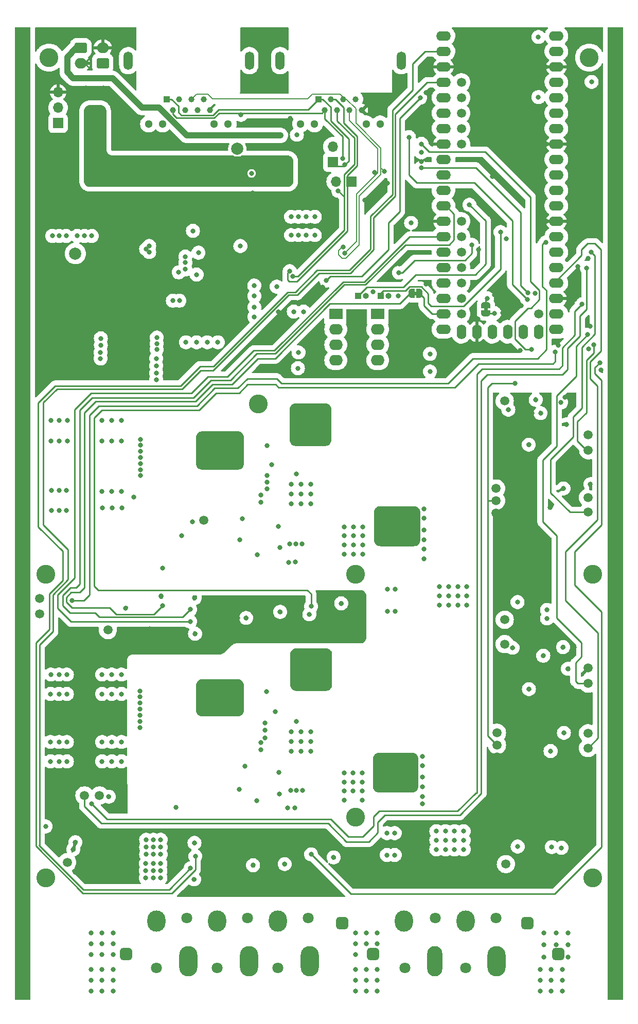
<source format=gbl>
G04 #@! TF.GenerationSoftware,KiCad,Pcbnew,7.0.2-6a45011f42~172~ubuntu20.04.1*
G04 #@! TF.CreationDate,2023-06-13T08:46:41+02:00*
G04 #@! TF.ProjectId,Power,506f7765-722e-46b6-9963-61645f706362,rev?*
G04 #@! TF.SameCoordinates,Original*
G04 #@! TF.FileFunction,Copper,L6,Bot*
G04 #@! TF.FilePolarity,Positive*
%FSLAX46Y46*%
G04 Gerber Fmt 4.6, Leading zero omitted, Abs format (unit mm)*
G04 Created by KiCad (PCBNEW 7.0.2-6a45011f42~172~ubuntu20.04.1) date 2023-06-13 08:46:41*
%MOMM*%
%LPD*%
G01*
G04 APERTURE LIST*
G04 Aperture macros list*
%AMRoundRect*
0 Rectangle with rounded corners*
0 $1 Rounding radius*
0 $2 $3 $4 $5 $6 $7 $8 $9 X,Y pos of 4 corners*
0 Add a 4 corners polygon primitive as box body*
4,1,4,$2,$3,$4,$5,$6,$7,$8,$9,$2,$3,0*
0 Add four circle primitives for the rounded corners*
1,1,$1+$1,$2,$3*
1,1,$1+$1,$4,$5*
1,1,$1+$1,$6,$7*
1,1,$1+$1,$8,$9*
0 Add four rect primitives between the rounded corners*
20,1,$1+$1,$2,$3,$4,$5,0*
20,1,$1+$1,$4,$5,$6,$7,0*
20,1,$1+$1,$6,$7,$8,$9,0*
20,1,$1+$1,$8,$9,$2,$3,0*%
%AMFreePoly0*
4,1,19,0.500000,-0.750000,0.000000,-0.750000,0.000000,-0.744911,-0.071157,-0.744911,-0.207708,-0.704816,-0.327430,-0.627875,-0.420627,-0.520320,-0.479746,-0.390866,-0.500000,-0.250000,-0.500000,0.250000,-0.479746,0.390866,-0.420627,0.520320,-0.327430,0.627875,-0.207708,0.704816,-0.071157,0.744911,0.000000,0.744911,0.000000,0.750000,0.500000,0.750000,0.500000,-0.750000,0.500000,-0.750000,
$1*%
%AMFreePoly1*
4,1,19,0.000000,0.744911,0.071157,0.744911,0.207708,0.704816,0.327430,0.627875,0.420627,0.520320,0.479746,0.390866,0.500000,0.250000,0.500000,-0.250000,0.479746,-0.390866,0.420627,-0.520320,0.327430,-0.627875,0.207708,-0.704816,0.071157,-0.744911,0.000000,-0.744911,0.000000,-0.750000,-0.500000,-0.750000,-0.500000,0.750000,0.000000,0.750000,0.000000,0.744911,0.000000,0.744911,
$1*%
G04 Aperture macros list end*
G04 #@! TA.AperFunction,ComponentPad*
%ADD10C,1.500000*%
G04 #@! TD*
G04 #@! TA.AperFunction,ComponentPad*
%ADD11C,2.000000*%
G04 #@! TD*
G04 #@! TA.AperFunction,ComponentPad*
%ADD12C,3.100000*%
G04 #@! TD*
G04 #@! TA.AperFunction,ComponentPad*
%ADD13R,2.250000X1.750000*%
G04 #@! TD*
G04 #@! TA.AperFunction,ComponentPad*
%ADD14O,2.250000X1.750000*%
G04 #@! TD*
G04 #@! TA.AperFunction,ComponentPad*
%ADD15R,1.000000X1.000000*%
G04 #@! TD*
G04 #@! TA.AperFunction,ComponentPad*
%ADD16C,1.000000*%
G04 #@! TD*
G04 #@! TA.AperFunction,ComponentPad*
%ADD17C,1.300000*%
G04 #@! TD*
G04 #@! TA.AperFunction,ComponentPad*
%ADD18O,1.500000X3.000000*%
G04 #@! TD*
G04 #@! TA.AperFunction,ComponentPad*
%ADD19O,2.400000X1.600000*%
G04 #@! TD*
G04 #@! TA.AperFunction,CastellatedPad*
%ADD20C,1.500000*%
G04 #@! TD*
G04 #@! TA.AperFunction,ComponentPad*
%ADD21O,1.600000X2.400000*%
G04 #@! TD*
G04 #@! TA.AperFunction,ComponentPad*
%ADD22R,1.700000X1.700000*%
G04 #@! TD*
G04 #@! TA.AperFunction,ComponentPad*
%ADD23O,1.700000X1.700000*%
G04 #@! TD*
G04 #@! TA.AperFunction,ComponentPad*
%ADD24RoundRect,0.250000X-0.750000X0.600000X-0.750000X-0.600000X0.750000X-0.600000X0.750000X0.600000X0*%
G04 #@! TD*
G04 #@! TA.AperFunction,ComponentPad*
%ADD25O,2.000000X1.700000*%
G04 #@! TD*
G04 #@! TA.AperFunction,ComponentPad*
%ADD26RoundRect,0.250000X0.750000X-0.600000X0.750000X0.600000X-0.750000X0.600000X-0.750000X-0.600000X0*%
G04 #@! TD*
G04 #@! TA.AperFunction,ComponentPad*
%ADD27C,0.800000*%
G04 #@! TD*
G04 #@! TA.AperFunction,ComponentPad*
%ADD28R,2.500000X160.000000*%
G04 #@! TD*
G04 #@! TA.AperFunction,ComponentPad*
%ADD29RoundRect,0.500000X0.500000X0.500000X-0.500000X0.500000X-0.500000X-0.500000X0.500000X-0.500000X0*%
G04 #@! TD*
G04 #@! TA.AperFunction,ComponentPad*
%ADD30C,1.803400*%
G04 #@! TD*
G04 #@! TA.AperFunction,ComponentPad*
%ADD31O,3.000000X3.500000*%
G04 #@! TD*
G04 #@! TA.AperFunction,ComponentPad*
%ADD32O,3.000000X5.000000*%
G04 #@! TD*
G04 #@! TA.AperFunction,ComponentPad*
%ADD33O,2.500000X5.000000*%
G04 #@! TD*
G04 #@! TA.AperFunction,ComponentPad*
%ADD34O,1.000000X1.000000*%
G04 #@! TD*
G04 #@! TA.AperFunction,SMDPad,CuDef*
%ADD35FreePoly0,0.000000*%
G04 #@! TD*
G04 #@! TA.AperFunction,SMDPad,CuDef*
%ADD36FreePoly1,0.000000*%
G04 #@! TD*
G04 #@! TA.AperFunction,SMDPad,CuDef*
%ADD37FreePoly0,90.000000*%
G04 #@! TD*
G04 #@! TA.AperFunction,SMDPad,CuDef*
%ADD38FreePoly1,90.000000*%
G04 #@! TD*
G04 #@! TA.AperFunction,ViaPad*
%ADD39C,0.800000*%
G04 #@! TD*
G04 #@! TA.AperFunction,Conductor*
%ADD40C,0.200000*%
G04 #@! TD*
G04 #@! TA.AperFunction,Conductor*
%ADD41C,0.250000*%
G04 #@! TD*
G04 #@! TA.AperFunction,Conductor*
%ADD42C,1.000000*%
G04 #@! TD*
G04 APERTURE END LIST*
G04 #@! TA.AperFunction,EtchedComponent*
G04 #@! TO.C,JP413*
G36*
X108100000Y-66100000D02*
G01*
X107600000Y-66100000D01*
X107600000Y-65500000D01*
X108100000Y-65500000D01*
X108100000Y-66100000D01*
G37*
G04 #@! TD.AperFunction*
G04 #@! TA.AperFunction,EtchedComponent*
G04 #@! TO.C,JP415*
G36*
X119750000Y-68650000D02*
G01*
X119150000Y-68650000D01*
X119150000Y-68150000D01*
X119750000Y-68150000D01*
X119750000Y-68650000D01*
G37*
G04 #@! TD.AperFunction*
G04 #@! TD*
D10*
G04 #@! TO.P,TP104,1,1*
G04 #@! TO.N,DGND*
X55880000Y-148400000D03*
G04 #@! TD*
D11*
G04 #@! TO.P,VOUT_GND501,1,1*
G04 #@! TO.N,DGND*
X78550000Y-42000000D03*
G04 #@! TD*
D12*
G04 #@! TO.P,H101,1,1*
G04 #@! TO.N,Earth_Protective*
X137000000Y-162000000D03*
G04 #@! TD*
D10*
G04 #@! TO.P,TP307,1,1*
G04 #@! TO.N,+5VD*
X121250000Y-142100000D03*
G04 #@! TD*
G04 #@! TO.P,TP304,1,1*
G04 #@! TO.N,DGND*
X136250000Y-127460000D03*
G04 #@! TD*
D12*
G04 #@! TO.P,H107,1,1*
G04 #@! TO.N,Earth_Protective*
X47550000Y-27000000D03*
G04 #@! TD*
D10*
G04 #@! TO.P,TP305,1,1*
G04 #@! TO.N,DGND*
X121280000Y-138100000D03*
G04 #@! TD*
D12*
G04 #@! TO.P,H104,1,1*
G04 #@! TO.N,Earth_Protective*
X47000000Y-112000000D03*
G04 #@! TD*
D10*
G04 #@! TO.P,TP202,1,1*
G04 #@! TO.N,DGND*
X136250000Y-99400000D03*
G04 #@! TD*
D13*
G04 #@! TO.P,PS502,1,-Vin*
G04 #@! TO.N,DGND*
X101657500Y-69180000D03*
D14*
G04 #@! TO.P,PS502,2,+Vin*
G04 #@! TO.N,Net-(PS501-+Vin)*
X101657500Y-71720000D03*
G04 #@! TO.P,PS502,3,-Vout*
G04 #@! TO.N,NGND*
X101657500Y-74260000D03*
G04 #@! TO.P,PS502,4,+Vout*
G04 #@! TO.N,+5VN*
X101657500Y-76800000D03*
G04 #@! TD*
D10*
G04 #@! TO.P,TP103,1,1*
G04 #@! TO.N,/I_{IHighop}*
X53390000Y-148400000D03*
G04 #@! TD*
D15*
G04 #@! TO.P,J404,1*
G04 #@! TO.N,/Digital/CAN_H*
X91950000Y-33850000D03*
D16*
G04 #@! TO.P,J404,2*
G04 #@! TO.N,/Digital/CAN_L*
X92966000Y-35630000D03*
G04 #@! TO.P,J404,3*
G04 #@! TO.N,/Digital/A*
X93982000Y-33850000D03*
G04 #@! TO.P,J404,4*
G04 #@! TO.N,/Digital/B*
X94998000Y-35630000D03*
G04 #@! TO.P,J404,5*
G04 #@! TO.N,/Digital/SHARE+*
X96014000Y-33850000D03*
G04 #@! TO.P,J404,6*
G04 #@! TO.N,/Digital/SHARE-*
X97030000Y-35630000D03*
G04 #@! TO.P,J404,7*
G04 #@! TO.N,/Digital/HRTIM1_SCIN*
X98046000Y-33850000D03*
G04 #@! TO.P,J404,8*
G04 #@! TO.N,DGND*
X99062000Y-35630000D03*
D17*
G04 #@! TO.P,J404,9*
G04 #@! TO.N,Net-(J404-Pad9)*
X88965500Y-37914000D03*
G04 #@! TO.P,J404,10*
G04 #@! TO.N,+6V*
X91251500Y-37914000D03*
G04 #@! TO.P,J404,11*
G04 #@! TO.N,Net-(J404-Pad11)*
X99760500Y-37914000D03*
G04 #@! TO.P,J404,12*
G04 #@! TO.N,+3V3*
X102046500Y-37914000D03*
D18*
G04 #@! TO.P,J404,SH*
G04 #@! TO.N,Earth_Protective*
X85600000Y-27500000D03*
X105539000Y-27500000D03*
G04 #@! TD*
D10*
G04 #@! TO.P,TP309,1,1*
G04 #@! TO.N,NGND*
X122750000Y-159700000D03*
G04 #@! TD*
D19*
G04 #@! TO.P,U401,1,PB11*
G04 #@! TO.N,unconnected-(U401A-PB11-Pad1)*
X112470000Y-23440000D03*
G04 #@! TO.P,U401,2,PB12*
G04 #@! TO.N,/HRTIM_CHC1*
X112470000Y-25980000D03*
G04 #@! TO.P,U401,3,GND*
G04 #@! TO.N,DGND*
X112470000Y-28520000D03*
G04 #@! TO.P,U401,4,PB13*
G04 #@! TO.N,/HRTIM_CHC2*
X112470000Y-31060000D03*
G04 #@! TO.P,U401,5,PB14*
G04 #@! TO.N,/Digital/USART3_DE*
X112470000Y-33600000D03*
G04 #@! TO.P,U401,6,PB15*
G04 #@! TO.N,/Digital/ADC4_IN5*
X112470000Y-36140000D03*
G04 #@! TO.P,U401,7,PC6*
G04 #@! TO.N,/Digital/PC6*
X112470000Y-38680000D03*
G04 #@! TO.P,U401,8,GND*
G04 #@! TO.N,DGND*
X112470000Y-41220000D03*
G04 #@! TO.P,U401,9,PC7*
G04 #@! TO.N,unconnected-(U401A-PC7-Pad9)*
X112470000Y-43760000D03*
G04 #@! TO.P,U401,10,PC8*
G04 #@! TO.N,unconnected-(U401A-PC8-Pad10)*
X112470000Y-46300000D03*
G04 #@! TO.P,U401,11,PC9*
G04 #@! TO.N,unconnected-(U401A-PC9-Pad11)*
X112470000Y-48840000D03*
G04 #@! TO.P,U401,12,PA8*
G04 #@! TO.N,/HRTIM_CHA1*
X112470000Y-51380000D03*
G04 #@! TO.P,U401,13,GND*
G04 #@! TO.N,DGND*
X112470000Y-53920000D03*
G04 #@! TO.P,U401,14,PA9*
G04 #@! TO.N,/HRTIM_CHA2*
X112470000Y-56460000D03*
G04 #@! TO.P,U401,15,PA10*
G04 #@! TO.N,unconnected-(U401A-PA10-Pad15)*
X112470000Y-59000000D03*
G04 #@! TO.P,U401,16,PC10*
G04 #@! TO.N,/Digital/USART3_TX*
X112470000Y-61540000D03*
G04 #@! TO.P,U401,17,PC11*
G04 #@! TO.N,/Digital/USART3_RX*
X112470000Y-64080000D03*
G04 #@! TO.P,U401,18,GND*
G04 #@! TO.N,DGND*
X112470000Y-66620000D03*
G04 #@! TO.P,U401,19,PC12*
G04 #@! TO.N,/Digital/PC12*
X112470000Y-69160000D03*
G04 #@! TO.P,U401,20,PB4*
G04 #@! TO.N,unconnected-(U401A-PB4-Pad20)*
X112470000Y-71700000D03*
G04 #@! TO.P,U401,21,PB9*
G04 #@! TO.N,/Digital/FDCAN1_{TX}*
X131050000Y-71700000D03*
G04 #@! TO.P,U401,22,PC13*
G04 #@! TO.N,/Digital/PC13*
X131050000Y-69160000D03*
G04 #@! TO.P,U401,23,GND*
G04 #@! TO.N,DGND*
X131050000Y-66620000D03*
G04 #@! TO.P,U401,24,PC0*
G04 #@! TO.N,/V_{I2Low}*
X131050000Y-64080000D03*
G04 #@! TO.P,U401,25,PC1*
G04 #@! TO.N,/I_{I2Low}*
X131050000Y-61540000D03*
G04 #@! TO.P,U401,26,PC2*
G04 #@! TO.N,/I_{IHighop}*
X131050000Y-59000000D03*
G04 #@! TO.P,U401,27,PC3*
G04 #@! TO.N,/V_{IHighop}*
X131050000Y-56460000D03*
G04 #@! TO.P,U401,28,GND*
G04 #@! TO.N,DGND*
X131050000Y-53920000D03*
G04 #@! TO.P,U401,29,PA0*
G04 #@! TO.N,/V_{I1Low}*
X131050000Y-51380000D03*
G04 #@! TO.P,U401,30,PA1*
G04 #@! TO.N,/I_{I1Low}*
X131050000Y-48840000D03*
G04 #@! TO.P,U401,31,PB0*
G04 #@! TO.N,/Digital/ADC3_IN12*
X131050000Y-46300000D03*
G04 #@! TO.P,U401,32,PA5*
G04 #@! TO.N,unconnected-(U401A-PA5-Pad32)*
X131050000Y-43760000D03*
G04 #@! TO.P,U401,33,GND*
G04 #@! TO.N,DGND*
X131050000Y-41220000D03*
G04 #@! TO.P,U401,34,PA6*
G04 #@! TO.N,/Digital/DAC2*
X131050000Y-38680000D03*
G04 #@! TO.P,U401,35,PC4*
G04 #@! TO.N,/Digital/ADC2_IN5*
X131050000Y-36140000D03*
G04 #@! TO.P,U401,36,+3.3V*
G04 #@! TO.N,+3V3*
X131050000Y-33600000D03*
G04 #@! TO.P,U401,37,PB1*
G04 #@! TO.N,/Digital/PB1*
X131050000Y-31060000D03*
G04 #@! TO.P,U401,38,GND*
G04 #@! TO.N,DGND*
X131050000Y-28520000D03*
G04 #@! TO.P,U401,39,+VBAT*
G04 #@! TO.N,+BATT*
X131050000Y-25980000D03*
G04 #@! TO.P,U401,40,+VIN*
G04 #@! TO.N,+5VD*
X131050000Y-23440000D03*
D20*
G04 #@! TO.P,U401,41,PB10*
G04 #@! TO.N,unconnected-(U401B-PB10-Pad41)*
X115410000Y-31060000D03*
G04 #@! TO.P,U401,42,PB2*
G04 #@! TO.N,unconnected-(U401B-PB2-Pad42)*
X115410000Y-33600000D03*
G04 #@! TO.P,U401,43,PC5*
G04 #@! TO.N,unconnected-(U401B-PC5-Pad43)*
X115410000Y-36140000D03*
G04 #@! TO.P,U401,44,PA7*
G04 #@! TO.N,unconnected-(U401B-PA7-Pad44)*
X115410000Y-38680000D03*
G04 #@! TO.P,U401,45,PA4*
G04 #@! TO.N,unconnected-(U401B-PA4-Pad45)*
X115410000Y-41220000D03*
G04 #@! TO.P,U401,46,PA13*
G04 #@! TO.N,unconnected-(U401C-PA13-Pad46)*
X115410000Y-53920000D03*
G04 #@! TO.P,U401,47,PA14*
G04 #@! TO.N,unconnected-(U401C-PA14-Pad47)*
X115410000Y-56460000D03*
G04 #@! TO.P,U401,48,PA15*
G04 #@! TO.N,unconnected-(U401C-PA15-Pad48)*
X115410000Y-59000000D03*
G04 #@! TO.P,U401,49,PD2*
G04 #@! TO.N,unconnected-(U401C-PD2-Pad49)*
X115410000Y-61540000D03*
G04 #@! TO.P,U401,50,PB3*
G04 #@! TO.N,unconnected-(U401C-PB3-Pad50)*
X115410000Y-64080000D03*
G04 #@! TO.P,U401,51,PA2*
G04 #@! TO.N,unconnected-(U401C-PA2-Pad51)*
X115410000Y-66620000D03*
G04 #@! TO.P,U401,52,PA3*
G04 #@! TO.N,unconnected-(U401C-PA3-Pad52)*
X115410000Y-69160000D03*
D21*
G04 #@! TO.P,U401,53,PB5*
G04 #@! TO.N,unconnected-(U401A-PB5-Pad53)*
X115410000Y-72100000D03*
G04 #@! TO.P,U401,54,GND*
G04 #@! TO.N,DGND*
X117950000Y-72100000D03*
G04 #@! TO.P,U401,55,PB6*
G04 #@! TO.N,/Digital/PB6*
X120490000Y-72100000D03*
G04 #@! TO.P,U401,56,PB7*
G04 #@! TO.N,unconnected-(U401A-PB7-Pad56)*
X123030000Y-72100000D03*
G04 #@! TO.P,U401,57,GND*
G04 #@! TO.N,DGND*
X125570000Y-72100000D03*
G04 #@! TO.P,U401,58,PB8*
G04 #@! TO.N,/Digital/FDCAN1_{RX}*
X128110000Y-72100000D03*
D20*
G04 #@! TO.P,U401,59,RST*
G04 #@! TO.N,unconnected-(U401D-RST-Pad59)*
X128110000Y-69160000D03*
G04 #@! TD*
D22*
G04 #@! TO.P,JP403,1,A*
G04 #@! TO.N,/Digital/A*
X97350000Y-47400000D03*
D23*
G04 #@! TO.P,JP403,2,B*
G04 #@! TO.N,Net-(JP403-B)*
X94810000Y-47400000D03*
G04 #@! TD*
D10*
G04 #@! TO.P,TP205,1,1*
G04 #@! TO.N,DGND*
X121150000Y-97900000D03*
G04 #@! TD*
D12*
G04 #@! TO.P,H108,1,1*
G04 #@! TO.N,Earth_Protective*
X136450000Y-27000000D03*
G04 #@! TD*
D24*
G04 #@! TO.P,J501,1,Pin_1*
G04 #@! TO.N,/Feeder/PWR_COM1*
X52800000Y-25400000D03*
D25*
G04 #@! TO.P,J501,2,Pin_2*
G04 #@! TO.N,DGND*
X52800000Y-27900000D03*
G04 #@! TD*
D10*
G04 #@! TO.P,TP208,1,1*
G04 #@! TO.N,DGND*
X122550000Y-83500000D03*
G04 #@! TD*
G04 #@! TO.P,TP301,1,1*
G04 #@! TO.N,/V_{I2Low}*
X136250000Y-140600000D03*
G04 #@! TD*
D26*
G04 #@! TO.P,J502,1,Pin_1*
G04 #@! TO.N,/Feeder/PWR_COM2*
X56400000Y-27900000D03*
D25*
G04 #@! TO.P,J502,2,Pin_2*
G04 #@! TO.N,DGND*
X56400000Y-25400000D03*
G04 #@! TD*
D13*
G04 #@! TO.P,PS501,1,-Vin*
G04 #@! TO.N,DGND*
X94750000Y-69180000D03*
D14*
G04 #@! TO.P,PS501,2,+Vin*
G04 #@! TO.N,Net-(PS501-+Vin)*
X94750000Y-71720000D03*
G04 #@! TO.P,PS501,3,-Vout*
G04 #@! TO.N,GND*
X94750000Y-74260000D03*
G04 #@! TO.P,PS501,4,+Vout*
G04 #@! TO.N,+12V*
X94750000Y-76800000D03*
G04 #@! TD*
D10*
G04 #@! TO.P,TP101,1,1*
G04 #@! TO.N,/V_{IHighop}*
X46000000Y-118500000D03*
G04 #@! TD*
G04 #@! TO.P,TP303,1,1*
G04 #@! TO.N,/I_{I2Low}*
X136250000Y-130000000D03*
G04 #@! TD*
G04 #@! TO.P,TP201,1,1*
G04 #@! TO.N,/V_{I1Low}*
X136250000Y-101800000D03*
G04 #@! TD*
G04 #@! TO.P,TP302,1,1*
G04 #@! TO.N,DGND*
X136250000Y-138160000D03*
G04 #@! TD*
G04 #@! TO.P,TP306,1,1*
G04 #@! TO.N,/VRef*
X121280000Y-140100000D03*
G04 #@! TD*
G04 #@! TO.P,TP308,1,1*
G04 #@! TO.N,DGND*
X122550000Y-123500000D03*
G04 #@! TD*
G04 #@! TO.P,TP106,1,1*
G04 #@! TO.N,DGND*
X50550000Y-159400000D03*
G04 #@! TD*
G04 #@! TO.P,TP203,1,1*
G04 #@! TO.N,/I_{I1Low}*
X136300000Y-91600000D03*
G04 #@! TD*
D11*
G04 #@! TO.P,GND501,1,1*
G04 #@! TO.N,GND*
X51900000Y-59240000D03*
G04 #@! TD*
D10*
G04 #@! TO.P,TP105,1,1*
G04 #@! TO.N,DGND*
X57250000Y-121200000D03*
G04 #@! TD*
D27*
G04 #@! TO.P,N101,1,PAD*
G04 #@! TO.N,Earth_Protective*
X43250000Y-24500000D03*
X43250000Y-34500000D03*
X43250000Y-44500000D03*
X43250000Y-54500000D03*
X43250000Y-64500000D03*
X43250000Y-74500000D03*
X43250000Y-84500000D03*
X43250000Y-94500000D03*
D28*
X43250000Y-102000000D03*
D27*
X43250000Y-104500000D03*
X43250000Y-114500000D03*
X43250000Y-124500000D03*
X43250000Y-134500000D03*
X43250000Y-144500000D03*
X43250000Y-154500000D03*
X43250000Y-164500000D03*
X43250000Y-174500000D03*
X140750000Y-24250000D03*
X140750000Y-34250000D03*
X140750000Y-44250000D03*
X140750000Y-54250000D03*
X140750000Y-64250000D03*
X140750000Y-74250000D03*
X140750000Y-84250000D03*
X140750000Y-94250000D03*
D28*
X140750000Y-102000000D03*
D27*
X140750000Y-104250000D03*
X140750000Y-114250000D03*
X140750000Y-124250000D03*
X140750000Y-134250000D03*
X140750000Y-144250000D03*
X140750000Y-154250000D03*
X140750000Y-164250000D03*
X140750000Y-174250000D03*
G04 #@! TD*
D22*
G04 #@! TO.P,JP401,1,A*
G04 #@! TO.N,/Digital/CAN_H*
X94260000Y-44200000D03*
D23*
G04 #@! TO.P,JP401,2,B*
G04 #@! TO.N,Net-(JP401-B)*
X94260000Y-41660000D03*
G04 #@! TD*
D12*
G04 #@! TO.P,H106,1,1*
G04 #@! TO.N,Earth_Protective*
X137000000Y-112000000D03*
G04 #@! TD*
G04 #@! TO.P,H103,1,1*
G04 #@! TO.N,Earth_Protective*
X98000000Y-112000000D03*
G04 #@! TD*
D10*
G04 #@! TO.P,TP102,1,1*
G04 #@! TO.N,DGND*
X46000000Y-115960000D03*
G04 #@! TD*
G04 #@! TO.P,TP209,1,1*
G04 #@! TO.N,NGND*
X122550000Y-119500000D03*
G04 #@! TD*
G04 #@! TO.P,TP206,1,1*
G04 #@! TO.N,/VRef*
X121150000Y-99900000D03*
G04 #@! TD*
D29*
G04 #@! TO.P,J101,1,Pin_1*
G04 #@! TO.N,Net-(J101F-Pin_1)*
X60250000Y-174500000D03*
D30*
G04 #@! TO.P,J101,2,Pin_1*
G04 #@! TO.N,/V_{IHighOut}*
X65250000Y-176786000D03*
D31*
X65250000Y-169039000D03*
D32*
G04 #@! TO.P,J101,3,Pin_2*
X70500000Y-175670001D03*
D30*
X70250000Y-168586001D03*
G04 #@! TO.P,J101,4,Pin_1*
G04 #@! TO.N,GND*
X75250000Y-176786001D03*
D31*
X75250000Y-169039000D03*
D32*
G04 #@! TO.P,J101,5,Pin_2*
X80500000Y-175670001D03*
D30*
X80250000Y-168586001D03*
G04 #@! TO.P,J101,6,Pin_1*
G04 #@! TO.N,NGND*
X85250000Y-176786001D03*
D31*
X85250000Y-169039000D03*
D32*
G04 #@! TO.P,J101,7,Pin_2*
X90500000Y-175670001D03*
D30*
X90250000Y-168586001D03*
D29*
G04 #@! TO.P,J101,8,Pin_3*
X95810000Y-169420000D03*
G04 #@! TO.P,J101,9,Pin_1*
G04 #@! TO.N,/V2_Low*
X100890000Y-174500000D03*
D30*
G04 #@! TO.P,J101,10,Pin_1*
G04 #@! TO.N,Net-(J101D-Pin_1)*
X106130000Y-176786000D03*
D31*
X105970000Y-169039000D03*
D30*
G04 #@! TO.P,J101,11,Pin_2*
X111130000Y-168586001D03*
D33*
X111050000Y-175670001D03*
D30*
G04 #@! TO.P,J101,12,Pin_1*
G04 #@! TO.N,Net-(J101E-Pin_1)*
X116130000Y-176786001D03*
D31*
X116130000Y-169039000D03*
D32*
G04 #@! TO.P,J101,13,Pin_2*
X121210000Y-175670001D03*
D30*
X121130000Y-168586001D03*
D29*
G04 #@! TO.P,J101,14,Pin_4*
G04 #@! TO.N,NGND*
X126290000Y-169420000D03*
G04 #@! TO.P,J101,15,Pin_1*
G04 #@! TO.N,/V1_Low*
X131370000Y-174500000D03*
G04 #@! TD*
D15*
G04 #@! TO.P,J403,1*
G04 #@! TO.N,/Digital/CAN_H*
X66950000Y-33850000D03*
D16*
G04 #@! TO.P,J403,2*
G04 #@! TO.N,/Digital/CAN_L*
X67966000Y-35630000D03*
G04 #@! TO.P,J403,3*
G04 #@! TO.N,/Digital/A*
X68982000Y-33850000D03*
G04 #@! TO.P,J403,4*
G04 #@! TO.N,/Digital/B*
X69998000Y-35630000D03*
G04 #@! TO.P,J403,5*
G04 #@! TO.N,/Digital/SHARE+*
X71014000Y-33850000D03*
G04 #@! TO.P,J403,6*
G04 #@! TO.N,/Digital/SHARE-*
X72030000Y-35630000D03*
G04 #@! TO.P,J403,7*
G04 #@! TO.N,/Digital/HRTIM1_SCIN*
X73046000Y-33850000D03*
G04 #@! TO.P,J403,8*
G04 #@! TO.N,DGND*
X74062000Y-35630000D03*
D17*
G04 #@! TO.P,J403,9*
G04 #@! TO.N,Net-(J403-Pad9)*
X63965500Y-37914000D03*
G04 #@! TO.P,J403,10*
G04 #@! TO.N,+6V*
X66251500Y-37914000D03*
G04 #@! TO.P,J403,11*
G04 #@! TO.N,Net-(J403-Pad11)*
X74760500Y-37914000D03*
G04 #@! TO.P,J403,12*
G04 #@! TO.N,+3V3*
X77046500Y-37914000D03*
D18*
G04 #@! TO.P,J403,SH*
G04 #@! TO.N,Earth_Protective*
X60600000Y-27500000D03*
X80539000Y-27500000D03*
G04 #@! TD*
D12*
G04 #@! TO.P,H105,1,1*
G04 #@! TO.N,Earth_Protective*
X47000000Y-162000000D03*
G04 #@! TD*
D10*
G04 #@! TO.P,TP204,1,1*
G04 #@! TO.N,DGND*
X136300000Y-89060000D03*
G04 #@! TD*
D12*
G04 #@! TO.P,H109,1,1*
G04 #@! TO.N,Earth_Protective*
X82000000Y-84000000D03*
G04 #@! TD*
D10*
G04 #@! TO.P,TP207,1,1*
G04 #@! TO.N,+5VD*
X121150000Y-101900000D03*
G04 #@! TD*
D12*
G04 #@! TO.P,H102,1,1*
G04 #@! TO.N,Earth_Protective*
X98000000Y-152000000D03*
G04 #@! TD*
D22*
G04 #@! TO.P,J505,1,Pin_1*
G04 #@! TO.N,/Feeder/+6VJP*
X49050000Y-37800000D03*
D23*
G04 #@! TO.P,J505,2,Pin_2*
G04 #@! TO.N,+6V*
X49050000Y-35260000D03*
G04 #@! TO.P,J505,3,Pin_3*
G04 #@! TO.N,DGND*
X49050000Y-32720000D03*
G04 #@! TD*
D10*
G04 #@! TO.P,TP107,1,1*
G04 #@! TO.N,GND*
X73050000Y-103100000D03*
G04 #@! TD*
D15*
G04 #@! TO.P,TH402,1*
G04 #@! TO.N,/Digital/Temp2*
X102150000Y-66200000D03*
D34*
G04 #@! TO.P,TH402,2*
G04 #@! TO.N,DGND*
X103420000Y-66200000D03*
G04 #@! TD*
D35*
G04 #@! TO.P,JP413,1,A*
G04 #@! TO.N,/~{STBY1}*
X107200000Y-65800000D03*
D36*
G04 #@! TO.P,JP413,2,B*
G04 #@! TO.N,/Digital/PC12*
X108500000Y-65800000D03*
G04 #@! TD*
D37*
G04 #@! TO.P,JP415,1,A*
G04 #@! TO.N,/Digital/PB6*
X119450000Y-69050000D03*
D38*
G04 #@! TO.P,JP415,2,B*
G04 #@! TO.N,/Digital/HRTIM1_SCIN*
X119450000Y-67750000D03*
G04 #@! TD*
D15*
G04 #@! TO.P,TH401,1*
G04 #@! TO.N,/Digital/Temp*
X98450000Y-66200000D03*
D34*
G04 #@! TO.P,TH401,2*
G04 #@! TO.N,DGND*
X99720000Y-66200000D03*
G04 #@! TD*
D39*
G04 #@! TO.N,/V2_Low*
X98000000Y-172800000D03*
X115800000Y-155780000D03*
X98000000Y-174600000D03*
X99800000Y-172800000D03*
X115800000Y-157280000D03*
X111300000Y-154280000D03*
X114300000Y-155780000D03*
X114300000Y-154280000D03*
X111300000Y-157280000D03*
X112800000Y-157280000D03*
X111300000Y-155780000D03*
X98000000Y-171000000D03*
X115800000Y-154280000D03*
X114300000Y-157280000D03*
X112800000Y-154280000D03*
X101600000Y-172800000D03*
X101600000Y-171000000D03*
X112800000Y-155780000D03*
X99800000Y-171000000D03*
G04 #@! TO.N,+12V*
X66250000Y-111000000D03*
X89200000Y-107000000D03*
X89300000Y-147605000D03*
X88300000Y-147605000D03*
X68450000Y-150400000D03*
X81800000Y-108800000D03*
X81740000Y-149292500D03*
X87200000Y-107000000D03*
X87300000Y-147605000D03*
X88523750Y-78106250D03*
X88200000Y-107000000D03*
G04 #@! TO.N,+5VD*
X133950000Y-124000000D03*
X132750000Y-93600000D03*
X134350000Y-134500000D03*
X87400000Y-56200000D03*
X88600000Y-56200000D03*
X91300000Y-56200000D03*
X88450000Y-116050000D03*
X54850000Y-154500000D03*
X87850000Y-68800000D03*
X87400000Y-53200000D03*
X136550000Y-95500000D03*
X123200000Y-95700000D03*
X128300000Y-132112500D03*
X131650000Y-93600000D03*
X78600000Y-119200000D03*
X124850000Y-142000000D03*
X88390000Y-156542500D03*
X132450000Y-82900000D03*
X128100000Y-23600000D03*
X107150000Y-54200000D03*
X128215000Y-91987500D03*
X123200000Y-94200000D03*
X124600000Y-94200000D03*
X91300000Y-53200000D03*
X47500000Y-149700000D03*
X129750000Y-83300000D03*
X127250000Y-125500000D03*
X88600000Y-53200000D03*
X64112502Y-121000000D03*
X85025000Y-64680000D03*
X78900000Y-159800000D03*
X127050000Y-85500000D03*
X89450000Y-68800000D03*
X133850000Y-93600000D03*
X51800002Y-121400000D03*
X89900000Y-56200000D03*
X54650000Y-158200000D03*
X125850000Y-101000000D03*
X51850000Y-161000000D03*
X133650000Y-83700000D03*
X124600000Y-95700000D03*
X89900000Y-53200000D03*
G04 #@! TO.N,/V1_Low*
X116315000Y-117062500D03*
X129000000Y-173000000D03*
X131000000Y-171000000D03*
X113315000Y-115562500D03*
X116315000Y-114062500D03*
X111815000Y-114062500D03*
X111815000Y-115562500D03*
X133000000Y-175000000D03*
X111815000Y-117062500D03*
X113315000Y-117062500D03*
X129000000Y-175000000D03*
X114815000Y-115562500D03*
X131000000Y-173000000D03*
X113315000Y-114062500D03*
X114815000Y-114062500D03*
X116315000Y-115562500D03*
X129000000Y-171000000D03*
X133000000Y-171000000D03*
X133000000Y-173000000D03*
X114815000Y-117062500D03*
G04 #@! TO.N,+3V3*
X128100000Y-33500000D03*
X105000000Y-66200000D03*
X100850000Y-65550000D03*
X108850000Y-42600000D03*
G04 #@! TO.N,GND*
X99175000Y-107200000D03*
X54600000Y-56340000D03*
X99175000Y-108700000D03*
X47800000Y-131700000D03*
X88040000Y-150492500D03*
X65200000Y-76500000D03*
X69025000Y-67002500D03*
X50500000Y-128500000D03*
X62600001Y-89800000D03*
X81350000Y-66240000D03*
X83400000Y-98000000D03*
X96115000Y-149192500D03*
X50400000Y-56340000D03*
X99175000Y-105700000D03*
X87400000Y-97200000D03*
X96115000Y-146192500D03*
X90600000Y-98800000D03*
X50425000Y-101500000D03*
X49200000Y-90100000D03*
X62600000Y-95800000D03*
X97675000Y-105700000D03*
X97675000Y-104200000D03*
X65300000Y-75050000D03*
X62500000Y-131205000D03*
X83400000Y-95800000D03*
X47900000Y-90100000D03*
X96175000Y-107200000D03*
X70000000Y-61840000D03*
X90600000Y-97200000D03*
X71250000Y-55500000D03*
X62500000Y-133205000D03*
X89000000Y-97200000D03*
X49200000Y-139600000D03*
X89000000Y-137900000D03*
X89000000Y-141100000D03*
X99115000Y-146192500D03*
X96115000Y-144692500D03*
X90600000Y-100400000D03*
X47925000Y-101500000D03*
X49200000Y-86700000D03*
X65200000Y-78900000D03*
X47800000Y-139600000D03*
X49200000Y-131700000D03*
X62600001Y-91800000D03*
X50500000Y-131700000D03*
X47900000Y-128500000D03*
X67950000Y-67000000D03*
X50500000Y-142800000D03*
X47900000Y-86700000D03*
X99175000Y-104200000D03*
X50600000Y-86700000D03*
X82400000Y-100200000D03*
X90600000Y-139500000D03*
X47800000Y-142800000D03*
X65200000Y-77700000D03*
X62600001Y-90800000D03*
X50600000Y-90100000D03*
X97615000Y-147692500D03*
X49225000Y-101500000D03*
X62600000Y-92800000D03*
X82400000Y-140900000D03*
X87400000Y-100400000D03*
X87400000Y-139500000D03*
X49225000Y-98200000D03*
X85500000Y-148200000D03*
X99115000Y-149192500D03*
X62600000Y-94800000D03*
X50425000Y-98200000D03*
X73600000Y-73840000D03*
X97675000Y-108700000D03*
X81343750Y-64490000D03*
X70000000Y-60740000D03*
X62500000Y-137205000D03*
X83122500Y-137700000D03*
X65200000Y-80000000D03*
X87400000Y-141100000D03*
X85600000Y-107600000D03*
X81350000Y-68089511D03*
X62500000Y-134205000D03*
X86840000Y-150492500D03*
X79050000Y-58000000D03*
X69400000Y-105700000D03*
X89000000Y-139500000D03*
X90600000Y-141100000D03*
X96175000Y-104200000D03*
X62500000Y-135205000D03*
X71850000Y-62700000D03*
X99115000Y-144692500D03*
X72150000Y-59100000D03*
X82400000Y-139700000D03*
X88100000Y-110000000D03*
X50500000Y-139600000D03*
X89000000Y-100400000D03*
X81350000Y-69640000D03*
X61550000Y-99300000D03*
X90600000Y-137900000D03*
X62500000Y-136205000D03*
X83122500Y-138900000D03*
X71200000Y-103400000D03*
X75350000Y-73840000D03*
X97675000Y-107200000D03*
X47925000Y-98200000D03*
X82400000Y-99000000D03*
X86965363Y-110098045D03*
X87400000Y-98800000D03*
X70100000Y-73840000D03*
X71850000Y-73840000D03*
X99115000Y-147692500D03*
X48100000Y-56340000D03*
X89000000Y-98800000D03*
X68900000Y-62340000D03*
X96115000Y-147692500D03*
X52200000Y-56340000D03*
X96175000Y-108700000D03*
X83122500Y-136500000D03*
X62600000Y-93800000D03*
X65300000Y-74050000D03*
X62500000Y-132205000D03*
X97615000Y-146192500D03*
X49200000Y-128500000D03*
X65300000Y-73050000D03*
X97615000Y-144692500D03*
X87400000Y-137900000D03*
X83400000Y-96900000D03*
X88623750Y-75506250D03*
X49200000Y-142800000D03*
X96175000Y-105700000D03*
X49200000Y-56340000D03*
X53400000Y-56340000D03*
X70000000Y-59740000D03*
G04 #@! TO.N,+5VN*
X131900000Y-157017500D03*
X110250000Y-78650000D03*
X124658752Y-116587501D03*
X124683752Y-156805001D03*
G04 #@! TO.N,/Digital/SHARE+*
X102750000Y-45700000D03*
X96000000Y-58200000D03*
G04 #@! TO.N,DGND*
X127650000Y-83300000D03*
X132150000Y-124000000D03*
X87250000Y-37000000D03*
X53600000Y-33100000D03*
X129450000Y-41200000D03*
X109600000Y-32800000D03*
X103250000Y-47625000D03*
X92600000Y-64800000D03*
X114650000Y-28600000D03*
X56550000Y-32000000D03*
X55000000Y-49690000D03*
X80000000Y-119200000D03*
X115200000Y-50200000D03*
X109580184Y-64300000D03*
X129450000Y-53900000D03*
X134600000Y-61400000D03*
X90150000Y-44900000D03*
X51550000Y-157275500D03*
X99550000Y-50500000D03*
X136650000Y-97200000D03*
X132290000Y-138102500D03*
X66000000Y-115600000D03*
X130100000Y-141105000D03*
X118150000Y-70000000D03*
X127525500Y-65800000D03*
X136587701Y-71187701D03*
X60200000Y-117575500D03*
X53000000Y-49690000D03*
X71500000Y-156205000D03*
X83050000Y-31200000D03*
X120650000Y-32900000D03*
X86250000Y-68800000D03*
X125250000Y-67800000D03*
X129350000Y-28500000D03*
X60350000Y-35100000D03*
X71600000Y-121800000D03*
X67200000Y-41740000D03*
X63300000Y-41340000D03*
X92150000Y-46100000D03*
X123850000Y-124100000D03*
X136400000Y-74900000D03*
X130050000Y-101000000D03*
X90400000Y-118600000D03*
X105200000Y-61000000D03*
X134100000Y-66800000D03*
X68450000Y-41740000D03*
X123150000Y-84924500D03*
X132217500Y-97885000D03*
X120900000Y-66000000D03*
X51900000Y-156100000D03*
X71000000Y-41740000D03*
X128450000Y-85500000D03*
X126515000Y-90687500D03*
X128900000Y-125417500D03*
X71450000Y-162200000D03*
X85025000Y-60480000D03*
X135750000Y-23500000D03*
X71541406Y-115883192D03*
X131400000Y-74300000D03*
X90150000Y-46100000D03*
X81140000Y-159892500D03*
X118200000Y-58600000D03*
X62400000Y-40840000D03*
X80900000Y-46040000D03*
X95650000Y-116800000D03*
X53600000Y-32000000D03*
X91150000Y-46100000D03*
X132950000Y-127562500D03*
X120550000Y-46600000D03*
X138400000Y-78400000D03*
X62400000Y-41840000D03*
X57400000Y-148600000D03*
X85262299Y-68812299D03*
X54000000Y-49690000D03*
X108862982Y-44088383D03*
X69700000Y-41740000D03*
X106000000Y-31800000D03*
X122800000Y-56800000D03*
X131824500Y-83714221D03*
X126540000Y-130905000D03*
X56550000Y-33100000D03*
X85600000Y-118200000D03*
X122200000Y-69000000D03*
X137800000Y-29800000D03*
X81100000Y-49240000D03*
X125087701Y-75212299D03*
X132700000Y-87350000D03*
X136292424Y-60018702D03*
X94400000Y-158600000D03*
X47000000Y-153500000D03*
X86340000Y-159692500D03*
G04 #@! TO.N,NGND*
X109250000Y-102800000D03*
X110250000Y-75750000D03*
X109250000Y-107900000D03*
X107000000Y-143900000D03*
X129515000Y-117887500D03*
X105400000Y-106400000D03*
X105400000Y-101900000D03*
X109250000Y-101300000D03*
X105540000Y-142392500D03*
X105540000Y-143892500D03*
X103900000Y-104900000D03*
X103900000Y-106400000D03*
X109050000Y-143500000D03*
X102540000Y-143892500D03*
X103900000Y-103400000D03*
X104550000Y-114500000D03*
X109050000Y-148600000D03*
X129515000Y-119287500D03*
X104040000Y-146892500D03*
X104040000Y-142392500D03*
X106900000Y-104900000D03*
X109250000Y-106300000D03*
X109050000Y-149800000D03*
X109050000Y-147000000D03*
X130300000Y-156900000D03*
X106900000Y-103400000D03*
X105400000Y-104900000D03*
X103900000Y-101900000D03*
X102540000Y-145392500D03*
X104040000Y-145392500D03*
X107000000Y-145400000D03*
X102600000Y-103400000D03*
X105540000Y-145392500D03*
X103250000Y-118100000D03*
X103150000Y-154600000D03*
X105400000Y-103400000D03*
X104040000Y-143892500D03*
X106900000Y-106400000D03*
X102600000Y-104900000D03*
X109250000Y-104700000D03*
X102540000Y-146892500D03*
X109050000Y-142000000D03*
X104450000Y-154600000D03*
X107000000Y-142400000D03*
X103250000Y-114500000D03*
X105540000Y-146892500D03*
X104450000Y-158200000D03*
X103150000Y-158200000D03*
X109050000Y-145400000D03*
X102540000Y-142392500D03*
X106900000Y-101900000D03*
X109250000Y-109500000D03*
X102600000Y-106400000D03*
X107000000Y-146900000D03*
X104550000Y-118100000D03*
X102600000Y-101900000D03*
G04 #@! TO.N,/Power Leg 2/SW_Node*
X92740000Y-126992500D03*
X91240000Y-125492500D03*
X92740000Y-129992500D03*
X89740000Y-129992500D03*
X89740000Y-126992500D03*
X92740000Y-125492500D03*
X78900000Y-147400000D03*
X88240000Y-125492500D03*
X88240000Y-128492500D03*
X89740000Y-128492500D03*
X91240000Y-129992500D03*
X91240000Y-128492500D03*
X91240000Y-126992500D03*
X88240000Y-126992500D03*
X88240000Y-129992500D03*
X83340000Y-131292500D03*
X92740000Y-128492500D03*
X89740000Y-125492500D03*
G04 #@! TO.N,/Power Leg 1/SW_Node*
X89800000Y-89500000D03*
X88300000Y-89500000D03*
X91300000Y-89500000D03*
X91300000Y-86500000D03*
X91300000Y-88000000D03*
X92800000Y-88000000D03*
X89800000Y-86500000D03*
X88300000Y-85000000D03*
X89800000Y-88000000D03*
X91300000Y-85000000D03*
X78912701Y-106312701D03*
X92800000Y-86500000D03*
X88300000Y-88000000D03*
X83412299Y-90812299D03*
X92800000Y-89500000D03*
X88300000Y-86500000D03*
X92800000Y-85000000D03*
X89800000Y-85000000D03*
G04 #@! TO.N,Net-(D202-A)*
X84200000Y-94000000D03*
X79399999Y-102887701D03*
G04 #@! TO.N,Net-(D203-A)*
X88300000Y-95500000D03*
X85300000Y-104100000D03*
G04 #@! TO.N,Net-(D302-A)*
X84800000Y-134600000D03*
X79800000Y-143600000D03*
G04 #@! TO.N,Net-(D303-A)*
X88300000Y-136200000D03*
X85400000Y-144600000D03*
G04 #@! TO.N,/Digital/CAN_H*
X96250000Y-44600000D03*
G04 #@! TO.N,/Digital/CAN_L*
X95850000Y-43600000D03*
X79150000Y-36400000D03*
G04 #@! TO.N,/Digital/A*
X87159696Y-62129020D03*
G04 #@! TO.N,/Digital/B*
X87650000Y-63000000D03*
X95150000Y-48900000D03*
G04 #@! TO.N,/Digital/SHARE-*
X101141341Y-45849330D03*
X96200000Y-59200000D03*
G04 #@! TO.N,/Digital/HRTIM1_SCIN*
X119650000Y-66600000D03*
X136850000Y-31000000D03*
G04 #@! TO.N,/VRef*
X124250000Y-80600000D03*
G04 #@! TO.N,/N_{GND}*
X130850000Y-75400000D03*
X90700000Y-117300000D03*
X138200000Y-77200000D03*
X127000000Y-75050000D03*
X90700000Y-158100000D03*
X108850000Y-41200000D03*
G04 #@! TO.N,/V_{I1Low}*
X136800000Y-59000000D03*
G04 #@! TO.N,/I_{I1Low}*
X137211829Y-74212770D03*
G04 #@! TO.N,/I_{I2Low}*
X136200000Y-72600000D03*
G04 #@! TO.N,/HRTIM_CHA1*
X70800000Y-117800000D03*
G04 #@! TO.N,/HRTIM_CHA2*
X70800000Y-119800000D03*
G04 #@! TO.N,/HRTIM_CHC1*
X71650000Y-158400000D03*
G04 #@! TO.N,/HRTIM_CHC2*
X70850000Y-160400000D03*
G04 #@! TO.N,/Digital/Temp2*
X121850000Y-55700000D03*
G04 #@! TO.N,/Digital/ADC4_IN5*
X117150000Y-57800000D03*
X105150000Y-62375999D03*
G04 #@! TO.N,/Digital/Temp*
X116750000Y-51200000D03*
G04 #@! TO.N,/V_{High}*
X77000000Y-91000000D03*
X78440000Y-131492500D03*
X75500000Y-94000000D03*
X56325000Y-101100000D03*
X74000000Y-94000000D03*
X59500000Y-86700000D03*
X59475000Y-98400000D03*
X77000000Y-89500000D03*
X76940000Y-134492500D03*
X57900000Y-142800000D03*
X57925000Y-101100000D03*
X65950000Y-156900000D03*
X76940000Y-131492500D03*
X59500000Y-139600000D03*
X75500000Y-91000000D03*
X57875000Y-98400000D03*
X72325000Y-93975000D03*
X73940000Y-132992500D03*
X78440000Y-129992500D03*
X65950000Y-155700000D03*
X57900000Y-86700000D03*
X59500000Y-131700000D03*
X75500000Y-92500000D03*
X75500000Y-89500000D03*
X76940000Y-132992500D03*
X59500000Y-142800000D03*
X57900000Y-139600000D03*
X72265000Y-131467500D03*
X74000000Y-91000000D03*
X75440000Y-132992500D03*
X63550000Y-158100000D03*
X63550000Y-156900000D03*
X74000000Y-92500000D03*
X72325000Y-92475000D03*
X56300000Y-142800000D03*
X72265000Y-129967500D03*
X59525000Y-101100000D03*
X56300000Y-90100000D03*
X64750000Y-155700000D03*
X77000000Y-92500000D03*
X74000000Y-89500000D03*
X57900000Y-128500000D03*
X75440000Y-129992500D03*
X75440000Y-131492500D03*
X72325000Y-89475000D03*
X59500000Y-128500000D03*
X78440000Y-134492500D03*
X64750000Y-158100000D03*
X76940000Y-129992500D03*
X78500000Y-91000000D03*
X73940000Y-129992500D03*
X56300000Y-128500000D03*
X64750000Y-156900000D03*
X78500000Y-89500000D03*
X73940000Y-131492500D03*
X78440000Y-132992500D03*
X72265000Y-132967500D03*
X63550000Y-155700000D03*
X73940000Y-134492500D03*
X56300000Y-131700000D03*
X59500000Y-90100000D03*
X56275000Y-98400000D03*
X56300000Y-139600000D03*
X75440000Y-134492500D03*
X72265000Y-134467500D03*
X56300000Y-86700000D03*
X77000000Y-94000000D03*
X65950000Y-158100000D03*
X78500000Y-94000000D03*
X57900000Y-131700000D03*
X72325000Y-90975000D03*
X78500000Y-92500000D03*
X57900000Y-90100000D03*
G04 #@! TO.N,/Digital/PB6*
X120850000Y-69050000D03*
G04 #@! TO.N,/V_{IHighop}*
X129300000Y-57400000D03*
X51350000Y-116300000D03*
G04 #@! TO.N,/I_{IHighop}*
X136050000Y-61600000D03*
G04 #@! TO.N,+6V*
X53850000Y-36600000D03*
X84700000Y-45600000D03*
X56250000Y-36600000D03*
X84750000Y-46900000D03*
X86250000Y-46900000D03*
X86250000Y-45600000D03*
G04 #@! TO.N,/Digital/USART3_DE*
X93209799Y-63664799D03*
X108650000Y-33600000D03*
G04 #@! TO.N,/Feeder/input*
X56050000Y-76500000D03*
X56100000Y-73200000D03*
X56100000Y-74300000D03*
X56050000Y-75500000D03*
X63550000Y-58500000D03*
X64050000Y-58000000D03*
X64050000Y-59000000D03*
G04 #@! TO.N,/Digital/FDCAN1_{TX}*
X108850000Y-45100000D03*
X126387250Y-65662750D03*
G04 #@! TO.N,/~{STBY1}*
X66250000Y-117200000D03*
G04 #@! TO.N,/~{STBY2}*
X135250002Y-67600000D03*
X54600000Y-149800000D03*
G04 #@! TO.N,/Digital/FDCAN1_{RX}*
X126247178Y-66800000D03*
X106799998Y-40099999D03*
G04 #@! TO.N,/V_{IHighOut}*
X58100000Y-180600000D03*
X58100000Y-178800000D03*
X56300000Y-177000000D03*
X54500000Y-178800000D03*
X58100000Y-177000000D03*
X56300000Y-178800000D03*
X54500000Y-177000000D03*
X54500000Y-180600000D03*
X56300000Y-180600000D03*
G04 #@! TO.N,Net-(J101E-Pin_1)*
X130200000Y-180600000D03*
X132000000Y-177000000D03*
X128400000Y-180600000D03*
X130200000Y-177000000D03*
X128400000Y-177000000D03*
X132000000Y-178800000D03*
X128400000Y-178800000D03*
X130200000Y-178800000D03*
X132000000Y-180600000D03*
G04 #@! TO.N,Net-(J101D-Pin_1)*
X99800000Y-177000000D03*
X101600000Y-178800000D03*
X99800000Y-180600000D03*
X98000000Y-178800000D03*
X101600000Y-180600000D03*
X99800000Y-178800000D03*
X101600000Y-177000000D03*
X98000000Y-177000000D03*
X98000000Y-180600000D03*
G04 #@! TO.N,Net-(J101F-Pin_1)*
X63500000Y-162000000D03*
X58100000Y-174600000D03*
X65900000Y-160800000D03*
X58100000Y-172800000D03*
X65900000Y-162000000D03*
X64700000Y-159600000D03*
X58100000Y-171000000D03*
X56300000Y-172800000D03*
X63500000Y-159600000D03*
X54500000Y-171000000D03*
X56300000Y-174600000D03*
X63500000Y-160800000D03*
X65900000Y-159600000D03*
X64700000Y-160800000D03*
X56300000Y-171000000D03*
X54500000Y-174600000D03*
X64700000Y-162000000D03*
X54500000Y-172800000D03*
G04 #@! TO.N,/Feeder/PWR_COM1*
X85650000Y-39800000D03*
G04 #@! TO.N,/Feeder/PWR_COM2*
X88350000Y-39700000D03*
G04 #@! TD*
D40*
G04 #@! TO.N,/Digital/SHARE+*
X102150000Y-46250000D02*
X102150000Y-46000000D01*
X96400000Y-60000000D02*
X98600000Y-57800000D01*
X95800000Y-60000000D02*
X96400000Y-60000000D01*
X96014000Y-33564000D02*
X95500489Y-33050489D01*
X96000000Y-58200000D02*
X95800000Y-58200000D01*
X90150000Y-33800000D02*
X74450000Y-33800000D01*
X98050000Y-35400000D02*
X96500000Y-33850000D01*
X102150000Y-41900000D02*
X98050000Y-37800000D01*
X98600000Y-49800000D02*
X102150000Y-46250000D01*
X73700489Y-33050489D02*
X71813511Y-33050489D01*
X95200000Y-58800000D02*
X95200000Y-59400000D01*
X102150000Y-46000000D02*
X102150000Y-45300000D01*
X96500000Y-33850000D02*
X96014000Y-33850000D01*
X71813511Y-33050489D02*
X71014000Y-33850000D01*
X90899511Y-33050489D02*
X90150000Y-33800000D01*
X95500489Y-33050489D02*
X90899511Y-33050489D01*
X95800000Y-58200000D02*
X95200000Y-58800000D01*
X98050000Y-37800000D02*
X98050000Y-35400000D01*
X102150000Y-46000000D02*
X102150000Y-41900000D01*
X74450000Y-33800000D02*
X73700489Y-33050489D01*
X98600000Y-57800000D02*
X98600000Y-49800000D01*
X102350000Y-45300000D02*
X102750000Y-45700000D01*
X96014000Y-33850000D02*
X96014000Y-33564000D01*
X102150000Y-45300000D02*
X102350000Y-45300000D01*
X95200000Y-59400000D02*
X95800000Y-60000000D01*
D41*
G04 #@! TO.N,DGND*
X53400000Y-27900000D02*
X54300000Y-27000000D01*
X53400000Y-27900000D02*
X54300000Y-28800000D01*
X52850000Y-27900000D02*
X53400000Y-27900000D01*
G04 #@! TO.N,/Digital/CAN_H*
X92626018Y-33850000D02*
X91950000Y-33850000D01*
X91950000Y-33850000D02*
X90224501Y-35575499D01*
X68850000Y-35000000D02*
X67700000Y-33850000D01*
X93940511Y-37390511D02*
X93940511Y-35164493D01*
X75474501Y-35575499D02*
X74560022Y-36489978D01*
X96900000Y-40350000D02*
X93940511Y-37390511D01*
X68850000Y-36000000D02*
X68850000Y-35000000D01*
X67700000Y-33850000D02*
X66850000Y-33850000D01*
X74560022Y-36489978D02*
X69339978Y-36489978D01*
X96000000Y-44900000D02*
X96900000Y-44000000D01*
X69339978Y-36489978D02*
X68850000Y-36000000D01*
X93940511Y-35164493D02*
X92626018Y-33850000D01*
X96900000Y-44000000D02*
X96900000Y-40350000D01*
X94260000Y-44900000D02*
X96000000Y-44900000D01*
X90224501Y-35575499D02*
X75474501Y-35575499D01*
G04 #@! TO.N,/Digital/CAN_L*
X74746215Y-36939489D02*
X68568383Y-36939489D01*
X68568383Y-36939489D02*
X67966000Y-36337106D01*
X92966000Y-35630000D02*
X92466001Y-36129999D01*
X95850000Y-39954000D02*
X95850000Y-43600000D01*
X75555705Y-36129999D02*
X74746215Y-36939489D01*
X92966000Y-35630000D02*
X92966000Y-37070000D01*
X92966000Y-37070000D02*
X95850000Y-39954000D01*
X92466001Y-36129999D02*
X75555705Y-36129999D01*
X67966000Y-36337106D02*
X67966000Y-35630000D01*
G04 #@! TO.N,/Digital/A*
X88350000Y-63800000D02*
X87050000Y-63800000D01*
X97325000Y-47425000D02*
X96650000Y-48100000D01*
X96650000Y-48100000D02*
X96650000Y-46400000D01*
X96050000Y-35200000D02*
X94700000Y-33850000D01*
X98250000Y-40000000D02*
X96050000Y-37800000D01*
X96050000Y-37800000D02*
X96050000Y-35200000D01*
X96650000Y-55500000D02*
X88350000Y-63800000D01*
X87050000Y-63800000D02*
X86850000Y-63600000D01*
X86850000Y-63600000D02*
X86850000Y-62438716D01*
X86850000Y-62438716D02*
X87159696Y-62129020D01*
X97325000Y-47400000D02*
X97325000Y-47425000D01*
X96650000Y-48100000D02*
X96650000Y-55500000D01*
X96650000Y-46400000D02*
X98250000Y-44800000D01*
X94700000Y-33850000D02*
X93982000Y-33850000D01*
X98250000Y-44800000D02*
X98250000Y-40000000D01*
G04 #@! TO.N,/Digital/B*
X96150489Y-46199511D02*
X96150489Y-49900000D01*
X94998000Y-35630000D02*
X94998000Y-37383704D01*
X95150000Y-48900000D02*
X96150000Y-49900000D01*
X88514296Y-63000000D02*
X87650000Y-63000000D01*
X96150000Y-55364296D02*
X88514296Y-63000000D01*
X97800489Y-44549511D02*
X96150489Y-46199511D01*
X94998000Y-37383704D02*
X97800489Y-40186193D01*
X96150000Y-49900000D02*
X96150000Y-55364296D01*
X97800489Y-40186193D02*
X97800489Y-44549511D01*
D40*
G04 #@! TO.N,/Digital/SHARE-*
X101499330Y-45849330D02*
X101141341Y-45849330D01*
X97030000Y-37344994D02*
X101650000Y-41964994D01*
X101650000Y-46000000D02*
X101499330Y-45849330D01*
X101650000Y-41964994D02*
X101650000Y-46000000D01*
X98200499Y-49449501D02*
X98200499Y-57199501D01*
X98200499Y-57199501D02*
X96200000Y-59200000D01*
X101650000Y-46000000D02*
X98200499Y-49449501D01*
X97030000Y-35630000D02*
X97030000Y-37344994D01*
D41*
G04 #@! TO.N,/Digital/HRTIM1_SCIN*
X119450000Y-67750000D02*
X119450000Y-66800000D01*
X119450000Y-66800000D02*
X119650000Y-66600000D01*
G04 #@! TO.N,/VRef*
X119750000Y-99900000D02*
X119750000Y-81300000D01*
X121150000Y-99900000D02*
X119750000Y-99900000D01*
X119750000Y-81300000D02*
X120450000Y-80600000D01*
X119750000Y-99900000D02*
X119750000Y-138570000D01*
X119750000Y-138570000D02*
X121280000Y-140100000D01*
X120450000Y-80600000D02*
X124250000Y-80600000D01*
G04 #@! TO.N,/N_{GND}*
X128250000Y-66800000D02*
X126850000Y-68200000D01*
X75050000Y-82200000D02*
X72250000Y-85000000D01*
X126850000Y-68200000D02*
X126400000Y-68200000D01*
X90700000Y-158100000D02*
X97200000Y-164600000D01*
X137400000Y-78000000D02*
X138200000Y-77200000D01*
X114325000Y-81275000D02*
X85325000Y-81275000D01*
X55000000Y-86250000D02*
X55000000Y-113950000D01*
X90050000Y-114600000D02*
X90700000Y-115250000D01*
X72250000Y-85000000D02*
X56250000Y-85000000D01*
X130850000Y-77000000D02*
X130500000Y-77350000D01*
X125950000Y-75050000D02*
X127000000Y-75050000D01*
X56250000Y-85000000D02*
X55000000Y-86250000D01*
X55650000Y-114600000D02*
X90050000Y-114600000D01*
X108850000Y-41200000D02*
X110150000Y-42500000D01*
X126800000Y-49950000D02*
X126800000Y-63836397D01*
X78850000Y-82200000D02*
X75050000Y-82200000D01*
X138500000Y-156900000D02*
X138500000Y-118200000D01*
X128250000Y-65286397D02*
X128250000Y-66800000D01*
X84850000Y-80800000D02*
X80250000Y-80800000D01*
X110150000Y-42500000D02*
X119350000Y-42500000D01*
X124250000Y-73350000D02*
X125950000Y-75050000D01*
X138500000Y-118200000D02*
X134100000Y-113800000D01*
X90700000Y-115250000D02*
X90700000Y-117300000D01*
X138500000Y-80100000D02*
X137400000Y-79000000D01*
X85325000Y-81275000D02*
X84850000Y-80800000D01*
X138500000Y-103900000D02*
X138500000Y-80100000D01*
X134100000Y-108300000D02*
X138500000Y-103900000D01*
X137400000Y-79000000D02*
X137400000Y-78000000D01*
X130800000Y-164600000D02*
X138500000Y-156900000D01*
X97200000Y-164600000D02*
X130800000Y-164600000D01*
X119350000Y-42500000D02*
X126800000Y-49950000D01*
X55000000Y-113950000D02*
X55650000Y-114600000D01*
X126400000Y-68200000D02*
X124250000Y-70350000D01*
X80250000Y-80800000D02*
X78850000Y-82200000D01*
X134100000Y-113800000D02*
X134100000Y-108300000D01*
X126800000Y-63836397D02*
X128250000Y-65286397D01*
X130500000Y-77350000D02*
X118250000Y-77350000D01*
X118250000Y-77350000D02*
X114325000Y-81275000D01*
X130850000Y-75400000D02*
X130850000Y-77000000D01*
X124250000Y-70350000D02*
X124250000Y-73350000D01*
G04 #@! TO.N,/V_{I1Low}*
X130100000Y-98600000D02*
X130100000Y-93100000D01*
X133800000Y-86125000D02*
X135225000Y-84700000D01*
X136250000Y-101800000D02*
X133300000Y-101800000D01*
X135225000Y-74675000D02*
X137400000Y-72500000D01*
X133300000Y-101800000D02*
X130100000Y-98600000D01*
X137400000Y-59600000D02*
X136800000Y-59000000D01*
X130100000Y-93100000D02*
X133800000Y-89400000D01*
X135225000Y-84700000D02*
X135225000Y-74675000D01*
X137400000Y-72500000D02*
X137400000Y-59600000D01*
X133800000Y-89400000D02*
X133800000Y-86125000D01*
G04 #@! TO.N,/I_{I1Low}*
X136000000Y-91600000D02*
X136300000Y-91600000D01*
X137211829Y-74212770D02*
X137211829Y-75588171D01*
X137211829Y-75588171D02*
X136000000Y-76800000D01*
X134500000Y-90100000D02*
X136000000Y-91600000D01*
X136000000Y-76800000D02*
X136000000Y-85400000D01*
X134500000Y-86900000D02*
X134500000Y-90100000D01*
X136000000Y-85400000D02*
X134500000Y-86900000D01*
G04 #@! TO.N,/V_{I2Low}*
X135200000Y-58600000D02*
X135200000Y-59530000D01*
X136650000Y-77050000D02*
X138400000Y-75300000D01*
X137400000Y-57600000D02*
X136200000Y-57600000D01*
X135200000Y-59530000D02*
X130650000Y-64080000D01*
X132550000Y-108250000D02*
X137800000Y-103000000D01*
X137800000Y-103000000D02*
X137800000Y-81000000D01*
X137900000Y-138950000D02*
X137900000Y-121700000D01*
X138400000Y-58600000D02*
X137400000Y-57600000D01*
X136200000Y-57600000D02*
X135200000Y-58600000D01*
X138400000Y-75300000D02*
X138400000Y-58600000D01*
X136250000Y-140600000D02*
X137900000Y-138950000D01*
X137800000Y-81000000D02*
X136650000Y-79850000D01*
X132550000Y-116350000D02*
X132550000Y-108250000D01*
X137900000Y-121700000D02*
X132550000Y-116350000D01*
X136650000Y-79850000D02*
X136650000Y-77050000D01*
G04 #@! TO.N,/I_{I2Low}*
X131100000Y-119200000D02*
X135200000Y-123300000D01*
X128800000Y-93200000D02*
X128800000Y-103400000D01*
X128800000Y-103400000D02*
X128850000Y-103400000D01*
X135200000Y-125600000D02*
X134200000Y-126600000D01*
X131100000Y-90900000D02*
X128800000Y-93200000D01*
X134200000Y-126600000D02*
X134200000Y-129600000D01*
X134600000Y-130000000D02*
X136250000Y-130000000D01*
X131100000Y-82600000D02*
X131100000Y-90900000D01*
X131100000Y-105650000D02*
X131100000Y-119200000D01*
X134300000Y-79400000D02*
X131100000Y-82600000D01*
X135200000Y-123300000D02*
X135200000Y-125600000D01*
X134200000Y-129600000D02*
X134600000Y-130000000D01*
X128850000Y-103400000D02*
X131100000Y-105650000D01*
X136200000Y-72600000D02*
X134300000Y-74500000D01*
X134300000Y-74500000D02*
X134300000Y-79400000D01*
G04 #@! TO.N,/HRTIM_CHA1*
X114200000Y-52710000D02*
X114200000Y-57000000D01*
X52600000Y-113600000D02*
X52000000Y-114200000D01*
X55800000Y-119049511D02*
X69550489Y-119049511D01*
X55150489Y-118400000D02*
X55800000Y-119049511D01*
X99649501Y-64350499D02*
X96149501Y-64350499D01*
X51000000Y-118400000D02*
X55150489Y-118400000D01*
X113400000Y-57800000D02*
X106200000Y-57800000D01*
X71350489Y-82949511D02*
X54650489Y-82949511D01*
X49800000Y-115482155D02*
X49800000Y-117200000D01*
X54650489Y-82949511D02*
X52600000Y-85000000D01*
X52600000Y-85000000D02*
X52600000Y-113600000D01*
X51082155Y-114200000D02*
X49800000Y-115482155D01*
X96149501Y-64350499D02*
X84775489Y-75724511D01*
X84775489Y-75724511D02*
X81774511Y-75724511D01*
X106200000Y-57800000D02*
X99649501Y-64350499D01*
X52000000Y-114200000D02*
X51082155Y-114200000D01*
X74200000Y-80100000D02*
X71350489Y-82949511D01*
X114200000Y-57000000D02*
X113400000Y-57800000D01*
X49800000Y-117200000D02*
X51000000Y-118400000D01*
X77399022Y-80100000D02*
X74200000Y-80100000D01*
X112870000Y-51380000D02*
X114200000Y-52710000D01*
X69550489Y-119049511D02*
X70800000Y-117800000D01*
X81774511Y-75724511D02*
X77399022Y-80100000D01*
G04 #@! TO.N,/HRTIM_CHA2*
X54500000Y-82200000D02*
X51800000Y-84900000D01*
X49000000Y-117600000D02*
X51200000Y-119800000D01*
X112870000Y-56460000D02*
X106904310Y-56460000D01*
X49000000Y-115400000D02*
X49000000Y-117600000D01*
X51800000Y-84900000D02*
X51800000Y-112600000D01*
X73700000Y-79500000D02*
X71000000Y-82200000D01*
X106904310Y-56460000D02*
X99463312Y-63900998D01*
X51200000Y-119800000D02*
X70800000Y-119800000D01*
X51800000Y-112600000D02*
X49000000Y-115400000D01*
X81250000Y-75200000D02*
X76950000Y-79500000D01*
X76950000Y-79500000D02*
X73700000Y-79500000D01*
X99463312Y-63900998D02*
X95963312Y-63900998D01*
X84664310Y-75200000D02*
X81250000Y-75200000D01*
X71000000Y-82200000D02*
X54500000Y-82200000D01*
X95963312Y-63900998D02*
X84664310Y-75200000D01*
G04 #@! TO.N,/HRTIM_CHC1*
X45400000Y-156750000D02*
X45400000Y-123250000D01*
X100482155Y-53117845D02*
X104100489Y-49499511D01*
X107400000Y-32314296D02*
X107400000Y-28000000D01*
X53150000Y-164500000D02*
X45400000Y-156750000D01*
X72400000Y-77800000D02*
X74614310Y-77800000D01*
X96964310Y-62000000D02*
X100482155Y-58482155D01*
X71650000Y-158400000D02*
X71650000Y-160624600D01*
X88064296Y-65600000D02*
X91664296Y-62000000D01*
X104100491Y-35613805D02*
X107400000Y-32314296D01*
X47600000Y-121050000D02*
X47600000Y-115200000D01*
X86814310Y-65600000D02*
X88064296Y-65600000D01*
X91664296Y-62000000D02*
X96964310Y-62000000D01*
X45800000Y-83800000D02*
X48600000Y-81000000D01*
X74614310Y-77800000D02*
X86814310Y-65600000D01*
X45800000Y-104200000D02*
X45800000Y-83800000D01*
X45400000Y-123250000D02*
X47600000Y-121050000D01*
X107400000Y-28000000D02*
X109400000Y-26000000D01*
X49800000Y-113000000D02*
X49800000Y-108200000D01*
X69200000Y-81000000D02*
X72400000Y-77800000D01*
X112850000Y-26000000D02*
X112870000Y-25980000D01*
X48600000Y-81000000D02*
X69200000Y-81000000D01*
X109400000Y-26000000D02*
X112850000Y-26000000D01*
X71650000Y-160624600D02*
X67774600Y-164500000D01*
X67774600Y-164500000D02*
X53150000Y-164500000D01*
X104100489Y-49499511D02*
X104100491Y-35613805D01*
X100482155Y-58482155D02*
X100482155Y-53117845D01*
X49800000Y-108200000D02*
X45800000Y-104200000D01*
X47600000Y-115200000D02*
X49800000Y-113000000D01*
G04 #@! TO.N,/HRTIM_CHC2*
X50699511Y-107949511D02*
X46650000Y-103900000D01*
X101000000Y-53350002D02*
X104550002Y-49800000D01*
X104550002Y-36299998D02*
X109790000Y-31060000D01*
X74550000Y-78500000D02*
X87000499Y-66049501D01*
X50699511Y-112900489D02*
X50699511Y-107949511D01*
X72500000Y-78500000D02*
X74550000Y-78500000D01*
X104550002Y-49800000D02*
X104550002Y-36299998D01*
X48200000Y-121450002D02*
X48200000Y-115400000D01*
X97150489Y-62449511D02*
X101000000Y-58600000D01*
X70850000Y-160400000D02*
X67350000Y-163900000D01*
X109790000Y-31060000D02*
X112870000Y-31060000D01*
X45892845Y-156607155D02*
X46000000Y-156500000D01*
X46000000Y-123650002D02*
X48200000Y-121450002D01*
X48900000Y-81500000D02*
X69500000Y-81500000D01*
X88400499Y-66049501D02*
X92000489Y-62449511D01*
X48200000Y-115400000D02*
X50699511Y-112900489D01*
X46650000Y-103900000D02*
X46650000Y-83750000D01*
X92000489Y-62449511D02*
X97150489Y-62449511D01*
X53185690Y-163900000D02*
X45892845Y-156607155D01*
X87000499Y-66049501D02*
X88400499Y-66049501D01*
X69500000Y-81500000D02*
X72500000Y-78500000D01*
X46000000Y-156500000D02*
X46000000Y-123650002D01*
X101000000Y-58600000D02*
X101000000Y-53350002D01*
X46650000Y-83750000D02*
X48900000Y-81500000D01*
X67350000Y-163900000D02*
X53185690Y-163900000D01*
G04 #@! TO.N,/Digital/Temp2*
X102150000Y-65800000D02*
X102575000Y-65375000D01*
X102575000Y-65375000D02*
X106208273Y-65375000D01*
X121850000Y-61800000D02*
X121850000Y-55700000D01*
X110450000Y-67900000D02*
X115750000Y-67900000D01*
X115750000Y-67900000D02*
X121850000Y-61800000D01*
X109950000Y-65833273D02*
X109950000Y-67400000D01*
X109950000Y-67400000D02*
X110450000Y-67900000D01*
X106858273Y-64725000D02*
X108841727Y-64725000D01*
X106208273Y-65375000D02*
X106858273Y-64725000D01*
X108841727Y-64725000D02*
X109950000Y-65833273D01*
G04 #@! TO.N,/Digital/ADC4_IN5*
X116015000Y-60335000D02*
X107715000Y-60335000D01*
X117150000Y-59200000D02*
X116015000Y-60335000D01*
X107715000Y-60335000D02*
X105674001Y-62375999D01*
X117150000Y-57800000D02*
X117150000Y-59200000D01*
X105674001Y-62375999D02*
X105150000Y-62375999D01*
G04 #@! TO.N,/Digital/Temp*
X105850000Y-64800000D02*
X107950000Y-62700000D01*
X117700000Y-62700000D02*
X119400000Y-61000000D01*
X107950000Y-62700000D02*
X117700000Y-62700000D01*
X119400000Y-53850000D02*
X116750000Y-51200000D01*
X98450000Y-66200000D02*
X99850000Y-64800000D01*
X119400000Y-61000000D02*
X119400000Y-53850000D01*
X99850000Y-64800000D02*
X105850000Y-64800000D01*
G04 #@! TO.N,/Digital/PC12*
X108500000Y-65800000D02*
X109250000Y-66550000D01*
X110610000Y-69160000D02*
X112870000Y-69160000D01*
X109250000Y-67800000D02*
X110610000Y-69160000D01*
X109250000Y-66550000D02*
X109250000Y-67800000D01*
G04 #@! TO.N,/Digital/PB6*
X119850000Y-69050000D02*
X120850000Y-69050000D01*
G04 #@! TO.N,/V_{IHighop}*
X51350000Y-116300000D02*
X53300000Y-116300000D01*
X129400000Y-65300000D02*
X128750000Y-64650000D01*
X127950000Y-76500000D02*
X129400000Y-75050000D01*
X128750000Y-57750000D02*
X129100000Y-57400000D01*
X85850000Y-80600000D02*
X113250000Y-80600000D01*
X54200000Y-85850000D02*
X55750000Y-84300000D01*
X128750000Y-64650000D02*
X128750000Y-57750000D01*
X71900000Y-84300000D02*
X74800000Y-81400000D01*
X117350000Y-76500000D02*
X127950000Y-76500000D01*
X78650000Y-81400000D02*
X80250000Y-79800000D01*
X55750000Y-84300000D02*
X71900000Y-84300000D01*
X129100000Y-57400000D02*
X129300000Y-57400000D01*
X85050000Y-79800000D02*
X85850000Y-80600000D01*
X113250000Y-80600000D02*
X117350000Y-76500000D01*
X53300000Y-116300000D02*
X54200000Y-115400000D01*
X54200000Y-115400000D02*
X54200000Y-85850000D01*
X80250000Y-79800000D02*
X85050000Y-79800000D01*
X74800000Y-81400000D02*
X78650000Y-81400000D01*
X129400000Y-75050000D02*
X129400000Y-65300000D01*
G04 #@! TO.N,/I_{IHighop}*
X118700000Y-80150000D02*
X118700000Y-148050000D01*
X136050000Y-68400000D02*
X134900000Y-69550000D01*
X134900000Y-69550000D02*
X134900000Y-72835690D01*
X132900000Y-74835690D02*
X132900000Y-78350000D01*
X101650000Y-154550000D02*
X100200000Y-156000000D01*
X132900000Y-78350000D02*
X132050000Y-79200000D01*
X115150000Y-151600000D02*
X102850000Y-151600000D01*
X136050000Y-61600000D02*
X136050000Y-68400000D01*
X96500000Y-156000000D02*
X93500000Y-153000000D01*
X132050000Y-79200000D02*
X119650000Y-79200000D01*
X56180000Y-153000000D02*
X53390000Y-150210000D01*
X101650000Y-152800000D02*
X101650000Y-154550000D01*
X134900000Y-72835690D02*
X132900000Y-74835690D01*
X93500000Y-153000000D02*
X56180000Y-153000000D01*
X102850000Y-151600000D02*
X101650000Y-152800000D01*
X100200000Y-156000000D02*
X96500000Y-156000000D01*
X53390000Y-150210000D02*
X53390000Y-148400000D01*
X119650000Y-79200000D02*
X118700000Y-80150000D01*
X118700000Y-148050000D02*
X115150000Y-151600000D01*
G04 #@! TO.N,/Digital/USART3_DE*
X99000000Y-63000000D02*
X103400000Y-58600000D01*
X105250000Y-37000000D02*
X108650000Y-33600000D01*
X105250000Y-52350000D02*
X105250000Y-37000000D01*
X103400000Y-54200000D02*
X105250000Y-52350000D01*
X93874598Y-63000000D02*
X99000000Y-63000000D01*
X103400000Y-58600000D02*
X103400000Y-54200000D01*
X93209799Y-63664799D02*
X93874598Y-63000000D01*
G04 #@! TO.N,/Digital/FDCAN1_{TX}*
X108850000Y-45100000D02*
X117825000Y-45100000D01*
X125200000Y-64475500D02*
X126387250Y-65662750D01*
X125200000Y-52475000D02*
X125200000Y-64475500D01*
X117825000Y-45100000D02*
X125200000Y-52475000D01*
G04 #@! TO.N,/~{STBY1}*
X52600000Y-115000000D02*
X51200000Y-115000000D01*
X74450000Y-80800000D02*
X71650000Y-83600000D01*
X93780000Y-67500000D02*
X84780000Y-76500000D01*
X81950000Y-76500000D02*
X77650000Y-80800000D01*
X53400000Y-114200000D02*
X52600000Y-115000000D01*
X107200000Y-65800000D02*
X107000000Y-65800000D01*
X51200000Y-115000000D02*
X50400000Y-115800000D01*
X84780000Y-76500000D02*
X81950000Y-76500000D01*
X55250000Y-83600000D02*
X53400000Y-85450000D01*
X57550499Y-117550499D02*
X58600000Y-118600000D01*
X105300000Y-67500000D02*
X93780000Y-67500000D01*
X58600000Y-118600000D02*
X64850000Y-118600000D01*
X51386189Y-117550499D02*
X57550499Y-117550499D01*
X53400000Y-85450000D02*
X53400000Y-114200000D01*
X77650000Y-80800000D02*
X74450000Y-80800000D01*
X50400000Y-115800000D02*
X50400000Y-116564310D01*
X50400000Y-116564310D02*
X51386189Y-117550499D01*
X107000000Y-65800000D02*
X105300000Y-67500000D01*
X71650000Y-83600000D02*
X55250000Y-83600000D01*
X64850000Y-118600000D02*
X66250000Y-117200000D01*
G04 #@! TO.N,/~{STBY2}*
X99200000Y-155200000D02*
X101000000Y-153400000D01*
X54600000Y-149800000D02*
X57100000Y-152300000D01*
X114800000Y-151000000D02*
X117800000Y-148000000D01*
X101000000Y-153400000D02*
X101000000Y-151900000D01*
X132050000Y-74735690D02*
X134100000Y-72685690D01*
X131500000Y-78200000D02*
X132050000Y-77650000D01*
X101000000Y-151900000D02*
X101900000Y-151000000D01*
X93950000Y-152300000D02*
X96850000Y-155200000D01*
X101900000Y-151000000D02*
X114800000Y-151000000D01*
X117800000Y-148000000D02*
X118000000Y-148000000D01*
X118000000Y-148000000D02*
X118000000Y-79050000D01*
X132050000Y-77650000D02*
X132050000Y-74735690D01*
X134100000Y-68750002D02*
X135250002Y-67600000D01*
X57100000Y-152300000D02*
X93950000Y-152300000D01*
X118000000Y-79050000D02*
X118850000Y-78200000D01*
X134100000Y-72685690D02*
X134100000Y-68750002D01*
X118850000Y-78200000D02*
X131500000Y-78200000D01*
X96850000Y-155200000D02*
X99200000Y-155200000D01*
G04 #@! TO.N,/Digital/FDCAN1_{RX}*
X108050000Y-47600000D02*
X117525000Y-47600000D01*
X106799998Y-40099999D02*
X106799998Y-46349998D01*
X123800000Y-64350000D02*
X126247178Y-66797178D01*
X106799998Y-46349998D02*
X108050000Y-47600000D01*
X123800000Y-53875000D02*
X123800000Y-64350000D01*
X117525000Y-47600000D02*
X123800000Y-53875000D01*
X126247178Y-66797178D02*
X126247178Y-66800000D01*
D42*
G04 #@! TO.N,/Feeder/PWR_COM1*
X51550000Y-30400000D02*
X50550000Y-29400000D01*
X70214000Y-39800000D02*
X65622000Y-35208000D01*
X65622000Y-35208000D02*
X62828000Y-35208000D01*
X52050000Y-25400000D02*
X52850000Y-25400000D01*
X58020000Y-30400000D02*
X51550000Y-30400000D01*
X50550000Y-29400000D02*
X50550000Y-26900000D01*
X85650000Y-39800000D02*
X70214000Y-39800000D01*
X62828000Y-35208000D02*
X58020000Y-30400000D01*
X50550000Y-26900000D02*
X52050000Y-25400000D01*
G04 #@! TD*
G04 #@! TA.AperFunction,Conductor*
G04 #@! TO.N,DGND*
G36*
X71703696Y-161913212D02*
G01*
X71760213Y-161955335D01*
X71780236Y-161981849D01*
X71792477Y-162001618D01*
X71814700Y-162046247D01*
X71823100Y-162067931D01*
X71836741Y-162115876D01*
X71841014Y-162138730D01*
X71845614Y-162188373D01*
X71845614Y-162211625D01*
X71841014Y-162261268D01*
X71836741Y-162284122D01*
X71823100Y-162332067D01*
X71814700Y-162353751D01*
X71792477Y-162398380D01*
X71780237Y-162418149D01*
X71750196Y-162457929D01*
X71734532Y-162475110D01*
X71697685Y-162508701D01*
X71679130Y-162522714D01*
X71636750Y-162548955D01*
X71615936Y-162559319D01*
X71569440Y-162577332D01*
X71547076Y-162583695D01*
X71498081Y-162592854D01*
X71474930Y-162595000D01*
X71425076Y-162595000D01*
X71401923Y-162592855D01*
X71352917Y-162583694D01*
X71330552Y-162577330D01*
X71284062Y-162559319D01*
X71263251Y-162548956D01*
X71220864Y-162522712D01*
X71202307Y-162508699D01*
X71196105Y-162503045D01*
X71159243Y-162442369D01*
X71161036Y-162371395D01*
X71191900Y-162320842D01*
X71570571Y-161942171D01*
X71632881Y-161908147D01*
X71703696Y-161913212D01*
G37*
G04 #@! TD.AperFunction*
G04 #@! TA.AperFunction,Conductor*
G36*
X81188078Y-159499645D02*
G01*
X81237087Y-159508806D01*
X81259449Y-159515169D01*
X81305928Y-159533174D01*
X81326745Y-159543539D01*
X81369133Y-159569785D01*
X81387689Y-159583798D01*
X81424531Y-159617385D01*
X81440194Y-159634567D01*
X81470236Y-159674349D01*
X81482475Y-159694115D01*
X81504699Y-159738744D01*
X81513100Y-159760428D01*
X81526743Y-159808377D01*
X81531016Y-159831237D01*
X81535614Y-159880875D01*
X81535614Y-159904122D01*
X81531014Y-159953768D01*
X81526741Y-159976624D01*
X81513100Y-160024568D01*
X81504700Y-160046251D01*
X81482477Y-160090880D01*
X81470237Y-160110649D01*
X81440196Y-160150429D01*
X81424532Y-160167610D01*
X81387685Y-160201201D01*
X81369130Y-160215214D01*
X81326750Y-160241455D01*
X81305936Y-160251819D01*
X81259440Y-160269832D01*
X81237076Y-160276195D01*
X81188081Y-160285354D01*
X81164930Y-160287500D01*
X81115076Y-160287500D01*
X81091923Y-160285355D01*
X81042917Y-160276194D01*
X81020553Y-160269830D01*
X80974062Y-160251819D01*
X80953249Y-160241455D01*
X80910865Y-160215212D01*
X80892315Y-160201205D01*
X80855462Y-160167609D01*
X80839803Y-160150431D01*
X80809761Y-160110649D01*
X80797524Y-160090887D01*
X80775295Y-160046245D01*
X80766898Y-160024570D01*
X80753253Y-159976615D01*
X80748984Y-159953773D01*
X80744384Y-159904121D01*
X80744384Y-159880873D01*
X80746397Y-159859155D01*
X80748984Y-159831226D01*
X80753254Y-159808383D01*
X80766901Y-159760417D01*
X80775296Y-159738750D01*
X80788581Y-159712072D01*
X80797524Y-159694110D01*
X80809760Y-159674349D01*
X80839809Y-159634558D01*
X80855455Y-159617396D01*
X80892318Y-159583790D01*
X80910864Y-159569785D01*
X80953258Y-159543535D01*
X80974055Y-159533179D01*
X81020553Y-159515166D01*
X81042910Y-159508806D01*
X81080245Y-159501827D01*
X81091922Y-159499645D01*
X81115072Y-159497500D01*
X81164926Y-159497500D01*
X81188078Y-159499645D01*
G37*
G04 #@! TD.AperFunction*
G04 #@! TA.AperFunction,Conductor*
G36*
X86388078Y-159299645D02*
G01*
X86437087Y-159308806D01*
X86459449Y-159315169D01*
X86505928Y-159333174D01*
X86526745Y-159343539D01*
X86569133Y-159369785D01*
X86587689Y-159383798D01*
X86624531Y-159417385D01*
X86640194Y-159434567D01*
X86670237Y-159474350D01*
X86682477Y-159494118D01*
X86704700Y-159538747D01*
X86713100Y-159560431D01*
X86726741Y-159608376D01*
X86731014Y-159631230D01*
X86735614Y-159680873D01*
X86735614Y-159704125D01*
X86731014Y-159753768D01*
X86726741Y-159776622D01*
X86713100Y-159824567D01*
X86704700Y-159846251D01*
X86682477Y-159890880D01*
X86670237Y-159910649D01*
X86640196Y-159950429D01*
X86624532Y-159967610D01*
X86587685Y-160001201D01*
X86569130Y-160015214D01*
X86526750Y-160041455D01*
X86505936Y-160051819D01*
X86459440Y-160069832D01*
X86437076Y-160076195D01*
X86388081Y-160085354D01*
X86364930Y-160087500D01*
X86315076Y-160087500D01*
X86291923Y-160085355D01*
X86242917Y-160076194D01*
X86220553Y-160069830D01*
X86174062Y-160051819D01*
X86153249Y-160041455D01*
X86110865Y-160015212D01*
X86092315Y-160001205D01*
X86055462Y-159967609D01*
X86039803Y-159950431D01*
X86009761Y-159910649D01*
X85997524Y-159890887D01*
X85975295Y-159846245D01*
X85966898Y-159824570D01*
X85965486Y-159819606D01*
X85953253Y-159776615D01*
X85948984Y-159753773D01*
X85944384Y-159704122D01*
X85944384Y-159680874D01*
X85944989Y-159674342D01*
X85948984Y-159631226D01*
X85953254Y-159608383D01*
X85966901Y-159560417D01*
X85975296Y-159538750D01*
X85975298Y-159538747D01*
X85997524Y-159494110D01*
X86009755Y-159474355D01*
X86039809Y-159434558D01*
X86055455Y-159417396D01*
X86092318Y-159383790D01*
X86110864Y-159369785D01*
X86153258Y-159343535D01*
X86174055Y-159333179D01*
X86220553Y-159315166D01*
X86242910Y-159308806D01*
X86280245Y-159301827D01*
X86291922Y-159299645D01*
X86315072Y-159297500D01*
X86364926Y-159297500D01*
X86388078Y-159299645D01*
G37*
G04 #@! TD.AperFunction*
G04 #@! TA.AperFunction,Conductor*
G36*
X94448078Y-158207145D02*
G01*
X94497087Y-158216306D01*
X94519449Y-158222669D01*
X94565928Y-158240674D01*
X94586745Y-158251039D01*
X94629133Y-158277285D01*
X94647689Y-158291298D01*
X94684531Y-158324885D01*
X94700194Y-158342067D01*
X94730237Y-158381850D01*
X94742478Y-158401620D01*
X94764698Y-158446245D01*
X94773096Y-158467923D01*
X94786741Y-158515877D01*
X94791014Y-158538734D01*
X94795614Y-158588372D01*
X94795614Y-158611627D01*
X94791013Y-158661270D01*
X94786741Y-158684122D01*
X94773100Y-158732067D01*
X94764700Y-158753751D01*
X94742477Y-158798380D01*
X94730237Y-158818149D01*
X94700196Y-158857929D01*
X94684532Y-158875110D01*
X94647685Y-158908701D01*
X94629131Y-158922713D01*
X94586750Y-158948955D01*
X94565933Y-158959321D01*
X94519442Y-158977331D01*
X94497083Y-158983693D01*
X94465584Y-158989582D01*
X94448080Y-158992854D01*
X94424928Y-158995000D01*
X94375076Y-158995000D01*
X94351922Y-158992854D01*
X94302913Y-158983692D01*
X94280550Y-158977329D01*
X94234059Y-158959318D01*
X94213246Y-158948955D01*
X94200140Y-158940840D01*
X94135612Y-158900886D01*
X94093261Y-158857508D01*
X94071620Y-158820611D01*
X94069404Y-158817676D01*
X94067376Y-158814639D01*
X94069020Y-158816953D01*
X94057524Y-158798386D01*
X94035297Y-158753749D01*
X94026897Y-158732067D01*
X94013254Y-158684116D01*
X94008984Y-158661270D01*
X94004384Y-158611622D01*
X94004384Y-158588374D01*
X94007744Y-158552110D01*
X94008984Y-158538726D01*
X94013254Y-158515883D01*
X94026901Y-158467917D01*
X94035296Y-158446250D01*
X94035299Y-158446245D01*
X94057524Y-158401610D01*
X94069755Y-158381855D01*
X94099809Y-158342058D01*
X94115455Y-158324896D01*
X94152318Y-158291290D01*
X94170864Y-158277285D01*
X94213258Y-158251035D01*
X94234055Y-158240679D01*
X94280553Y-158222666D01*
X94302910Y-158216306D01*
X94340245Y-158209327D01*
X94351922Y-158207145D01*
X94375072Y-158205000D01*
X94424926Y-158205000D01*
X94448078Y-158207145D01*
G37*
G04 #@! TD.AperFunction*
G04 #@! TA.AperFunction,Conductor*
G36*
X51948076Y-155707145D02*
G01*
X51965356Y-155710374D01*
X51997091Y-155716306D01*
X52019442Y-155722665D01*
X52065940Y-155740679D01*
X52086738Y-155751035D01*
X52129135Y-155777286D01*
X52147686Y-155791296D01*
X52184530Y-155824884D01*
X52200194Y-155842067D01*
X52230237Y-155881850D01*
X52242477Y-155901618D01*
X52264700Y-155946247D01*
X52273100Y-155967931D01*
X52286741Y-156015876D01*
X52291013Y-156038728D01*
X52295614Y-156088370D01*
X52295614Y-156111626D01*
X52291013Y-156161270D01*
X52286741Y-156184122D01*
X52273100Y-156232067D01*
X52264700Y-156253751D01*
X52242477Y-156298380D01*
X52230238Y-156318148D01*
X52196857Y-156362352D01*
X52189442Y-156371215D01*
X52186900Y-156373619D01*
X52184250Y-156376900D01*
X52184245Y-156376907D01*
X52100932Y-156480112D01*
X52076715Y-156510111D01*
X52074768Y-156513196D01*
X52074761Y-156513207D01*
X52041747Y-156565540D01*
X52041737Y-156565556D01*
X52041005Y-156566717D01*
X52040317Y-156567921D01*
X52040304Y-156567945D01*
X52007706Y-156625106D01*
X52007703Y-156625112D01*
X51960902Y-156750425D01*
X51946329Y-156789445D01*
X51924964Y-156959853D01*
X51924963Y-156959865D01*
X51924508Y-156963496D01*
X51924477Y-156967156D01*
X51924477Y-156967162D01*
X51923914Y-157034488D01*
X51923933Y-157036123D01*
X51924632Y-157074394D01*
X51931929Y-157119367D01*
X51933018Y-157127921D01*
X51945614Y-157263874D01*
X51945614Y-157287123D01*
X51941014Y-157336767D01*
X51936741Y-157359622D01*
X51923100Y-157407567D01*
X51914700Y-157429251D01*
X51892477Y-157473880D01*
X51880237Y-157493649D01*
X51850196Y-157533429D01*
X51834532Y-157550610D01*
X51797685Y-157584201D01*
X51779131Y-157598213D01*
X51736750Y-157624455D01*
X51715934Y-157634821D01*
X51628794Y-157668579D01*
X51590069Y-157683581D01*
X51566860Y-157693017D01*
X51566843Y-157693023D01*
X51566787Y-157693047D01*
X51560460Y-157695743D01*
X51560433Y-157695755D01*
X51559173Y-157696292D01*
X51557942Y-157696879D01*
X51557927Y-157696887D01*
X51500536Y-157724312D01*
X51442210Y-157764658D01*
X51374808Y-157786960D01*
X51306047Y-157769282D01*
X51257760Y-157717236D01*
X51244758Y-157668583D01*
X51244322Y-157661325D01*
X51231864Y-157591430D01*
X51231538Y-157589790D01*
X51223820Y-157552313D01*
X51223816Y-157552304D01*
X51223815Y-157552295D01*
X51197930Y-157480411D01*
X51195294Y-157472219D01*
X51163254Y-157359614D01*
X51158984Y-157336767D01*
X51154384Y-157287122D01*
X51154384Y-157263873D01*
X51158984Y-157214228D01*
X51163257Y-157191372D01*
X51176899Y-157143425D01*
X51185295Y-157121752D01*
X51207524Y-157077111D01*
X51219758Y-157057351D01*
X51253157Y-157013125D01*
X51260555Y-157004281D01*
X51263104Y-157001873D01*
X51373288Y-156865380D01*
X51408992Y-156808783D01*
X51442274Y-156750428D01*
X51495981Y-156606648D01*
X51503657Y-156586100D01*
X51517070Y-156479155D01*
X51525487Y-156412049D01*
X51526085Y-156341054D01*
X51526066Y-156339387D01*
X51525366Y-156301096D01*
X51525364Y-156301084D01*
X51525364Y-156301080D01*
X51518070Y-156256130D01*
X51516982Y-156247586D01*
X51516520Y-156242604D01*
X51516521Y-156242604D01*
X51505634Y-156125111D01*
X51505241Y-156120873D01*
X51504384Y-156111620D01*
X51504384Y-156088379D01*
X51508985Y-156038718D01*
X51513254Y-156015883D01*
X51526899Y-155967923D01*
X51535296Y-155946250D01*
X51535298Y-155946247D01*
X51557524Y-155901610D01*
X51569755Y-155881855D01*
X51599809Y-155842058D01*
X51615455Y-155824896D01*
X51652318Y-155791290D01*
X51670861Y-155777286D01*
X51713258Y-155751035D01*
X51734055Y-155740679D01*
X51780553Y-155722666D01*
X51802910Y-155716306D01*
X51840245Y-155709327D01*
X51851922Y-155707145D01*
X51875072Y-155705000D01*
X51924927Y-155705000D01*
X51948076Y-155707145D01*
G37*
G04 #@! TD.AperFunction*
G04 #@! TA.AperFunction,Conductor*
G36*
X71548078Y-155812145D02*
G01*
X71597087Y-155821306D01*
X71619449Y-155827669D01*
X71665928Y-155845674D01*
X71686745Y-155856039D01*
X71729133Y-155882285D01*
X71747686Y-155896296D01*
X71760756Y-155908211D01*
X71784531Y-155929885D01*
X71800194Y-155947067D01*
X71830237Y-155986850D01*
X71842477Y-156006618D01*
X71864700Y-156051247D01*
X71873100Y-156072931D01*
X71886741Y-156120876D01*
X71891014Y-156143730D01*
X71895614Y-156193373D01*
X71895614Y-156216625D01*
X71891014Y-156266268D01*
X71886741Y-156289122D01*
X71873100Y-156337067D01*
X71864700Y-156358751D01*
X71842477Y-156403380D01*
X71830237Y-156423149D01*
X71800196Y-156462929D01*
X71784532Y-156480110D01*
X71727960Y-156531683D01*
X71717735Y-156540066D01*
X71668239Y-156576474D01*
X71668216Y-156576491D01*
X71666199Y-156577976D01*
X71664305Y-156579617D01*
X71664289Y-156579630D01*
X71638463Y-156602009D01*
X71638448Y-156602022D01*
X71635935Y-156604201D01*
X71633660Y-156606639D01*
X71633652Y-156606648D01*
X71611834Y-156630042D01*
X71550744Y-156666216D01*
X71479795Y-156663620D01*
X71441372Y-156642806D01*
X71395802Y-156606648D01*
X71386760Y-156599473D01*
X71270869Y-156527715D01*
X71252317Y-156513705D01*
X71215466Y-156480112D01*
X71199800Y-156462927D01*
X71169761Y-156423149D01*
X71157524Y-156403387D01*
X71135295Y-156358745D01*
X71126898Y-156337070D01*
X71126897Y-156337067D01*
X71113253Y-156289115D01*
X71108984Y-156266273D01*
X71104384Y-156216622D01*
X71104384Y-156193374D01*
X71108984Y-156143728D01*
X71113254Y-156120883D01*
X71126901Y-156072917D01*
X71135296Y-156051250D01*
X71135298Y-156051247D01*
X71157524Y-156006610D01*
X71169755Y-155986855D01*
X71199809Y-155947058D01*
X71215455Y-155929896D01*
X71252318Y-155896290D01*
X71270864Y-155882285D01*
X71313258Y-155856035D01*
X71334055Y-155845679D01*
X71380553Y-155827666D01*
X71402910Y-155821306D01*
X71440245Y-155814327D01*
X71451922Y-155812145D01*
X71475072Y-155810000D01*
X71524926Y-155810000D01*
X71548078Y-155812145D01*
G37*
G04 #@! TD.AperFunction*
G04 #@! TA.AperFunction,Conductor*
G36*
X47048078Y-153107145D02*
G01*
X47097087Y-153116306D01*
X47119449Y-153122669D01*
X47165928Y-153140674D01*
X47186745Y-153151039D01*
X47229133Y-153177285D01*
X47247689Y-153191298D01*
X47284531Y-153224885D01*
X47300194Y-153242067D01*
X47330237Y-153281850D01*
X47342477Y-153301618D01*
X47364700Y-153346247D01*
X47373100Y-153367931D01*
X47386741Y-153415876D01*
X47391014Y-153438730D01*
X47395614Y-153488373D01*
X47395614Y-153511625D01*
X47391014Y-153561268D01*
X47386741Y-153584122D01*
X47373100Y-153632067D01*
X47364700Y-153653751D01*
X47342477Y-153698380D01*
X47330237Y-153718149D01*
X47300196Y-153757929D01*
X47284532Y-153775110D01*
X47247685Y-153808701D01*
X47229130Y-153822714D01*
X47186750Y-153848955D01*
X47165936Y-153859319D01*
X47119440Y-153877332D01*
X47097076Y-153883695D01*
X47048081Y-153892854D01*
X47024930Y-153895000D01*
X47001500Y-153895000D01*
X46933379Y-153874998D01*
X46886886Y-153821342D01*
X46875500Y-153769000D01*
X46875500Y-153231000D01*
X46895502Y-153162879D01*
X46949158Y-153116386D01*
X47001500Y-153105000D01*
X47024926Y-153105000D01*
X47048078Y-153107145D01*
G37*
G04 #@! TD.AperFunction*
G04 #@! TA.AperFunction,Conductor*
G36*
X45459010Y-27983586D02*
G01*
X45489504Y-28023081D01*
X45491930Y-28028000D01*
X45553434Y-28152718D01*
X45720975Y-28403461D01*
X45919811Y-28630189D01*
X46146539Y-28829025D01*
X46397282Y-28996566D01*
X46467377Y-29031133D01*
X46639928Y-29116226D01*
X46667748Y-29129945D01*
X46953309Y-29226880D01*
X47249080Y-29285713D01*
X47550000Y-29305436D01*
X47850920Y-29285713D01*
X48146691Y-29226880D01*
X48432252Y-29129945D01*
X48702718Y-28996566D01*
X48953461Y-28829025D01*
X49059141Y-28736345D01*
X49090422Y-28708913D01*
X49154826Y-28679036D01*
X49225159Y-28688721D01*
X49279090Y-28734893D01*
X49299498Y-28802894D01*
X49299500Y-28803644D01*
X49299500Y-29322698D01*
X49298708Y-29336804D01*
X49294762Y-29371825D01*
X49299215Y-29437873D01*
X49299500Y-29446348D01*
X49299500Y-29456155D01*
X49299751Y-29458944D01*
X49299752Y-29458966D01*
X49303149Y-29496706D01*
X49303371Y-29499522D01*
X49309904Y-29596418D01*
X49310933Y-29600501D01*
X49314243Y-29619977D01*
X49314622Y-29624187D01*
X49340451Y-29717777D01*
X49341172Y-29720508D01*
X49364903Y-29814683D01*
X49366648Y-29818524D01*
X49373384Y-29837103D01*
X49374506Y-29841170D01*
X49416642Y-29928669D01*
X49417838Y-29931226D01*
X49457992Y-30019625D01*
X49460392Y-30023089D01*
X49470338Y-30040169D01*
X49472169Y-30043971D01*
X49529256Y-30122545D01*
X49530892Y-30124851D01*
X49576503Y-30190687D01*
X49586180Y-30204654D01*
X49589160Y-30207634D01*
X49601997Y-30222663D01*
X49604478Y-30226078D01*
X49604479Y-30226079D01*
X49674676Y-30293194D01*
X49676697Y-30295171D01*
X50611104Y-31229578D01*
X50620520Y-31240114D01*
X50642492Y-31267666D01*
X50692348Y-31311225D01*
X50698542Y-31317016D01*
X50705471Y-31323945D01*
X50736704Y-31350020D01*
X50738854Y-31351856D01*
X50787239Y-31394128D01*
X50812004Y-31415765D01*
X50815632Y-31417932D01*
X50831744Y-31429366D01*
X50834982Y-31432069D01*
X50834983Y-31432070D01*
X50834985Y-31432071D01*
X50919434Y-31479988D01*
X50921870Y-31481406D01*
X51005236Y-31531215D01*
X51009170Y-31532691D01*
X51027095Y-31541076D01*
X51030756Y-31543154D01*
X51122486Y-31575251D01*
X51125029Y-31576173D01*
X51210509Y-31608255D01*
X51215976Y-31610307D01*
X51220115Y-31611058D01*
X51239232Y-31616103D01*
X51243218Y-31617498D01*
X51339209Y-31632701D01*
X51341873Y-31633154D01*
X51437453Y-31650500D01*
X51441664Y-31650500D01*
X51461371Y-31652050D01*
X51465541Y-31652711D01*
X51465544Y-31652710D01*
X51465545Y-31652711D01*
X51562622Y-31650532D01*
X51565450Y-31650500D01*
X57449836Y-31650500D01*
X57517957Y-31670502D01*
X57538931Y-31687405D01*
X61889103Y-36037577D01*
X61898512Y-36048104D01*
X61920492Y-36075666D01*
X61920494Y-36075667D01*
X61920495Y-36075669D01*
X61970348Y-36119225D01*
X61976542Y-36125016D01*
X61983471Y-36131945D01*
X61985651Y-36133765D01*
X61985662Y-36133775D01*
X62014723Y-36158037D01*
X62016873Y-36159873D01*
X62065014Y-36201932D01*
X62090004Y-36223765D01*
X62093623Y-36225927D01*
X62109751Y-36237371D01*
X62112979Y-36240066D01*
X62112980Y-36240067D01*
X62112982Y-36240068D01*
X62197478Y-36288012D01*
X62199842Y-36289389D01*
X62211363Y-36296273D01*
X62283233Y-36339214D01*
X62287177Y-36340694D01*
X62305085Y-36349072D01*
X62308755Y-36351154D01*
X62381530Y-36376618D01*
X62400464Y-36383244D01*
X62403032Y-36384175D01*
X62493976Y-36418307D01*
X62498117Y-36419058D01*
X62517232Y-36424103D01*
X62521218Y-36425498D01*
X62617242Y-36440707D01*
X62619846Y-36441149D01*
X62715453Y-36458500D01*
X62719662Y-36458500D01*
X62739372Y-36460050D01*
X62743540Y-36460711D01*
X62743542Y-36460710D01*
X62743543Y-36460711D01*
X62840621Y-36458532D01*
X62843449Y-36458500D01*
X63214913Y-36458500D01*
X63283034Y-36478502D01*
X63329527Y-36532158D01*
X63339631Y-36602432D01*
X63310137Y-36667012D01*
X63274882Y-36695314D01*
X63196874Y-36737528D01*
X63013712Y-36880090D01*
X62856521Y-37050845D01*
X62729576Y-37245150D01*
X62636342Y-37457700D01*
X62579367Y-37682690D01*
X62579366Y-37682695D01*
X62560200Y-37914000D01*
X62579366Y-38145305D01*
X62579366Y-38145308D01*
X62579367Y-38145309D01*
X62636342Y-38370299D01*
X62729576Y-38582849D01*
X62856521Y-38777154D01*
X63005714Y-38939221D01*
X63013716Y-38947913D01*
X63093969Y-39010376D01*
X63196875Y-39090471D01*
X63358515Y-39177946D01*
X63400997Y-39200936D01*
X63620519Y-39276298D01*
X63849451Y-39314500D01*
X63849454Y-39314500D01*
X64081546Y-39314500D01*
X64081549Y-39314500D01*
X64310481Y-39276298D01*
X64530003Y-39200936D01*
X64734126Y-39090470D01*
X64917284Y-38947913D01*
X65015799Y-38840895D01*
X65076651Y-38804326D01*
X65147616Y-38806459D01*
X65201200Y-38840895D01*
X65299716Y-38947913D01*
X65352091Y-38988678D01*
X65482875Y-39090471D01*
X65644515Y-39177946D01*
X65686997Y-39200936D01*
X65906519Y-39276298D01*
X66135451Y-39314500D01*
X66135454Y-39314500D01*
X66367546Y-39314500D01*
X66367549Y-39314500D01*
X66596481Y-39276298D01*
X66816003Y-39200936D01*
X67020126Y-39090470D01*
X67203284Y-38947913D01*
X67301354Y-38841379D01*
X67362205Y-38804810D01*
X67433169Y-38806943D01*
X67483149Y-38837623D01*
X69275104Y-40629578D01*
X69284520Y-40640114D01*
X69306492Y-40667666D01*
X69356348Y-40711225D01*
X69362542Y-40717016D01*
X69369471Y-40723945D01*
X69395316Y-40745522D01*
X69400704Y-40750020D01*
X69402854Y-40751856D01*
X69451239Y-40794128D01*
X69476004Y-40815765D01*
X69479632Y-40817932D01*
X69495747Y-40829368D01*
X69498983Y-40832070D01*
X69534545Y-40852248D01*
X69583480Y-40880014D01*
X69585841Y-40881388D01*
X69669105Y-40931137D01*
X69669236Y-40931215D01*
X69673169Y-40932691D01*
X69691089Y-40941074D01*
X69694749Y-40943151D01*
X69694750Y-40943151D01*
X69694755Y-40943154D01*
X69786527Y-40975266D01*
X69789030Y-40976173D01*
X69879976Y-41010307D01*
X69884117Y-41011058D01*
X69903232Y-41016103D01*
X69907218Y-41017498D01*
X70003209Y-41032701D01*
X70005873Y-41033154D01*
X70101453Y-41050500D01*
X70105664Y-41050500D01*
X70125371Y-41052050D01*
X70129541Y-41052711D01*
X70129544Y-41052710D01*
X70129545Y-41052711D01*
X70226622Y-41050532D01*
X70229450Y-41050500D01*
X77138241Y-41050500D01*
X77206362Y-41070502D01*
X77252855Y-41124158D01*
X77262959Y-41194432D01*
X77245673Y-41242336D01*
X77202207Y-41313264D01*
X77111372Y-41532559D01*
X77055960Y-41763366D01*
X77037337Y-41999999D01*
X77053755Y-42208614D01*
X77039159Y-42278094D01*
X76989316Y-42328654D01*
X76928143Y-42344500D01*
X58043304Y-42344500D01*
X58030953Y-42343893D01*
X57965360Y-42337432D01*
X57941131Y-42332612D01*
X57919706Y-42326112D01*
X57896893Y-42316663D01*
X57877139Y-42306105D01*
X57856599Y-42292381D01*
X57839281Y-42278168D01*
X57821823Y-42260710D01*
X57807619Y-42243402D01*
X57793897Y-42222866D01*
X57783335Y-42203105D01*
X57773885Y-42180291D01*
X57767383Y-42158857D01*
X57762567Y-42134642D01*
X57756106Y-42069044D01*
X57755499Y-42056694D01*
X57755500Y-35812232D01*
X57755472Y-35810688D01*
X57754590Y-35775161D01*
X57754524Y-35773622D01*
X57753391Y-35750755D01*
X57753286Y-35749188D01*
X57750663Y-35713771D01*
X57750523Y-35712254D01*
X57735890Y-35563788D01*
X57735050Y-35555257D01*
X57724170Y-35481914D01*
X57714647Y-35434041D01*
X57696634Y-35362132D01*
X57653968Y-35221479D01*
X57643969Y-35193532D01*
X57629514Y-35153132D01*
X57629510Y-35153122D01*
X57628991Y-35151671D01*
X57610311Y-35106573D01*
X57578610Y-35039546D01*
X57509322Y-34909918D01*
X57488039Y-34874410D01*
X57472002Y-34847653D01*
X57471997Y-34847646D01*
X57471207Y-34846327D01*
X57444089Y-34805742D01*
X57399924Y-34746193D01*
X57306676Y-34632569D01*
X57256884Y-34577632D01*
X57222367Y-34543115D01*
X57221202Y-34542059D01*
X57168582Y-34494367D01*
X57168579Y-34494364D01*
X57167430Y-34493323D01*
X57053806Y-34400075D01*
X56994257Y-34355910D01*
X56992989Y-34355062D01*
X56992978Y-34355055D01*
X56973075Y-34341756D01*
X56953672Y-34328792D01*
X56933342Y-34316607D01*
X56891421Y-34291480D01*
X56891398Y-34291467D01*
X56890080Y-34290677D01*
X56868851Y-34279330D01*
X56761818Y-34222119D01*
X56761808Y-34222114D01*
X56760448Y-34221387D01*
X56732683Y-34208255D01*
X56694782Y-34190329D01*
X56694765Y-34190321D01*
X56693413Y-34189682D01*
X56692021Y-34189105D01*
X56692011Y-34189101D01*
X56649745Y-34171595D01*
X56649740Y-34171593D01*
X56648323Y-34171006D01*
X56594096Y-34151604D01*
X56579999Y-34146560D01*
X56579985Y-34146555D01*
X56578525Y-34146033D01*
X56577042Y-34145583D01*
X56439312Y-34103803D01*
X56439291Y-34103797D01*
X56437863Y-34103364D01*
X56436401Y-34102997D01*
X56436391Y-34102995D01*
X56367429Y-34085720D01*
X56367419Y-34085717D01*
X56365959Y-34085352D01*
X56364505Y-34085062D01*
X56364475Y-34085056D01*
X56319610Y-34076131D01*
X56319579Y-34076125D01*
X56318093Y-34075830D01*
X56316567Y-34075603D01*
X56316546Y-34075600D01*
X56246297Y-34065180D01*
X56246286Y-34065178D01*
X56244738Y-34064949D01*
X56243183Y-34064795D01*
X56243168Y-34064794D01*
X56086221Y-34049337D01*
X56084650Y-34049211D01*
X56049243Y-34046609D01*
X56047726Y-34046526D01*
X56024837Y-34045410D01*
X56023285Y-34045362D01*
X55987766Y-34044500D01*
X55986218Y-34044490D01*
X54312234Y-34044500D01*
X54310690Y-34044528D01*
X54275163Y-34045410D01*
X54273624Y-34045476D01*
X54250757Y-34046609D01*
X54249224Y-34046713D01*
X54213780Y-34049337D01*
X54212239Y-34049480D01*
X54056821Y-34064795D01*
X54056810Y-34064796D01*
X54055260Y-34064949D01*
X54053727Y-34065176D01*
X54053714Y-34065178D01*
X53983443Y-34075602D01*
X53983436Y-34075603D01*
X53981907Y-34075830D01*
X53980425Y-34076124D01*
X53980395Y-34076130D01*
X53935535Y-34085054D01*
X53935511Y-34085059D01*
X53934045Y-34085351D01*
X53932580Y-34085717D01*
X53932562Y-34085722D01*
X53863631Y-34102988D01*
X53863606Y-34102995D01*
X53862137Y-34103363D01*
X53860713Y-34103794D01*
X53860673Y-34103806D01*
X53722946Y-34145585D01*
X53722910Y-34145596D01*
X53721469Y-34146034D01*
X53720023Y-34146551D01*
X53720012Y-34146555D01*
X53653115Y-34170491D01*
X53653100Y-34170496D01*
X53651674Y-34171007D01*
X53650288Y-34171580D01*
X53650257Y-34171593D01*
X53608014Y-34189090D01*
X53607993Y-34189099D01*
X53606591Y-34189680D01*
X53605229Y-34190324D01*
X53605191Y-34190341D01*
X53540961Y-34220719D01*
X53540925Y-34220736D01*
X53539553Y-34221386D01*
X53538192Y-34222113D01*
X53538179Y-34222120D01*
X53411299Y-34289939D01*
X53411277Y-34289951D01*
X53409914Y-34290680D01*
X53408600Y-34291467D01*
X53408571Y-34291484D01*
X53347649Y-34327999D01*
X53347613Y-34328021D01*
X53346323Y-34328795D01*
X53345049Y-34329645D01*
X53345032Y-34329657D01*
X53307025Y-34355052D01*
X53306995Y-34355072D01*
X53305741Y-34355911D01*
X53304521Y-34356815D01*
X53304498Y-34356832D01*
X53247459Y-34399135D01*
X53247443Y-34399146D01*
X53246191Y-34400076D01*
X53244982Y-34401067D01*
X53244963Y-34401083D01*
X53133770Y-34492336D01*
X53133739Y-34492362D01*
X53132564Y-34493327D01*
X53131440Y-34494345D01*
X53131413Y-34494369D01*
X53078791Y-34542063D01*
X53078770Y-34542082D01*
X53077628Y-34543118D01*
X53076530Y-34544215D01*
X53076510Y-34544235D01*
X53044220Y-34576525D01*
X53044200Y-34576545D01*
X53043118Y-34577628D01*
X53042097Y-34578753D01*
X53042086Y-34578766D01*
X52994363Y-34631419D01*
X52994331Y-34631454D01*
X52993325Y-34632566D01*
X52992363Y-34633737D01*
X52992339Y-34633766D01*
X52901055Y-34744998D01*
X52901044Y-34745010D01*
X52900074Y-34746194D01*
X52899171Y-34747410D01*
X52899155Y-34747432D01*
X52856830Y-34804500D01*
X52856812Y-34804524D01*
X52855915Y-34805735D01*
X52855053Y-34807024D01*
X52855053Y-34807025D01*
X52829650Y-34845041D01*
X52829632Y-34845068D01*
X52828799Y-34846316D01*
X52828031Y-34847596D01*
X52828016Y-34847621D01*
X52791484Y-34908571D01*
X52791467Y-34908600D01*
X52790680Y-34909914D01*
X52789951Y-34911277D01*
X52789939Y-34911299D01*
X52726719Y-35029575D01*
X52721386Y-35039553D01*
X52720736Y-35040925D01*
X52720719Y-35040961D01*
X52690341Y-35105191D01*
X52690324Y-35105229D01*
X52689680Y-35106591D01*
X52689099Y-35107993D01*
X52689090Y-35108014D01*
X52671593Y-35150257D01*
X52671580Y-35150288D01*
X52671007Y-35151674D01*
X52670496Y-35153100D01*
X52670491Y-35153115D01*
X52646556Y-35220009D01*
X52646034Y-35221469D01*
X52645596Y-35222910D01*
X52645585Y-35222946D01*
X52603806Y-35360673D01*
X52603794Y-35360713D01*
X52603363Y-35362137D01*
X52602996Y-35363601D01*
X52602988Y-35363631D01*
X52589781Y-35416359D01*
X52585351Y-35434045D01*
X52585059Y-35435511D01*
X52585054Y-35435535D01*
X52576130Y-35480395D01*
X52576125Y-35480423D01*
X52575830Y-35481907D01*
X52575605Y-35483426D01*
X52575602Y-35483443D01*
X52566784Y-35542892D01*
X52564949Y-35555260D01*
X52564796Y-35556809D01*
X52564794Y-35556829D01*
X52549337Y-35713779D01*
X52549215Y-35715312D01*
X52546609Y-35750756D01*
X52546523Y-35752311D01*
X52545410Y-35775162D01*
X52545362Y-35776714D01*
X52544500Y-35812233D01*
X52544490Y-35813781D01*
X52544500Y-47287766D01*
X52544528Y-47289310D01*
X52545410Y-47324837D01*
X52545476Y-47326376D01*
X52546609Y-47349243D01*
X52546715Y-47350813D01*
X52549337Y-47386223D01*
X52549477Y-47387732D01*
X52564795Y-47543179D01*
X52564797Y-47543201D01*
X52564949Y-47544737D01*
X52565174Y-47546259D01*
X52565177Y-47546277D01*
X52573065Y-47599448D01*
X52575829Y-47618081D01*
X52576132Y-47619604D01*
X52582406Y-47651148D01*
X52585351Y-47665950D01*
X52585716Y-47667410D01*
X52585723Y-47667438D01*
X52602989Y-47736368D01*
X52602994Y-47736388D01*
X52603364Y-47737863D01*
X52603798Y-47739296D01*
X52603807Y-47739326D01*
X52645583Y-47877044D01*
X52645592Y-47877071D01*
X52646033Y-47878525D01*
X52671008Y-47948327D01*
X52671584Y-47949719D01*
X52671595Y-47949746D01*
X52689095Y-47991994D01*
X52689686Y-47993421D01*
X52690343Y-47994810D01*
X52720722Y-48059044D01*
X52720732Y-48059063D01*
X52721389Y-48060453D01*
X52722123Y-48061826D01*
X52789936Y-48188696D01*
X52789948Y-48188717D01*
X52790677Y-48190081D01*
X52791474Y-48191411D01*
X52791481Y-48191423D01*
X52827996Y-48252345D01*
X52828007Y-48252363D01*
X52828792Y-48253672D01*
X52829654Y-48254962D01*
X52851995Y-48288399D01*
X52855910Y-48294257D01*
X52900075Y-48353806D01*
X52993323Y-48467430D01*
X53043115Y-48522367D01*
X53077632Y-48556884D01*
X53132569Y-48606676D01*
X53246193Y-48699924D01*
X53305742Y-48744089D01*
X53346327Y-48771207D01*
X53409918Y-48809322D01*
X53539546Y-48878610D01*
X53606573Y-48910311D01*
X53651671Y-48928991D01*
X53653122Y-48929510D01*
X53653132Y-48929514D01*
X53711036Y-48950231D01*
X53721479Y-48953968D01*
X53862132Y-48996634D01*
X53934041Y-49014647D01*
X53981914Y-49024170D01*
X54055257Y-49035050D01*
X54212340Y-49050522D01*
X54213772Y-49050663D01*
X54215335Y-49050788D01*
X54250758Y-49053391D01*
X54252278Y-49053475D01*
X54275165Y-49054590D01*
X54276718Y-49054638D01*
X54312234Y-49055500D01*
X54313782Y-49055510D01*
X86787766Y-49055500D01*
X86789310Y-49055472D01*
X86824835Y-49054590D01*
X86826372Y-49054524D01*
X86849242Y-49053391D01*
X86850808Y-49053286D01*
X86886228Y-49050663D01*
X86887748Y-49050522D01*
X87034099Y-49036098D01*
X87044742Y-49035050D01*
X87118085Y-49024170D01*
X87165958Y-49014647D01*
X87237867Y-48996634D01*
X87378520Y-48953968D01*
X87448328Y-48928991D01*
X87493426Y-48910311D01*
X87560453Y-48878610D01*
X87690081Y-48809322D01*
X87753672Y-48771207D01*
X87794257Y-48744089D01*
X87853806Y-48699924D01*
X87967430Y-48606676D01*
X88022367Y-48556884D01*
X88056884Y-48522367D01*
X88106676Y-48467430D01*
X88199924Y-48353806D01*
X88244089Y-48294257D01*
X88271207Y-48253672D01*
X88309322Y-48190081D01*
X88378610Y-48060453D01*
X88410311Y-47993426D01*
X88428991Y-47948328D01*
X88453968Y-47878520D01*
X88496634Y-47737867D01*
X88514647Y-47665958D01*
X88524170Y-47618085D01*
X88535050Y-47544742D01*
X88550663Y-47386228D01*
X88550663Y-47386223D01*
X88550788Y-47384665D01*
X88553391Y-47349242D01*
X88553475Y-47347722D01*
X88554590Y-47324835D01*
X88554638Y-47323282D01*
X88555500Y-47287766D01*
X88555510Y-47286218D01*
X88555500Y-44112233D01*
X88555472Y-44110689D01*
X88554590Y-44075164D01*
X88554524Y-44073627D01*
X88553391Y-44050757D01*
X88553286Y-44049191D01*
X88550663Y-44013771D01*
X88550522Y-44012251D01*
X88535204Y-43856825D01*
X88535050Y-43855257D01*
X88524170Y-43781914D01*
X88514647Y-43734041D01*
X88496634Y-43662132D01*
X88453968Y-43521479D01*
X88428991Y-43451671D01*
X88410311Y-43406573D01*
X88378610Y-43339546D01*
X88322480Y-43234534D01*
X88310062Y-43211302D01*
X88310057Y-43211294D01*
X88309322Y-43209918D01*
X88271207Y-43146327D01*
X88244089Y-43105742D01*
X88199924Y-43046193D01*
X88106676Y-42932569D01*
X88056884Y-42877632D01*
X88022367Y-42843115D01*
X87967430Y-42793323D01*
X87853806Y-42700075D01*
X87830021Y-42682435D01*
X87795484Y-42656820D01*
X87795483Y-42656819D01*
X87794257Y-42655910D01*
X87792989Y-42655062D01*
X87792978Y-42655055D01*
X87773075Y-42641756D01*
X87753672Y-42628792D01*
X87742390Y-42622029D01*
X87691421Y-42591480D01*
X87691398Y-42591467D01*
X87690080Y-42590677D01*
X87592971Y-42538771D01*
X87561818Y-42522119D01*
X87561808Y-42522114D01*
X87560448Y-42521387D01*
X87515229Y-42500000D01*
X87494782Y-42490329D01*
X87494765Y-42490321D01*
X87493413Y-42489682D01*
X87492021Y-42489105D01*
X87492011Y-42489101D01*
X87449745Y-42471595D01*
X87448323Y-42471006D01*
X87434290Y-42465985D01*
X87379999Y-42446560D01*
X87379985Y-42446555D01*
X87378525Y-42446033D01*
X87376010Y-42445270D01*
X87239312Y-42403803D01*
X87239291Y-42403797D01*
X87237863Y-42403364D01*
X87236401Y-42402997D01*
X87236391Y-42402995D01*
X87167429Y-42385720D01*
X87167419Y-42385717D01*
X87165959Y-42385352D01*
X87164505Y-42385062D01*
X87164475Y-42385056D01*
X87119610Y-42376131D01*
X87119579Y-42376125D01*
X87118093Y-42375830D01*
X87116567Y-42375603D01*
X87116546Y-42375600D01*
X87046297Y-42365180D01*
X87046286Y-42365178D01*
X87044738Y-42364949D01*
X87043183Y-42364795D01*
X87043168Y-42364794D01*
X86886221Y-42349337D01*
X86884650Y-42349211D01*
X86849243Y-42346609D01*
X86847726Y-42346526D01*
X86824837Y-42345410D01*
X86823285Y-42345362D01*
X86787766Y-42344500D01*
X86786218Y-42344490D01*
X80171857Y-42344500D01*
X80103736Y-42324498D01*
X80057243Y-42270842D01*
X80046245Y-42208614D01*
X80062662Y-41999999D01*
X80044039Y-41763366D01*
X79988627Y-41532559D01*
X79897792Y-41313264D01*
X79854327Y-41242336D01*
X79835788Y-41173802D01*
X79857244Y-41106125D01*
X79911883Y-41060792D01*
X79961759Y-41050500D01*
X85703333Y-41050500D01*
X85706155Y-41050500D01*
X85874188Y-41035377D01*
X86091170Y-40975493D01*
X86293973Y-40877829D01*
X86476078Y-40745522D01*
X86631632Y-40582825D01*
X86755635Y-40394968D01*
X86844103Y-40187988D01*
X86894191Y-39968537D01*
X86904290Y-39743670D01*
X86874075Y-39520613D01*
X86817616Y-39346850D01*
X86804517Y-39306535D01*
X86697853Y-39108321D01*
X86697852Y-39108319D01*
X86557508Y-38932334D01*
X86552342Y-38927821D01*
X86387997Y-38784236D01*
X86387996Y-38784235D01*
X86194764Y-38668785D01*
X85984022Y-38589692D01*
X85811650Y-38558411D01*
X85762547Y-38549500D01*
X85762546Y-38549500D01*
X78489910Y-38549500D01*
X78421789Y-38529498D01*
X78375296Y-38475842D01*
X78365192Y-38405568D01*
X78374522Y-38372888D01*
X78375657Y-38370299D01*
X78406825Y-38247220D01*
X78432634Y-38145305D01*
X78451800Y-37914000D01*
X78432634Y-37682695D01*
X78396916Y-37541649D01*
X78399583Y-37470706D01*
X78440183Y-37412464D01*
X78505826Y-37385418D01*
X78575671Y-37398154D01*
X78585390Y-37403593D01*
X78595738Y-37410000D01*
X78634981Y-37434298D01*
X78833802Y-37511321D01*
X79043390Y-37550500D01*
X79043392Y-37550500D01*
X79256608Y-37550500D01*
X79256610Y-37550500D01*
X79466198Y-37511321D01*
X79665019Y-37434298D01*
X79846302Y-37322052D01*
X80003872Y-37178407D01*
X80096637Y-37055566D01*
X80153651Y-37013259D01*
X80197187Y-37005499D01*
X87653321Y-37005499D01*
X87721442Y-37025501D01*
X87767935Y-37079157D01*
X87778039Y-37149431D01*
X87758804Y-37200414D01*
X87729576Y-37245150D01*
X87636342Y-37457700D01*
X87579367Y-37682690D01*
X87579366Y-37682695D01*
X87560200Y-37914000D01*
X87579366Y-38145305D01*
X87579366Y-38145308D01*
X87579367Y-38145309D01*
X87636342Y-38370299D01*
X87733770Y-38592410D01*
X87731800Y-38593273D01*
X87748375Y-38648200D01*
X87728883Y-38716468D01*
X87688711Y-38756267D01*
X87653700Y-38777945D01*
X87496127Y-38921594D01*
X87367635Y-39091742D01*
X87272594Y-39282612D01*
X87214244Y-39487687D01*
X87194571Y-39699999D01*
X87214244Y-39912312D01*
X87271136Y-40112262D01*
X87272595Y-40117389D01*
X87328436Y-40229535D01*
X87367635Y-40308257D01*
X87407589Y-40361164D01*
X87496128Y-40478407D01*
X87620450Y-40591742D01*
X87653698Y-40622052D01*
X87834978Y-40734297D01*
X87834981Y-40734298D01*
X88033802Y-40811321D01*
X88243390Y-40850500D01*
X88243392Y-40850500D01*
X88456608Y-40850500D01*
X88456610Y-40850500D01*
X88666198Y-40811321D01*
X88865019Y-40734298D01*
X88870154Y-40731119D01*
X89012014Y-40643282D01*
X89046302Y-40622052D01*
X89203872Y-40478407D01*
X89332366Y-40308255D01*
X89427405Y-40117389D01*
X89485756Y-39912310D01*
X89505429Y-39700000D01*
X89485756Y-39487690D01*
X89448049Y-39355165D01*
X89448645Y-39284172D01*
X89487529Y-39224770D01*
X89528331Y-39201510D01*
X89528371Y-39201496D01*
X89530003Y-39200936D01*
X89734126Y-39090470D01*
X89917284Y-38947913D01*
X90015799Y-38840895D01*
X90076651Y-38804326D01*
X90147616Y-38806459D01*
X90201200Y-38840895D01*
X90299716Y-38947913D01*
X90352091Y-38988678D01*
X90482875Y-39090471D01*
X90644515Y-39177946D01*
X90686997Y-39200936D01*
X90906519Y-39276298D01*
X91135451Y-39314500D01*
X91135454Y-39314500D01*
X91367546Y-39314500D01*
X91367549Y-39314500D01*
X91596481Y-39276298D01*
X91816003Y-39200936D01*
X92020126Y-39090470D01*
X92203284Y-38947913D01*
X92360479Y-38777153D01*
X92487424Y-38582849D01*
X92580657Y-38370300D01*
X92616644Y-38228190D01*
X92652756Y-38167065D01*
X92716183Y-38135166D01*
X92786787Y-38142623D01*
X92827883Y-38170027D01*
X94509550Y-39851694D01*
X94543576Y-39914006D01*
X94538511Y-39984821D01*
X94495964Y-40041657D01*
X94429444Y-40066468D01*
X94410569Y-40066401D01*
X94260000Y-40054551D01*
X94008851Y-40074317D01*
X93763888Y-40133127D01*
X93531137Y-40229535D01*
X93316341Y-40361163D01*
X93124775Y-40524775D01*
X92961163Y-40716341D01*
X92829535Y-40931137D01*
X92733127Y-41163888D01*
X92674317Y-41408851D01*
X92654551Y-41660000D01*
X92674317Y-41911148D01*
X92733127Y-42156111D01*
X92827375Y-42383648D01*
X92829534Y-42388859D01*
X92926493Y-42547082D01*
X92960106Y-42601932D01*
X92978644Y-42670466D01*
X92957188Y-42738142D01*
X92941769Y-42756862D01*
X92817289Y-42881343D01*
X92725184Y-43030668D01*
X92670001Y-43197199D01*
X92659825Y-43296806D01*
X92659500Y-43299991D01*
X92659500Y-43303195D01*
X92659500Y-43303196D01*
X92659500Y-45096800D01*
X92659500Y-45096819D01*
X92659501Y-45100008D01*
X92659825Y-45103186D01*
X92659826Y-45103193D01*
X92670001Y-45202800D01*
X92725184Y-45369331D01*
X92725186Y-45369334D01*
X92817288Y-45518656D01*
X92941344Y-45642712D01*
X93058776Y-45715144D01*
X93090668Y-45734815D01*
X93257199Y-45789998D01*
X93257200Y-45789998D01*
X93257203Y-45789999D01*
X93359991Y-45800500D01*
X93910220Y-45800499D01*
X93978339Y-45820501D01*
X94024832Y-45874157D01*
X94034936Y-45944430D01*
X94005443Y-46009011D01*
X93976054Y-46033931D01*
X93866338Y-46101165D01*
X93674775Y-46264775D01*
X93511163Y-46456341D01*
X93379535Y-46671137D01*
X93283127Y-46903888D01*
X93224317Y-47148851D01*
X93204551Y-47400000D01*
X93224317Y-47651148D01*
X93283127Y-47896111D01*
X93379535Y-48128862D01*
X93511163Y-48343658D01*
X93674775Y-48535224D01*
X93817552Y-48657166D01*
X93866341Y-48698836D01*
X93938456Y-48743028D01*
X93986087Y-48795675D01*
X93998084Y-48862084D01*
X93994571Y-48900000D01*
X93995581Y-48910903D01*
X94014244Y-49112312D01*
X94072594Y-49317387D01*
X94167635Y-49508257D01*
X94221974Y-49580212D01*
X94296128Y-49678407D01*
X94386377Y-49760680D01*
X94453698Y-49822052D01*
X94634978Y-49934297D01*
X94634981Y-49934298D01*
X94833802Y-50011321D01*
X95028365Y-50047691D01*
X95091649Y-50079869D01*
X95094306Y-50082450D01*
X95237595Y-50225739D01*
X95271621Y-50288051D01*
X95274500Y-50314834D01*
X95274500Y-54949461D01*
X95254498Y-55017582D01*
X95237595Y-55038556D01*
X88461234Y-61814916D01*
X88398922Y-61848942D01*
X88328107Y-61843877D01*
X88271271Y-61801330D01*
X88250949Y-61760302D01*
X88237101Y-61711631D01*
X88142062Y-61520765D01*
X88013568Y-61350613D01*
X87868791Y-61218630D01*
X87855997Y-61206967D01*
X87674717Y-61094722D01*
X87475894Y-61017699D01*
X87435462Y-61010141D01*
X87266306Y-60978520D01*
X87053086Y-60978520D01*
X86913360Y-61004639D01*
X86843497Y-61017699D01*
X86644674Y-61094722D01*
X86463394Y-61206967D01*
X86305823Y-61350614D01*
X86177331Y-61520762D01*
X86082290Y-61711632D01*
X86023940Y-61916707D01*
X86004267Y-62129019D01*
X86007623Y-62165252D01*
X86005214Y-62203961D01*
X85997884Y-62237261D01*
X85997106Y-62240581D01*
X85977398Y-62319832D01*
X85977398Y-62319842D01*
X85974503Y-62343482D01*
X85974500Y-62343495D01*
X85974500Y-62425161D01*
X85974454Y-62428573D01*
X85972242Y-62510192D01*
X85974500Y-62533930D01*
X85974500Y-63559302D01*
X85974084Y-63569528D01*
X85969661Y-63623847D01*
X85978868Y-63691432D01*
X85968244Y-63761629D01*
X85921355Y-63814939D01*
X85853088Y-63834436D01*
X85785117Y-63813929D01*
X85769134Y-63801553D01*
X85721301Y-63757947D01*
X85540021Y-63645702D01*
X85341198Y-63568679D01*
X85341197Y-63568679D01*
X85131610Y-63529500D01*
X84918390Y-63529500D01*
X84783957Y-63554630D01*
X84708801Y-63568679D01*
X84509978Y-63645702D01*
X84328698Y-63757947D01*
X84203476Y-63872104D01*
X84181103Y-63892500D01*
X84171127Y-63901594D01*
X84042635Y-64071742D01*
X83947594Y-64262612D01*
X83889244Y-64467687D01*
X83869571Y-64680000D01*
X83889244Y-64892312D01*
X83947594Y-65097387D01*
X84042635Y-65288257D01*
X84106759Y-65373169D01*
X84171128Y-65458407D01*
X84314846Y-65589424D01*
X84328698Y-65602052D01*
X84509978Y-65714297D01*
X84509981Y-65714298D01*
X84708802Y-65791321D01*
X84918390Y-65830500D01*
X84918392Y-65830500D01*
X85041475Y-65830500D01*
X85109596Y-65850502D01*
X85156089Y-65904158D01*
X85166193Y-65974432D01*
X85136699Y-66039012D01*
X85130570Y-66045595D01*
X82674277Y-68501887D01*
X82611965Y-68535913D01*
X82541149Y-68530848D01*
X82484314Y-68488301D01*
X82459503Y-68421781D01*
X82463991Y-68378314D01*
X82485756Y-68301821D01*
X82505429Y-68089511D01*
X82485756Y-67877201D01*
X82427405Y-67672122D01*
X82332366Y-67481256D01*
X82203872Y-67311104D01*
X82145476Y-67257869D01*
X82108611Y-67197195D01*
X82110400Y-67126221D01*
X82145477Y-67071641D01*
X82203872Y-67018407D01*
X82332366Y-66848255D01*
X82427405Y-66657389D01*
X82485756Y-66452310D01*
X82505429Y-66240000D01*
X82485756Y-66027690D01*
X82427405Y-65822611D01*
X82332366Y-65631745D01*
X82324052Y-65620736D01*
X82203873Y-65461594D01*
X82199235Y-65457366D01*
X82196930Y-65455264D01*
X82160065Y-65394592D01*
X82161854Y-65323618D01*
X82191099Y-65278111D01*
X82190586Y-65277724D01*
X82195702Y-65270948D01*
X82196931Y-65269036D01*
X82197622Y-65268407D01*
X82326116Y-65098255D01*
X82421155Y-64907389D01*
X82479506Y-64702310D01*
X82499179Y-64490000D01*
X82479506Y-64277690D01*
X82421155Y-64072611D01*
X82326116Y-63881745D01*
X82318835Y-63872104D01*
X82288682Y-63832175D01*
X82197622Y-63711593D01*
X82048336Y-63575500D01*
X82040051Y-63567947D01*
X81858771Y-63455702D01*
X81659948Y-63378679D01*
X81636506Y-63374297D01*
X81450360Y-63339500D01*
X81237140Y-63339500D01*
X81097414Y-63365619D01*
X81027551Y-63378679D01*
X80828728Y-63455702D01*
X80647448Y-63567947D01*
X80489877Y-63711594D01*
X80361385Y-63881742D01*
X80266344Y-64072612D01*
X80207994Y-64277687D01*
X80188321Y-64489999D01*
X80207994Y-64702312D01*
X80266344Y-64907387D01*
X80361385Y-65098257D01*
X80489878Y-65268408D01*
X80496817Y-65274733D01*
X80533684Y-65335407D01*
X80531895Y-65406381D01*
X80502652Y-65451889D01*
X80503164Y-65452276D01*
X80498063Y-65459029D01*
X80496826Y-65460956D01*
X80496129Y-65461590D01*
X80367635Y-65631742D01*
X80272594Y-65822612D01*
X80214244Y-66027687D01*
X80194571Y-66239999D01*
X80214244Y-66452312D01*
X80272594Y-66657387D01*
X80367635Y-66848257D01*
X80495359Y-67017389D01*
X80496128Y-67018407D01*
X80554522Y-67071641D01*
X80591388Y-67132315D01*
X80589599Y-67203289D01*
X80554523Y-67257869D01*
X80496127Y-67311104D01*
X80367635Y-67481253D01*
X80272594Y-67672123D01*
X80214244Y-67877198D01*
X80194571Y-68089511D01*
X80214244Y-68301823D01*
X80272594Y-68506898D01*
X80367635Y-68697768D01*
X80436397Y-68788823D01*
X80461487Y-68855238D01*
X80446687Y-68924675D01*
X80436398Y-68940686D01*
X80367635Y-69031743D01*
X80272594Y-69222612D01*
X80214244Y-69427687D01*
X80194571Y-69640000D01*
X80214244Y-69852312D01*
X80272594Y-70057387D01*
X80367635Y-70248257D01*
X80496129Y-70418410D01*
X80535471Y-70454275D01*
X80572337Y-70514949D01*
X80570548Y-70585923D01*
X80539680Y-70636484D01*
X76395939Y-74780226D01*
X76372401Y-74793078D01*
X76370367Y-74800716D01*
X76351781Y-74824384D01*
X74288571Y-76887595D01*
X74226259Y-76921620D01*
X74199476Y-76924500D01*
X72440695Y-76924500D01*
X72430467Y-76924084D01*
X72376152Y-76919660D01*
X72295217Y-76930687D01*
X72291832Y-76931101D01*
X72210681Y-76939927D01*
X72210670Y-76939931D01*
X72187476Y-76945367D01*
X72187462Y-76945368D01*
X72110819Y-76973526D01*
X72107602Y-76974659D01*
X72030215Y-77000734D01*
X72030196Y-77000746D01*
X72008729Y-77011033D01*
X72008712Y-77011038D01*
X71939888Y-77055028D01*
X71936993Y-77056824D01*
X71867044Y-77098911D01*
X71867037Y-77098919D01*
X71848268Y-77113591D01*
X71848258Y-77113598D01*
X71848254Y-77113601D01*
X71790513Y-77171341D01*
X71788071Y-77173718D01*
X71728792Y-77229872D01*
X71728786Y-77229881D01*
X71713600Y-77248254D01*
X68874261Y-80087595D01*
X68811949Y-80121620D01*
X68785166Y-80124500D01*
X66481830Y-80124500D01*
X66413709Y-80104498D01*
X66367216Y-80050842D01*
X66356367Y-80010126D01*
X66350245Y-79944059D01*
X66335756Y-79787690D01*
X66277405Y-79582611D01*
X66277405Y-79582610D01*
X66277404Y-79582607D01*
X66239339Y-79506163D01*
X66226879Y-79436269D01*
X66239339Y-79393837D01*
X66277404Y-79317392D01*
X66294230Y-79258255D01*
X66335756Y-79112310D01*
X66355429Y-78900000D01*
X66335756Y-78687690D01*
X66277405Y-78482611D01*
X66277405Y-78482610D01*
X66277404Y-78482607D01*
X66214442Y-78356163D01*
X66201982Y-78286268D01*
X66214442Y-78243837D01*
X66277404Y-78117392D01*
X66280574Y-78106250D01*
X66335756Y-77912310D01*
X66355429Y-77700000D01*
X66335756Y-77487690D01*
X66277405Y-77282611D01*
X66277405Y-77282610D01*
X66277404Y-77282607D01*
X66214442Y-77156163D01*
X66201982Y-77086268D01*
X66214442Y-77043837D01*
X66277404Y-76917392D01*
X66277405Y-76917389D01*
X66335756Y-76712310D01*
X66355429Y-76500000D01*
X66335756Y-76287690D01*
X66277405Y-76082611D01*
X66186810Y-75900671D01*
X66174353Y-75830778D01*
X66199051Y-75768579D01*
X66282366Y-75658255D01*
X66377405Y-75467389D01*
X66435756Y-75262310D01*
X66455429Y-75050000D01*
X66435756Y-74837690D01*
X66377405Y-74632611D01*
X66364234Y-74606161D01*
X66351777Y-74536268D01*
X66364234Y-74493839D01*
X66377405Y-74467389D01*
X66435756Y-74262310D01*
X66455429Y-74050000D01*
X66435970Y-73840000D01*
X68944571Y-73840000D01*
X68964244Y-74052312D01*
X69022594Y-74257387D01*
X69117635Y-74448257D01*
X69166008Y-74512312D01*
X69246128Y-74618407D01*
X69366173Y-74727843D01*
X69403698Y-74762052D01*
X69584978Y-74874297D01*
X69584981Y-74874298D01*
X69783802Y-74951321D01*
X69993390Y-74990500D01*
X69993392Y-74990500D01*
X70206608Y-74990500D01*
X70206610Y-74990500D01*
X70416198Y-74951321D01*
X70615019Y-74874298D01*
X70620401Y-74870966D01*
X70674143Y-74837690D01*
X70796302Y-74762052D01*
X70860766Y-74703285D01*
X70890114Y-74676531D01*
X70953930Y-74645419D01*
X71024437Y-74653748D01*
X71059886Y-74676531D01*
X71153695Y-74762050D01*
X71334978Y-74874297D01*
X71334981Y-74874298D01*
X71533802Y-74951321D01*
X71743390Y-74990500D01*
X71743392Y-74990500D01*
X71956608Y-74990500D01*
X71956610Y-74990500D01*
X72166198Y-74951321D01*
X72365019Y-74874298D01*
X72370401Y-74870966D01*
X72424143Y-74837690D01*
X72546302Y-74762052D01*
X72610766Y-74703285D01*
X72640114Y-74676531D01*
X72703930Y-74645419D01*
X72774437Y-74653748D01*
X72809886Y-74676531D01*
X72903695Y-74762050D01*
X73084978Y-74874297D01*
X73084981Y-74874298D01*
X73283802Y-74951321D01*
X73493390Y-74990500D01*
X73493392Y-74990500D01*
X73706608Y-74990500D01*
X73706610Y-74990500D01*
X73916198Y-74951321D01*
X74115019Y-74874298D01*
X74120401Y-74870966D01*
X74174143Y-74837690D01*
X74296302Y-74762052D01*
X74360766Y-74703285D01*
X74390114Y-74676531D01*
X74453930Y-74645419D01*
X74524437Y-74653748D01*
X74559886Y-74676531D01*
X74653695Y-74762050D01*
X74834978Y-74874297D01*
X74834981Y-74874298D01*
X75033802Y-74951321D01*
X75243390Y-74990500D01*
X75243392Y-74990500D01*
X75456608Y-74990500D01*
X75456610Y-74990500D01*
X75666198Y-74951321D01*
X75865019Y-74874298D01*
X75870401Y-74870966D01*
X75924143Y-74837690D01*
X76046302Y-74762052D01*
X76171132Y-74648254D01*
X76177800Y-74642175D01*
X76195664Y-74633465D01*
X76196256Y-74630746D01*
X76206286Y-74615210D01*
X76332366Y-74448255D01*
X76427405Y-74257389D01*
X76485756Y-74052310D01*
X76505429Y-73840000D01*
X76485756Y-73627690D01*
X76427405Y-73422611D01*
X76332366Y-73231745D01*
X76315640Y-73209597D01*
X76241689Y-73111671D01*
X76203872Y-73061593D01*
X76046302Y-72917948D01*
X76046301Y-72917947D01*
X75865021Y-72805702D01*
X75666198Y-72728679D01*
X75666198Y-72728678D01*
X75456610Y-72689500D01*
X75243390Y-72689500D01*
X75103664Y-72715619D01*
X75033801Y-72728679D01*
X74834978Y-72805702D01*
X74653698Y-72917947D01*
X74559886Y-73003469D01*
X74496069Y-73034580D01*
X74425563Y-73026250D01*
X74390114Y-73003469D01*
X74296301Y-72917947D01*
X74115021Y-72805702D01*
X73916198Y-72728679D01*
X73916197Y-72728678D01*
X73706610Y-72689500D01*
X73493390Y-72689500D01*
X73353664Y-72715619D01*
X73283801Y-72728679D01*
X73084978Y-72805702D01*
X72903698Y-72917947D01*
X72809886Y-73003469D01*
X72746069Y-73034580D01*
X72675563Y-73026250D01*
X72640114Y-73003469D01*
X72546301Y-72917947D01*
X72365021Y-72805702D01*
X72166198Y-72728679D01*
X71956610Y-72689500D01*
X71743390Y-72689500D01*
X71603664Y-72715619D01*
X71533801Y-72728679D01*
X71334978Y-72805702D01*
X71153698Y-72917947D01*
X71059886Y-73003469D01*
X70996069Y-73034580D01*
X70925563Y-73026250D01*
X70890114Y-73003469D01*
X70796301Y-72917947D01*
X70615021Y-72805702D01*
X70416198Y-72728679D01*
X70416197Y-72728679D01*
X70206610Y-72689500D01*
X69993390Y-72689500D01*
X69853664Y-72715619D01*
X69783801Y-72728679D01*
X69584978Y-72805702D01*
X69403698Y-72917947D01*
X69246127Y-73061594D01*
X69117635Y-73231742D01*
X69022594Y-73422612D01*
X68964244Y-73627687D01*
X68944571Y-73840000D01*
X66435970Y-73840000D01*
X66435756Y-73837690D01*
X66377405Y-73632611D01*
X66364234Y-73606161D01*
X66351777Y-73536268D01*
X66364234Y-73493839D01*
X66377405Y-73467389D01*
X66435756Y-73262310D01*
X66455429Y-73050000D01*
X66435756Y-72837690D01*
X66377405Y-72632611D01*
X66282366Y-72441745D01*
X66153872Y-72271593D01*
X65996302Y-72127948D01*
X65996301Y-72127947D01*
X65815021Y-72015702D01*
X65616198Y-71938679D01*
X65616197Y-71938679D01*
X65406610Y-71899500D01*
X65193390Y-71899500D01*
X65053664Y-71925619D01*
X64983801Y-71938679D01*
X64784978Y-72015702D01*
X64603698Y-72127947D01*
X64446127Y-72271594D01*
X64317635Y-72441742D01*
X64222594Y-72632612D01*
X64164244Y-72837687D01*
X64144571Y-73049999D01*
X64164244Y-73262312D01*
X64222594Y-73467388D01*
X64235765Y-73493839D01*
X64248222Y-73563735D01*
X64235765Y-73606161D01*
X64222594Y-73632611D01*
X64164244Y-73837687D01*
X64145108Y-74044201D01*
X64144571Y-74050000D01*
X64148719Y-74094767D01*
X64164244Y-74262312D01*
X64222594Y-74467388D01*
X64235765Y-74493839D01*
X64248222Y-74563735D01*
X64235765Y-74606161D01*
X64222594Y-74632611D01*
X64164244Y-74837687D01*
X64144571Y-75049999D01*
X64164244Y-75262312D01*
X64213484Y-75435368D01*
X64222595Y-75467389D01*
X64313188Y-75649326D01*
X64325646Y-75719220D01*
X64300947Y-75781420D01*
X64217635Y-75891742D01*
X64122594Y-76082612D01*
X64064244Y-76287687D01*
X64044571Y-76500000D01*
X64064244Y-76712312D01*
X64122595Y-76917389D01*
X64185558Y-77043838D01*
X64198016Y-77113733D01*
X64185558Y-77156162D01*
X64122595Y-77282610D01*
X64064244Y-77487687D01*
X64044571Y-77700000D01*
X64064244Y-77912312D01*
X64122595Y-78117389D01*
X64185558Y-78243838D01*
X64198016Y-78313733D01*
X64185558Y-78356162D01*
X64122595Y-78482610D01*
X64064244Y-78687687D01*
X64044571Y-78900000D01*
X64064244Y-79112312D01*
X64122595Y-79317389D01*
X64160661Y-79393838D01*
X64173119Y-79463733D01*
X64160661Y-79506162D01*
X64122595Y-79582610D01*
X64064244Y-79787687D01*
X64043633Y-80010126D01*
X64017430Y-80076110D01*
X63959714Y-80117454D01*
X63918170Y-80124500D01*
X48640697Y-80124500D01*
X48630471Y-80124084D01*
X48576153Y-80119661D01*
X48576152Y-80119661D01*
X48566184Y-80121019D01*
X48495217Y-80130687D01*
X48491833Y-80131101D01*
X48410680Y-80139927D01*
X48410670Y-80139931D01*
X48387476Y-80145367D01*
X48387463Y-80145368D01*
X48310817Y-80173527D01*
X48307600Y-80174660D01*
X48230216Y-80200734D01*
X48230207Y-80200740D01*
X48208723Y-80211034D01*
X48208713Y-80211037D01*
X48139899Y-80255021D01*
X48137004Y-80256817D01*
X48067043Y-80298912D01*
X48067037Y-80298919D01*
X48048268Y-80313591D01*
X48048258Y-80313598D01*
X48048254Y-80313601D01*
X47990513Y-80371341D01*
X47988071Y-80373718D01*
X47928792Y-80429872D01*
X47928786Y-80429881D01*
X47913600Y-80448254D01*
X45465594Y-82896261D01*
X45403282Y-82930286D01*
X45332467Y-82925222D01*
X45275631Y-82882675D01*
X45250820Y-82816155D01*
X45250499Y-82807166D01*
X45250499Y-76500000D01*
X54894571Y-76500000D01*
X54914244Y-76712312D01*
X54972594Y-76917387D01*
X55067635Y-77108257D01*
X55082127Y-77127447D01*
X55196128Y-77278407D01*
X55343116Y-77412405D01*
X55353698Y-77422052D01*
X55534978Y-77534297D01*
X55550322Y-77540241D01*
X55733802Y-77611321D01*
X55943390Y-77650500D01*
X55943392Y-77650500D01*
X56156608Y-77650500D01*
X56156610Y-77650500D01*
X56366198Y-77611321D01*
X56565019Y-77534298D01*
X56746302Y-77422052D01*
X56903872Y-77278407D01*
X57032366Y-77108255D01*
X57127405Y-76917389D01*
X57185756Y-76712310D01*
X57205429Y-76500000D01*
X57185756Y-76287690D01*
X57127405Y-76082611D01*
X57114234Y-76056161D01*
X57101777Y-75986268D01*
X57114234Y-75943839D01*
X57127405Y-75917389D01*
X57185756Y-75712310D01*
X57205429Y-75500000D01*
X57185756Y-75287690D01*
X57127405Y-75082611D01*
X57089440Y-75006367D01*
X57076983Y-74936474D01*
X57089438Y-74894051D01*
X57177405Y-74717389D01*
X57235756Y-74512310D01*
X57255429Y-74300000D01*
X57235756Y-74087690D01*
X57201659Y-73967853D01*
X57177404Y-73882607D01*
X57139339Y-73806163D01*
X57126879Y-73736269D01*
X57139339Y-73693837D01*
X57177404Y-73617392D01*
X57206864Y-73513852D01*
X57235756Y-73412310D01*
X57255429Y-73200000D01*
X57235756Y-72987690D01*
X57177405Y-72782611D01*
X57082366Y-72591745D01*
X56953872Y-72421593D01*
X56796302Y-72277948D01*
X56796301Y-72277947D01*
X56615021Y-72165702D01*
X56416198Y-72088679D01*
X56206610Y-72049500D01*
X55993390Y-72049500D01*
X55853664Y-72075619D01*
X55783801Y-72088679D01*
X55584978Y-72165702D01*
X55403698Y-72277947D01*
X55246127Y-72421594D01*
X55117635Y-72591742D01*
X55022594Y-72782612D01*
X54964244Y-72987687D01*
X54944571Y-73200000D01*
X54964244Y-73412312D01*
X55022595Y-73617389D01*
X55060661Y-73693838D01*
X55073119Y-73763733D01*
X55060661Y-73806162D01*
X55022595Y-73882610D01*
X54964244Y-74087687D01*
X54944571Y-74300000D01*
X54964244Y-74512312D01*
X55022595Y-74717389D01*
X55060558Y-74793631D01*
X55073016Y-74863526D01*
X55060558Y-74905955D01*
X54972595Y-75082610D01*
X54914244Y-75287687D01*
X54894571Y-75500000D01*
X54914244Y-75712312D01*
X54972594Y-75917388D01*
X54985765Y-75943839D01*
X54998222Y-76013735D01*
X54985765Y-76056161D01*
X54972594Y-76082611D01*
X54914244Y-76287687D01*
X54894571Y-76500000D01*
X45250499Y-76500000D01*
X45250499Y-67000000D01*
X66794571Y-67000000D01*
X66814244Y-67212312D01*
X66872594Y-67417387D01*
X66967635Y-67608257D01*
X67015865Y-67672123D01*
X67096128Y-67778407D01*
X67205319Y-67877948D01*
X67253698Y-67922052D01*
X67434978Y-68034297D01*
X67441434Y-68036798D01*
X67633802Y-68111321D01*
X67843390Y-68150500D01*
X67843392Y-68150500D01*
X68056608Y-68150500D01*
X68056610Y-68150500D01*
X68266198Y-68111321D01*
X68438759Y-68044470D01*
X68509503Y-68038515D01*
X68529782Y-68044469D01*
X68708802Y-68113821D01*
X68918390Y-68153000D01*
X68918392Y-68153000D01*
X69131608Y-68153000D01*
X69131610Y-68153000D01*
X69341198Y-68113821D01*
X69540019Y-68036798D01*
X69544059Y-68034297D01*
X69606459Y-67995660D01*
X69721302Y-67924552D01*
X69878872Y-67780907D01*
X70007366Y-67610755D01*
X70102405Y-67419889D01*
X70160756Y-67214810D01*
X70180429Y-67002500D01*
X70160756Y-66790190D01*
X70102405Y-66585111D01*
X70007366Y-66394245D01*
X69998580Y-66382611D01*
X69928040Y-66289202D01*
X69878872Y-66224093D01*
X69721302Y-66080448D01*
X69721301Y-66080447D01*
X69540021Y-65968202D01*
X69341198Y-65891179D01*
X69254648Y-65875000D01*
X69131610Y-65852000D01*
X68918390Y-65852000D01*
X68708802Y-65891179D01*
X68708799Y-65891179D01*
X68708799Y-65891180D01*
X68536241Y-65958028D01*
X68465495Y-65963984D01*
X68445210Y-65958028D01*
X68266198Y-65888679D01*
X68193022Y-65875000D01*
X68056610Y-65849500D01*
X67843390Y-65849500D01*
X67706978Y-65875000D01*
X67633801Y-65888679D01*
X67434978Y-65965702D01*
X67253698Y-66077947D01*
X67096127Y-66221594D01*
X66967635Y-66391742D01*
X66872594Y-66582612D01*
X66814244Y-66787687D01*
X66794571Y-67000000D01*
X45250499Y-67000000D01*
X45250499Y-62340000D01*
X67744571Y-62340000D01*
X67764244Y-62552312D01*
X67822594Y-62757387D01*
X67917635Y-62948257D01*
X67919949Y-62951321D01*
X68046128Y-63118407D01*
X68162606Y-63224591D01*
X68203698Y-63262052D01*
X68384978Y-63374297D01*
X68416220Y-63386400D01*
X68583802Y-63451321D01*
X68793390Y-63490500D01*
X68793392Y-63490500D01*
X69006608Y-63490500D01*
X69006610Y-63490500D01*
X69216198Y-63451321D01*
X69415019Y-63374298D01*
X69596302Y-63262052D01*
X69753872Y-63118407D01*
X69812653Y-63040567D01*
X69869667Y-62998260D01*
X69913203Y-62990500D01*
X70106608Y-62990500D01*
X70106610Y-62990500D01*
X70316198Y-62951321D01*
X70515019Y-62874298D01*
X70533346Y-62862950D01*
X70601794Y-62844094D01*
X70669569Y-62865236D01*
X70715155Y-62919665D01*
X70720869Y-62935594D01*
X70772594Y-63117387D01*
X70867635Y-63308257D01*
X70882127Y-63327447D01*
X70996128Y-63478407D01*
X71124574Y-63595502D01*
X71153698Y-63622052D01*
X71334978Y-63734297D01*
X71334981Y-63734298D01*
X71533802Y-63811321D01*
X71743390Y-63850500D01*
X71743392Y-63850500D01*
X71956608Y-63850500D01*
X71956610Y-63850500D01*
X72166198Y-63811321D01*
X72365019Y-63734298D01*
X72377286Y-63726703D01*
X72477263Y-63664799D01*
X72546302Y-63622052D01*
X72703872Y-63478407D01*
X72832366Y-63308255D01*
X72927405Y-63117389D01*
X72985756Y-62912310D01*
X73005429Y-62700000D01*
X72985756Y-62487690D01*
X72927405Y-62282611D01*
X72832366Y-62091745D01*
X72824400Y-62081197D01*
X72773353Y-62013600D01*
X72703872Y-61921593D01*
X72556884Y-61787595D01*
X72546301Y-61777947D01*
X72365021Y-61665702D01*
X72166198Y-61588679D01*
X71956610Y-61549500D01*
X71743390Y-61549500D01*
X71603664Y-61575619D01*
X71533801Y-61588679D01*
X71334977Y-61665703D01*
X71316648Y-61677052D01*
X71248200Y-61695905D01*
X71180426Y-61674760D01*
X71134842Y-61620330D01*
X71129133Y-61604414D01*
X71077405Y-61422611D01*
X71039338Y-61346161D01*
X71026880Y-61276267D01*
X71039339Y-61233835D01*
X71041907Y-61228679D01*
X71077405Y-61157389D01*
X71135756Y-60952310D01*
X71155429Y-60740000D01*
X71135756Y-60527690D01*
X71077405Y-60322611D01*
X71064234Y-60296161D01*
X71051777Y-60226268D01*
X71064234Y-60183839D01*
X71077405Y-60157389D01*
X71129793Y-59973265D01*
X71167673Y-59913222D01*
X71232003Y-59883188D01*
X71302360Y-59892701D01*
X71335868Y-59914635D01*
X71453698Y-60022052D01*
X71634978Y-60134297D01*
X71634981Y-60134298D01*
X71833802Y-60211321D01*
X72043390Y-60250500D01*
X72043392Y-60250500D01*
X72256608Y-60250500D01*
X72256610Y-60250500D01*
X72466198Y-60211321D01*
X72665019Y-60134298D01*
X72689843Y-60118928D01*
X72756649Y-60077563D01*
X72846302Y-60022052D01*
X73003872Y-59878407D01*
X73132366Y-59708255D01*
X73227405Y-59517389D01*
X73285756Y-59312310D01*
X73305429Y-59100000D01*
X73285756Y-58887690D01*
X73227405Y-58682611D01*
X73132366Y-58491745D01*
X73003872Y-58321593D01*
X72846302Y-58177948D01*
X72846301Y-58177947D01*
X72665021Y-58065702D01*
X72495421Y-58000000D01*
X77894571Y-58000000D01*
X77914244Y-58212312D01*
X77972594Y-58417387D01*
X78067635Y-58608257D01*
X78123786Y-58682612D01*
X78196128Y-58778407D01*
X78308883Y-58881197D01*
X78353698Y-58922052D01*
X78534978Y-59034297D01*
X78534981Y-59034298D01*
X78733802Y-59111321D01*
X78943390Y-59150500D01*
X78943392Y-59150500D01*
X79156608Y-59150500D01*
X79156610Y-59150500D01*
X79366198Y-59111321D01*
X79565019Y-59034298D01*
X79746302Y-58922052D01*
X79903872Y-58778407D01*
X80032366Y-58608255D01*
X80127405Y-58417389D01*
X80185756Y-58212310D01*
X80205429Y-58000000D01*
X80185756Y-57787690D01*
X80127405Y-57582611D01*
X80032366Y-57391745D01*
X80022272Y-57378379D01*
X79946430Y-57277949D01*
X79903872Y-57221593D01*
X79746302Y-57077948D01*
X79746301Y-57077947D01*
X79565021Y-56965702D01*
X79366198Y-56888679D01*
X79341783Y-56884115D01*
X79156610Y-56849500D01*
X78943390Y-56849500D01*
X78803664Y-56875619D01*
X78733801Y-56888679D01*
X78534978Y-56965702D01*
X78353698Y-57077947D01*
X78196127Y-57221594D01*
X78067635Y-57391742D01*
X77972594Y-57582612D01*
X77914244Y-57787687D01*
X77894571Y-58000000D01*
X72495421Y-58000000D01*
X72466198Y-57988679D01*
X72430185Y-57981947D01*
X72256610Y-57949500D01*
X72043390Y-57949500D01*
X71903664Y-57975619D01*
X71833801Y-57988679D01*
X71634978Y-58065702D01*
X71453698Y-58177947D01*
X71311117Y-58307929D01*
X71299189Y-58318803D01*
X71296127Y-58321594D01*
X71167635Y-58491742D01*
X71072594Y-58682613D01*
X71020207Y-58866731D01*
X70982326Y-58926778D01*
X70917995Y-58956812D01*
X70847639Y-58947298D01*
X70814131Y-58925364D01*
X70696301Y-58817947D01*
X70515021Y-58705702D01*
X70316198Y-58628679D01*
X70316197Y-58628678D01*
X70106610Y-58589500D01*
X69893390Y-58589500D01*
X69773882Y-58611840D01*
X69683801Y-58628679D01*
X69484978Y-58705702D01*
X69303698Y-58817947D01*
X69194619Y-58917387D01*
X69151373Y-58956812D01*
X69146127Y-58961594D01*
X69017635Y-59131742D01*
X68922594Y-59322612D01*
X68864244Y-59527687D01*
X68844571Y-59740000D01*
X68864244Y-59952312D01*
X68922595Y-60157389D01*
X68935764Y-60183837D01*
X68948222Y-60253732D01*
X68935765Y-60296158D01*
X68922596Y-60322606D01*
X68864244Y-60527687D01*
X68844571Y-60740000D01*
X68864244Y-60952312D01*
X68872284Y-60980568D01*
X68881669Y-61013553D01*
X68886920Y-61032005D01*
X68886324Y-61102999D01*
X68847440Y-61162401D01*
X68788883Y-61190341D01*
X68583806Y-61228677D01*
X68384978Y-61305702D01*
X68203698Y-61417947D01*
X68046127Y-61561594D01*
X67917635Y-61731742D01*
X67822594Y-61922612D01*
X67764244Y-62127687D01*
X67744571Y-62340000D01*
X45250499Y-62340000D01*
X45250499Y-56340000D01*
X46944571Y-56340000D01*
X46964244Y-56552312D01*
X47022594Y-56757387D01*
X47117635Y-56948257D01*
X47179268Y-57029871D01*
X47246128Y-57118407D01*
X47373254Y-57234298D01*
X47403698Y-57262052D01*
X47584978Y-57374297D01*
X47606442Y-57382612D01*
X47783802Y-57451321D01*
X47993390Y-57490500D01*
X47993392Y-57490500D01*
X48206608Y-57490500D01*
X48206610Y-57490500D01*
X48416198Y-57451321D01*
X48604484Y-57378378D01*
X48675230Y-57372423D01*
X48695513Y-57378378D01*
X48883802Y-57451321D01*
X49093390Y-57490500D01*
X49093392Y-57490500D01*
X49306608Y-57490500D01*
X49306610Y-57490500D01*
X49516198Y-57451321D01*
X49715019Y-57374298D01*
X49733666Y-57362751D01*
X49802111Y-57343895D01*
X49866330Y-57362750D01*
X49883127Y-57373150D01*
X49884981Y-57374298D01*
X50083802Y-57451321D01*
X50293390Y-57490500D01*
X50293392Y-57490500D01*
X50506608Y-57490500D01*
X50506610Y-57490500D01*
X50716198Y-57451321D01*
X50915019Y-57374298D01*
X50918048Y-57372423D01*
X51016730Y-57311321D01*
X51096302Y-57262052D01*
X51201992Y-57165702D01*
X51215114Y-57153740D01*
X51278930Y-57122628D01*
X51349437Y-57130957D01*
X51384886Y-57153740D01*
X51503695Y-57262051D01*
X51559361Y-57296517D01*
X51606750Y-57349384D01*
X51618033Y-57419478D01*
X51589630Y-57484545D01*
X51530557Y-57523927D01*
X51511822Y-57528236D01*
X51509389Y-57528602D01*
X51258676Y-57605936D01*
X51022295Y-57719772D01*
X50805525Y-57867563D01*
X50762455Y-57907525D01*
X50613195Y-58046019D01*
X50449614Y-58251143D01*
X50449612Y-58251146D01*
X50318432Y-58478356D01*
X50222580Y-58722582D01*
X50164198Y-58978368D01*
X50146702Y-59211840D01*
X50144592Y-59240000D01*
X50150504Y-59318890D01*
X50164198Y-59501631D01*
X50222580Y-59757417D01*
X50270065Y-59878407D01*
X50318432Y-60001643D01*
X50449614Y-60228857D01*
X50613195Y-60433981D01*
X50805521Y-60612433D01*
X50805523Y-60612434D01*
X50805525Y-60612436D01*
X50888567Y-60669053D01*
X51022296Y-60760228D01*
X51111188Y-60803036D01*
X51258676Y-60874063D01*
X51330637Y-60896259D01*
X51509385Y-60951396D01*
X51768818Y-60990500D01*
X51768820Y-60990500D01*
X52031180Y-60990500D01*
X52031182Y-60990500D01*
X52290615Y-60951396D01*
X52541323Y-60874063D01*
X52777704Y-60760228D01*
X52994479Y-60612433D01*
X53186805Y-60433981D01*
X53350386Y-60228857D01*
X53481568Y-60001643D01*
X53577420Y-59757416D01*
X53635802Y-59501630D01*
X53655408Y-59240000D01*
X53635802Y-58978370D01*
X53577420Y-58722584D01*
X53490062Y-58500000D01*
X62394571Y-58500000D01*
X62414244Y-58712312D01*
X62472594Y-58917387D01*
X62567635Y-59108257D01*
X62627477Y-59187499D01*
X62696128Y-59278407D01*
X62853698Y-59422052D01*
X62998468Y-59511690D01*
X63044926Y-59562651D01*
X63061004Y-59594939D01*
X63067635Y-59608257D01*
X63093228Y-59642147D01*
X63196128Y-59778407D01*
X63321502Y-59892701D01*
X63353698Y-59922052D01*
X63534978Y-60034297D01*
X63534981Y-60034298D01*
X63733802Y-60111321D01*
X63943390Y-60150500D01*
X63943392Y-60150500D01*
X64156608Y-60150500D01*
X64156610Y-60150500D01*
X64366198Y-60111321D01*
X64565019Y-60034298D01*
X64746302Y-59922052D01*
X64903872Y-59778407D01*
X65032366Y-59608255D01*
X65127405Y-59417389D01*
X65185756Y-59212310D01*
X65205429Y-59000000D01*
X65185756Y-58787690D01*
X65127405Y-58582611D01*
X65114234Y-58556161D01*
X65101777Y-58486268D01*
X65114234Y-58443839D01*
X65127405Y-58417389D01*
X65185756Y-58212310D01*
X65205429Y-58000000D01*
X65185756Y-57787690D01*
X65127405Y-57582611D01*
X65032366Y-57391745D01*
X65022272Y-57378379D01*
X64946430Y-57277949D01*
X64903872Y-57221593D01*
X64746302Y-57077948D01*
X64746301Y-57077947D01*
X64565021Y-56965702D01*
X64366198Y-56888679D01*
X64341783Y-56884115D01*
X64156610Y-56849500D01*
X63943390Y-56849500D01*
X63803664Y-56875619D01*
X63733801Y-56888679D01*
X63534978Y-56965702D01*
X63353698Y-57077947D01*
X63196127Y-57221594D01*
X63067631Y-57391747D01*
X63044925Y-57437347D01*
X62998467Y-57488309D01*
X62853698Y-57577946D01*
X62696127Y-57721594D01*
X62567635Y-57891742D01*
X62472594Y-58082612D01*
X62414244Y-58287687D01*
X62394571Y-58500000D01*
X53490062Y-58500000D01*
X53481568Y-58478357D01*
X53350386Y-58251143D01*
X53186805Y-58046019D01*
X52994479Y-57867567D01*
X52994476Y-57867565D01*
X52994474Y-57867563D01*
X52777704Y-57719772D01*
X52613958Y-57640916D01*
X52561262Y-57593338D01*
X52542653Y-57524824D01*
X52564041Y-57457125D01*
X52618633Y-57411737D01*
X52623082Y-57409914D01*
X52715019Y-57374298D01*
X52733668Y-57362750D01*
X52802114Y-57343895D01*
X52866331Y-57362750D01*
X52884981Y-57374298D01*
X53083802Y-57451321D01*
X53293390Y-57490500D01*
X53293392Y-57490500D01*
X53506608Y-57490500D01*
X53506610Y-57490500D01*
X53716198Y-57451321D01*
X53915019Y-57374298D01*
X53933668Y-57362750D01*
X54002114Y-57343895D01*
X54066331Y-57362750D01*
X54084981Y-57374298D01*
X54283802Y-57451321D01*
X54493390Y-57490500D01*
X54493392Y-57490500D01*
X54706608Y-57490500D01*
X54706610Y-57490500D01*
X54916198Y-57451321D01*
X55115019Y-57374298D01*
X55118048Y-57372423D01*
X55216730Y-57311321D01*
X55296302Y-57262052D01*
X55453872Y-57118407D01*
X55582366Y-56948255D01*
X55677405Y-56757389D01*
X55735756Y-56552310D01*
X55755429Y-56340000D01*
X55735756Y-56127690D01*
X55677405Y-55922611D01*
X55582366Y-55731745D01*
X55453872Y-55561593D01*
X55386308Y-55500000D01*
X70094571Y-55500000D01*
X70114244Y-55712312D01*
X70172594Y-55917387D01*
X70267635Y-56108257D01*
X70294803Y-56144232D01*
X70396128Y-56278407D01*
X70526615Y-56397362D01*
X70553698Y-56422052D01*
X70734978Y-56534297D01*
X70734981Y-56534298D01*
X70933802Y-56611321D01*
X71143390Y-56650500D01*
X71143392Y-56650500D01*
X71356608Y-56650500D01*
X71356610Y-56650500D01*
X71566198Y-56611321D01*
X71765019Y-56534298D01*
X71946302Y-56422052D01*
X72103872Y-56278407D01*
X72163083Y-56200000D01*
X86244571Y-56200000D01*
X86264244Y-56412312D01*
X86322594Y-56617387D01*
X86417635Y-56808257D01*
X86455176Y-56857968D01*
X86546128Y-56978407D01*
X86667090Y-57088679D01*
X86703698Y-57122052D01*
X86884978Y-57234297D01*
X86884981Y-57234298D01*
X87083802Y-57311321D01*
X87293390Y-57350500D01*
X87293392Y-57350500D01*
X87506608Y-57350500D01*
X87506610Y-57350500D01*
X87716198Y-57311321D01*
X87915019Y-57234298D01*
X87933668Y-57222750D01*
X88002114Y-57203895D01*
X88066331Y-57222750D01*
X88084981Y-57234298D01*
X88283802Y-57311321D01*
X88493390Y-57350500D01*
X88493392Y-57350500D01*
X88706608Y-57350500D01*
X88706610Y-57350500D01*
X88916198Y-57311321D01*
X89115019Y-57234298D01*
X89183671Y-57191790D01*
X89252115Y-57172936D01*
X89316328Y-57191789D01*
X89384981Y-57234298D01*
X89583802Y-57311321D01*
X89793390Y-57350500D01*
X89793392Y-57350500D01*
X90006608Y-57350500D01*
X90006610Y-57350500D01*
X90216198Y-57311321D01*
X90415019Y-57234298D01*
X90533668Y-57160833D01*
X90602116Y-57141978D01*
X90666331Y-57160833D01*
X90764461Y-57221593D01*
X90784981Y-57234298D01*
X90983802Y-57311321D01*
X91193390Y-57350500D01*
X91193392Y-57350500D01*
X91406608Y-57350500D01*
X91406610Y-57350500D01*
X91616198Y-57311321D01*
X91815019Y-57234298D01*
X91996302Y-57122052D01*
X92153872Y-56978407D01*
X92282366Y-56808255D01*
X92377405Y-56617389D01*
X92435756Y-56412310D01*
X92455429Y-56200000D01*
X92435756Y-55987690D01*
X92377405Y-55782611D01*
X92282366Y-55591745D01*
X92281738Y-55590914D01*
X92221270Y-55510842D01*
X92153872Y-55421593D01*
X91996302Y-55277948D01*
X91996301Y-55277947D01*
X91815021Y-55165702D01*
X91616198Y-55088679D01*
X91616197Y-55088679D01*
X91406610Y-55049500D01*
X91193390Y-55049500D01*
X91105284Y-55065970D01*
X90983801Y-55088679D01*
X90784980Y-55165702D01*
X90666330Y-55239167D01*
X90597883Y-55258021D01*
X90533670Y-55239167D01*
X90415019Y-55165702D01*
X90216198Y-55088679D01*
X90216197Y-55088679D01*
X90006610Y-55049500D01*
X89793390Y-55049500D01*
X89705284Y-55065970D01*
X89583801Y-55088679D01*
X89384978Y-55165703D01*
X89316328Y-55208209D01*
X89247881Y-55227063D01*
X89183669Y-55208208D01*
X89115019Y-55165702D01*
X88916198Y-55088679D01*
X88706610Y-55049500D01*
X88493390Y-55049500D01*
X88405284Y-55065970D01*
X88283801Y-55088679D01*
X88178866Y-55129331D01*
X88084981Y-55165702D01*
X88084980Y-55165702D01*
X88084979Y-55165703D01*
X88066328Y-55177251D01*
X87997881Y-55196104D01*
X87933672Y-55177251D01*
X87923600Y-55171015D01*
X87915019Y-55165702D01*
X87716198Y-55088679D01*
X87506610Y-55049500D01*
X87293390Y-55049500D01*
X87205284Y-55065970D01*
X87083801Y-55088679D01*
X86884978Y-55165702D01*
X86703698Y-55277947D01*
X86607723Y-55365441D01*
X86550128Y-55417947D01*
X86546127Y-55421594D01*
X86417635Y-55591742D01*
X86322594Y-55782612D01*
X86264244Y-55987687D01*
X86244571Y-56200000D01*
X72163083Y-56200000D01*
X72232366Y-56108255D01*
X72327405Y-55917389D01*
X72385756Y-55712310D01*
X72405429Y-55500000D01*
X72385756Y-55287690D01*
X72327405Y-55082611D01*
X72232366Y-54891745D01*
X72103872Y-54721593D01*
X71946302Y-54577948D01*
X71946301Y-54577947D01*
X71765021Y-54465702D01*
X71566198Y-54388679D01*
X71566197Y-54388679D01*
X71356610Y-54349500D01*
X71143390Y-54349500D01*
X71003664Y-54375619D01*
X70933801Y-54388679D01*
X70734978Y-54465702D01*
X70553698Y-54577947D01*
X70396127Y-54721594D01*
X70267635Y-54891742D01*
X70172594Y-55082612D01*
X70114244Y-55287687D01*
X70094571Y-55500000D01*
X55386308Y-55500000D01*
X55305931Y-55426726D01*
X55296301Y-55417947D01*
X55115021Y-55305702D01*
X54916198Y-55228679D01*
X54907553Y-55227063D01*
X54706610Y-55189500D01*
X54493390Y-55189500D01*
X54353664Y-55215619D01*
X54283801Y-55228679D01*
X54230629Y-55249278D01*
X54084981Y-55305702D01*
X54084980Y-55305702D01*
X54084979Y-55305703D01*
X54066328Y-55317251D01*
X53997881Y-55336104D01*
X53933672Y-55317251D01*
X53918047Y-55307577D01*
X53915019Y-55305702D01*
X53716198Y-55228679D01*
X53506610Y-55189500D01*
X53293390Y-55189500D01*
X53153664Y-55215619D01*
X53083801Y-55228679D01*
X53030629Y-55249278D01*
X52884981Y-55305702D01*
X52884980Y-55305702D01*
X52884979Y-55305703D01*
X52866328Y-55317251D01*
X52797881Y-55336104D01*
X52733672Y-55317251D01*
X52718047Y-55307577D01*
X52715019Y-55305702D01*
X52516198Y-55228679D01*
X52306610Y-55189500D01*
X52093390Y-55189500D01*
X51953664Y-55215619D01*
X51883801Y-55228679D01*
X51684978Y-55305702D01*
X51503698Y-55417947D01*
X51384886Y-55526259D01*
X51321069Y-55557370D01*
X51250562Y-55549040D01*
X51215114Y-55526259D01*
X51096301Y-55417947D01*
X50915021Y-55305702D01*
X50716198Y-55228679D01*
X50707553Y-55227063D01*
X50506610Y-55189500D01*
X50293390Y-55189500D01*
X50153664Y-55215619D01*
X50083801Y-55228679D01*
X49884980Y-55305702D01*
X49866326Y-55317252D01*
X49797878Y-55336104D01*
X49733668Y-55317249D01*
X49715019Y-55305702D01*
X49715017Y-55305701D01*
X49516198Y-55228679D01*
X49507553Y-55227063D01*
X49306610Y-55189500D01*
X49093390Y-55189500D01*
X48953664Y-55215619D01*
X48883801Y-55228679D01*
X48830629Y-55249278D01*
X48695515Y-55301621D01*
X48624770Y-55307577D01*
X48604486Y-55301621D01*
X48416198Y-55228679D01*
X48206610Y-55189500D01*
X47993390Y-55189500D01*
X47853664Y-55215619D01*
X47783801Y-55228679D01*
X47584978Y-55305702D01*
X47403698Y-55417947D01*
X47246127Y-55561594D01*
X47117635Y-55731742D01*
X47022594Y-55922612D01*
X46964244Y-56127687D01*
X46944571Y-56340000D01*
X45250499Y-56340000D01*
X45250499Y-55476203D01*
X45250499Y-53200000D01*
X86244571Y-53200000D01*
X86264244Y-53412312D01*
X86316045Y-53594369D01*
X86322595Y-53617389D01*
X86384587Y-53741888D01*
X86417635Y-53808257D01*
X86426563Y-53820079D01*
X86546128Y-53978407D01*
X86658796Y-54081118D01*
X86703698Y-54122052D01*
X86884978Y-54234297D01*
X86926599Y-54250420D01*
X87083802Y-54311321D01*
X87293390Y-54350500D01*
X87293392Y-54350500D01*
X87506608Y-54350500D01*
X87506610Y-54350500D01*
X87716198Y-54311321D01*
X87915019Y-54234298D01*
X87933668Y-54222750D01*
X88002114Y-54203895D01*
X88066331Y-54222750D01*
X88084981Y-54234298D01*
X88283802Y-54311321D01*
X88493390Y-54350500D01*
X88493392Y-54350500D01*
X88706608Y-54350500D01*
X88706610Y-54350500D01*
X88916198Y-54311321D01*
X89115019Y-54234298D01*
X89183668Y-54191791D01*
X89252114Y-54172936D01*
X89316329Y-54191791D01*
X89384977Y-54234296D01*
X89384979Y-54234296D01*
X89384981Y-54234298D01*
X89583802Y-54311321D01*
X89793390Y-54350500D01*
X89793392Y-54350500D01*
X90006608Y-54350500D01*
X90006610Y-54350500D01*
X90216198Y-54311321D01*
X90415019Y-54234298D01*
X90522383Y-54167821D01*
X90533669Y-54160833D01*
X90602116Y-54141978D01*
X90666331Y-54160833D01*
X90784977Y-54234296D01*
X90784981Y-54234298D01*
X90983802Y-54311321D01*
X91193390Y-54350500D01*
X91193392Y-54350500D01*
X91406608Y-54350500D01*
X91406610Y-54350500D01*
X91616198Y-54311321D01*
X91815019Y-54234298D01*
X91815023Y-54234296D01*
X91900001Y-54181679D01*
X91996302Y-54122052D01*
X92153872Y-53978407D01*
X92282366Y-53808255D01*
X92377405Y-53617389D01*
X92435756Y-53412310D01*
X92455429Y-53200000D01*
X92435756Y-52987690D01*
X92377405Y-52782611D01*
X92282366Y-52591745D01*
X92153872Y-52421593D01*
X91996302Y-52277948D01*
X91996301Y-52277947D01*
X91815021Y-52165702D01*
X91616198Y-52088679D01*
X91616197Y-52088679D01*
X91406610Y-52049500D01*
X91193390Y-52049500D01*
X91053664Y-52075619D01*
X90983801Y-52088679D01*
X90784980Y-52165702D01*
X90666330Y-52239167D01*
X90597883Y-52258021D01*
X90533670Y-52239167D01*
X90415019Y-52165702D01*
X90216198Y-52088679D01*
X90216197Y-52088679D01*
X90006610Y-52049500D01*
X89793390Y-52049500D01*
X89653664Y-52075619D01*
X89583801Y-52088679D01*
X89458069Y-52137387D01*
X89384981Y-52165702D01*
X89384980Y-52165702D01*
X89384979Y-52165703D01*
X89316327Y-52208209D01*
X89247880Y-52227062D01*
X89183669Y-52208208D01*
X89133340Y-52177046D01*
X89115019Y-52165702D01*
X88916198Y-52088679D01*
X88706610Y-52049500D01*
X88493390Y-52049500D01*
X88353664Y-52075619D01*
X88283801Y-52088679D01*
X88158069Y-52137387D01*
X88084981Y-52165702D01*
X88084980Y-52165702D01*
X88084979Y-52165703D01*
X88066328Y-52177251D01*
X87997881Y-52196104D01*
X87933672Y-52177251D01*
X87923600Y-52171015D01*
X87915019Y-52165702D01*
X87716198Y-52088679D01*
X87506610Y-52049500D01*
X87293390Y-52049500D01*
X87153664Y-52075619D01*
X87083801Y-52088679D01*
X86884978Y-52165702D01*
X86703698Y-52277947D01*
X86546127Y-52421594D01*
X86417635Y-52591742D01*
X86322594Y-52782612D01*
X86264244Y-52987687D01*
X86244571Y-53200000D01*
X45250499Y-53200000D01*
X45250499Y-35260000D01*
X47444551Y-35260000D01*
X47464317Y-35511148D01*
X47523127Y-35756111D01*
X47609905Y-35965614D01*
X47619534Y-35988859D01*
X47712611Y-36140747D01*
X47750106Y-36201932D01*
X47768644Y-36270466D01*
X47747188Y-36338142D01*
X47731769Y-36356862D01*
X47667803Y-36420829D01*
X47607288Y-36481344D01*
X47598615Y-36495405D01*
X47515184Y-36630668D01*
X47460001Y-36797199D01*
X47451533Y-36880087D01*
X47449500Y-36899991D01*
X47449500Y-36903195D01*
X47449500Y-36903196D01*
X47449500Y-38696800D01*
X47449500Y-38696819D01*
X47449501Y-38700008D01*
X47449825Y-38703186D01*
X47449826Y-38703193D01*
X47460001Y-38802800D01*
X47515184Y-38969331D01*
X47515186Y-38969334D01*
X47607288Y-39118656D01*
X47731344Y-39242712D01*
X47880666Y-39334814D01*
X47880668Y-39334815D01*
X48047199Y-39389998D01*
X48047200Y-39389998D01*
X48047203Y-39389999D01*
X48149991Y-39400500D01*
X49950008Y-39400499D01*
X50052797Y-39389999D01*
X50219334Y-39334814D01*
X50368656Y-39242712D01*
X50492712Y-39118656D01*
X50584814Y-38969334D01*
X50600634Y-38921594D01*
X50639998Y-38802800D01*
X50639997Y-38802800D01*
X50639999Y-38802797D01*
X50650500Y-38700009D01*
X50650499Y-36899992D01*
X50639999Y-36797203D01*
X50621918Y-36742638D01*
X50584815Y-36630668D01*
X50582592Y-36627064D01*
X50492712Y-36481344D01*
X50368656Y-36357288D01*
X50368655Y-36357287D01*
X50368230Y-36356862D01*
X50334205Y-36294550D01*
X50339270Y-36223734D01*
X50349894Y-36201932D01*
X50387389Y-36140747D01*
X50480466Y-35988859D01*
X50576873Y-35756111D01*
X50635683Y-35511148D01*
X50655449Y-35260000D01*
X50635683Y-35008852D01*
X50576873Y-34763889D01*
X50480466Y-34531141D01*
X50476569Y-34524782D01*
X50348836Y-34316341D01*
X50185224Y-34124775D01*
X49993661Y-33961165D01*
X49965676Y-33944016D01*
X49918045Y-33891368D01*
X49906439Y-33821327D01*
X49934543Y-33756129D01*
X49954123Y-33737151D01*
X49972902Y-33722534D01*
X50125321Y-33556962D01*
X50248419Y-33368548D01*
X50338822Y-33162451D01*
X50386544Y-32974000D01*
X49481116Y-32974000D01*
X49509493Y-32929844D01*
X49550000Y-32791889D01*
X49550000Y-32648111D01*
X49509493Y-32510156D01*
X49481116Y-32466000D01*
X50386544Y-32466000D01*
X50386544Y-32465999D01*
X50338822Y-32277548D01*
X50248419Y-32071451D01*
X50125321Y-31883037D01*
X49972903Y-31717466D01*
X49795302Y-31579233D01*
X49597368Y-31472116D01*
X49384510Y-31399042D01*
X49304000Y-31385606D01*
X49304000Y-32286325D01*
X49192315Y-32235320D01*
X49085763Y-32220000D01*
X49014237Y-32220000D01*
X48907685Y-32235320D01*
X48796000Y-32286325D01*
X48796000Y-31385607D01*
X48795999Y-31385606D01*
X48715489Y-31399042D01*
X48502631Y-31472116D01*
X48304697Y-31579233D01*
X48127096Y-31717466D01*
X47974678Y-31883037D01*
X47851580Y-32071451D01*
X47761177Y-32277548D01*
X47713455Y-32465999D01*
X47713456Y-32466000D01*
X48618884Y-32466000D01*
X48590507Y-32510156D01*
X48550000Y-32648111D01*
X48550000Y-32791889D01*
X48590507Y-32929844D01*
X48618884Y-32974000D01*
X47713455Y-32974000D01*
X47761177Y-33162451D01*
X47851580Y-33368548D01*
X47974678Y-33556962D01*
X48127098Y-33722536D01*
X48145877Y-33737152D01*
X48187349Y-33794777D01*
X48191083Y-33865675D01*
X48155893Y-33927337D01*
X48134324Y-33944015D01*
X48106340Y-33961163D01*
X47914775Y-34124775D01*
X47751163Y-34316341D01*
X47619535Y-34531137D01*
X47523127Y-34763888D01*
X47464317Y-35008851D01*
X47444551Y-35260000D01*
X45250499Y-35260000D01*
X45250499Y-28078806D01*
X45270500Y-28010689D01*
X45324156Y-27964196D01*
X45394430Y-27954092D01*
X45459010Y-27983586D01*
G37*
G04 #@! TD.AperFunction*
G04 #@! TA.AperFunction,Conductor*
G36*
X57448078Y-148207145D02*
G01*
X57497087Y-148216306D01*
X57519449Y-148222669D01*
X57565928Y-148240674D01*
X57586745Y-148251039D01*
X57629133Y-148277285D01*
X57647686Y-148291296D01*
X57658064Y-148300756D01*
X57684531Y-148324885D01*
X57700194Y-148342067D01*
X57730237Y-148381850D01*
X57742477Y-148401618D01*
X57764700Y-148446247D01*
X57773100Y-148467931D01*
X57786741Y-148515876D01*
X57791014Y-148538730D01*
X57795614Y-148588373D01*
X57795614Y-148611625D01*
X57791014Y-148661268D01*
X57786741Y-148684122D01*
X57773100Y-148732067D01*
X57764700Y-148753751D01*
X57742477Y-148798380D01*
X57730237Y-148818149D01*
X57700196Y-148857929D01*
X57684532Y-148875110D01*
X57647685Y-148908701D01*
X57629130Y-148922714D01*
X57586750Y-148948955D01*
X57565936Y-148959319D01*
X57519440Y-148977332D01*
X57497076Y-148983695D01*
X57448081Y-148992854D01*
X57424930Y-148995000D01*
X57375076Y-148995000D01*
X57351923Y-148992854D01*
X57302912Y-148983692D01*
X57280549Y-148977329D01*
X57204042Y-148947690D01*
X57192173Y-148942373D01*
X57182786Y-148937570D01*
X57182783Y-148937569D01*
X57163896Y-148931482D01*
X57105196Y-148891551D01*
X57077402Y-148826221D01*
X57080839Y-148778946D01*
X57123619Y-148619284D01*
X57142804Y-148399996D01*
X57139123Y-148357920D01*
X57153111Y-148288315D01*
X57202509Y-148237322D01*
X57256026Y-148221232D01*
X57288448Y-148219010D01*
X57351920Y-148207144D01*
X57375072Y-148205000D01*
X57424926Y-148205000D01*
X57448078Y-148207145D01*
G37*
G04 #@! TD.AperFunction*
G04 #@! TA.AperFunction,Conductor*
G36*
X130148074Y-140712145D02*
G01*
X130170843Y-140716400D01*
X130197088Y-140721306D01*
X130219445Y-140727667D01*
X130265939Y-140745679D01*
X130286741Y-140756037D01*
X130329133Y-140782285D01*
X130347686Y-140796296D01*
X130384530Y-140829884D01*
X130400194Y-140847067D01*
X130430237Y-140886850D01*
X130442477Y-140906618D01*
X130464700Y-140951247D01*
X130473100Y-140972931D01*
X130486741Y-141020876D01*
X130491014Y-141043730D01*
X130495614Y-141093373D01*
X130495614Y-141116625D01*
X130491014Y-141166268D01*
X130486741Y-141189122D01*
X130473100Y-141237067D01*
X130464700Y-141258751D01*
X130442477Y-141303380D01*
X130430237Y-141323149D01*
X130400196Y-141362929D01*
X130384532Y-141380110D01*
X130347685Y-141413701D01*
X130329130Y-141427714D01*
X130286750Y-141453955D01*
X130265936Y-141464319D01*
X130219440Y-141482332D01*
X130197076Y-141488695D01*
X130148081Y-141497854D01*
X130124930Y-141500000D01*
X130075076Y-141500000D01*
X130051923Y-141497855D01*
X130002917Y-141488694D01*
X129980553Y-141482330D01*
X129934062Y-141464319D01*
X129913249Y-141453955D01*
X129870865Y-141427712D01*
X129852315Y-141413705D01*
X129815462Y-141380109D01*
X129799803Y-141362931D01*
X129769761Y-141323149D01*
X129757524Y-141303387D01*
X129735295Y-141258745D01*
X129726898Y-141237070D01*
X129723291Y-141224393D01*
X129713253Y-141189115D01*
X129708984Y-141166273D01*
X129704384Y-141116622D01*
X129704384Y-141093374D01*
X129705813Y-141077948D01*
X129708984Y-141043726D01*
X129713254Y-141020883D01*
X129726901Y-140972917D01*
X129735296Y-140951250D01*
X129735298Y-140951247D01*
X129757524Y-140906610D01*
X129769755Y-140886855D01*
X129799809Y-140847058D01*
X129815455Y-140829896D01*
X129852318Y-140796290D01*
X129870864Y-140782285D01*
X129913258Y-140756035D01*
X129934055Y-140745679D01*
X129980553Y-140727666D01*
X130002910Y-140721306D01*
X130040245Y-140714327D01*
X130051922Y-140712145D01*
X130075072Y-140710000D01*
X130124925Y-140710000D01*
X130148074Y-140712145D01*
G37*
G04 #@! TD.AperFunction*
G04 #@! TA.AperFunction,Conductor*
G36*
X132338076Y-137709645D02*
G01*
X132355356Y-137712874D01*
X132387091Y-137718806D01*
X132409442Y-137725165D01*
X132455940Y-137743179D01*
X132476738Y-137753535D01*
X132519135Y-137779786D01*
X132537686Y-137793796D01*
X132574530Y-137827384D01*
X132590194Y-137844567D01*
X132620237Y-137884350D01*
X132632477Y-137904118D01*
X132654700Y-137948747D01*
X132663100Y-137970431D01*
X132676741Y-138018376D01*
X132681014Y-138041230D01*
X132685614Y-138090873D01*
X132685614Y-138114125D01*
X132681014Y-138163768D01*
X132676741Y-138186622D01*
X132663100Y-138234567D01*
X132654700Y-138256251D01*
X132632477Y-138300880D01*
X132620237Y-138320649D01*
X132590196Y-138360429D01*
X132574532Y-138377610D01*
X132537685Y-138411201D01*
X132519130Y-138425214D01*
X132476750Y-138451455D01*
X132455936Y-138461819D01*
X132409440Y-138479832D01*
X132387076Y-138486195D01*
X132338081Y-138495354D01*
X132314930Y-138497500D01*
X132265076Y-138497500D01*
X132241923Y-138495355D01*
X132192917Y-138486194D01*
X132170553Y-138479830D01*
X132124062Y-138461819D01*
X132103249Y-138451455D01*
X132060865Y-138425212D01*
X132042315Y-138411205D01*
X132005462Y-138377609D01*
X131989803Y-138360431D01*
X131959761Y-138320649D01*
X131947524Y-138300887D01*
X131925295Y-138256245D01*
X131916898Y-138234570D01*
X131916897Y-138234567D01*
X131903253Y-138186615D01*
X131898984Y-138163773D01*
X131894384Y-138114122D01*
X131894384Y-138090874D01*
X131896050Y-138072892D01*
X131898984Y-138041226D01*
X131903254Y-138018383D01*
X131916901Y-137970417D01*
X131925296Y-137948750D01*
X131925298Y-137948747D01*
X131947524Y-137904110D01*
X131959755Y-137884355D01*
X131989809Y-137844558D01*
X132005455Y-137827396D01*
X132042318Y-137793790D01*
X132060861Y-137779786D01*
X132103258Y-137753535D01*
X132124055Y-137743179D01*
X132170553Y-137725166D01*
X132192910Y-137718806D01*
X132230245Y-137711827D01*
X132241922Y-137709645D01*
X132265072Y-137707500D01*
X132314927Y-137707500D01*
X132338076Y-137709645D01*
G37*
G04 #@! TD.AperFunction*
G04 #@! TA.AperFunction,Conductor*
G36*
X126588078Y-130512145D02*
G01*
X126637087Y-130521306D01*
X126659449Y-130527669D01*
X126705928Y-130545674D01*
X126726745Y-130556039D01*
X126769133Y-130582285D01*
X126787689Y-130596298D01*
X126824531Y-130629885D01*
X126840194Y-130647067D01*
X126870237Y-130686850D01*
X126882477Y-130706618D01*
X126904700Y-130751247D01*
X126913100Y-130772931D01*
X126926741Y-130820876D01*
X126931014Y-130843730D01*
X126935614Y-130893373D01*
X126935614Y-130916625D01*
X126931014Y-130966268D01*
X126926741Y-130989122D01*
X126913100Y-131037067D01*
X126904700Y-131058751D01*
X126882477Y-131103380D01*
X126870237Y-131123149D01*
X126840196Y-131162929D01*
X126824532Y-131180110D01*
X126787685Y-131213701D01*
X126769130Y-131227714D01*
X126726750Y-131253955D01*
X126705936Y-131264319D01*
X126659440Y-131282332D01*
X126637076Y-131288695D01*
X126588081Y-131297854D01*
X126564930Y-131300000D01*
X126515076Y-131300000D01*
X126491923Y-131297855D01*
X126442917Y-131288694D01*
X126420553Y-131282330D01*
X126374062Y-131264319D01*
X126353249Y-131253955D01*
X126310865Y-131227712D01*
X126292315Y-131213705D01*
X126255462Y-131180109D01*
X126239803Y-131162931D01*
X126209761Y-131123149D01*
X126197524Y-131103387D01*
X126175295Y-131058745D01*
X126166898Y-131037070D01*
X126166897Y-131037067D01*
X126153253Y-130989115D01*
X126148984Y-130966273D01*
X126144384Y-130916622D01*
X126144384Y-130893374D01*
X126144592Y-130891127D01*
X126148984Y-130843726D01*
X126153254Y-130820883D01*
X126166901Y-130772917D01*
X126175296Y-130751250D01*
X126175298Y-130751247D01*
X126197524Y-130706610D01*
X126209755Y-130686855D01*
X126239809Y-130647058D01*
X126255455Y-130629896D01*
X126292318Y-130596290D01*
X126310864Y-130582285D01*
X126353258Y-130556035D01*
X126374055Y-130545679D01*
X126420553Y-130527666D01*
X126442910Y-130521306D01*
X126481500Y-130514093D01*
X126491922Y-130512145D01*
X126515072Y-130510000D01*
X126564926Y-130510000D01*
X126588078Y-130512145D01*
G37*
G04 #@! TD.AperFunction*
G04 #@! TA.AperFunction,Conductor*
G36*
X132998077Y-127169644D02*
G01*
X133074736Y-127183975D01*
X133209282Y-127195530D01*
X133275441Y-127221288D01*
X133317172Y-127278725D01*
X133324500Y-127321068D01*
X133324500Y-127810768D01*
X133304498Y-127878889D01*
X133250842Y-127925382D01*
X133207118Y-127936473D01*
X133040180Y-127947917D01*
X133040165Y-127947918D01*
X133036517Y-127948169D01*
X133032911Y-127948843D01*
X133032904Y-127948844D01*
X132998083Y-127955354D01*
X132974929Y-127957500D01*
X132925076Y-127957500D01*
X132901923Y-127955355D01*
X132852917Y-127946194D01*
X132830553Y-127939830D01*
X132784062Y-127921819D01*
X132763249Y-127911455D01*
X132720865Y-127885212D01*
X132702315Y-127871205D01*
X132665462Y-127837609D01*
X132649803Y-127820431D01*
X132619761Y-127780649D01*
X132607524Y-127760887D01*
X132585294Y-127716242D01*
X132576897Y-127694566D01*
X132563257Y-127646625D01*
X132558984Y-127623769D01*
X132554384Y-127574123D01*
X132554384Y-127550875D01*
X132558724Y-127504031D01*
X132558984Y-127501222D01*
X132563253Y-127478382D01*
X132576899Y-127430422D01*
X132585297Y-127408748D01*
X132603152Y-127372892D01*
X132607524Y-127364110D01*
X132619755Y-127344355D01*
X132649809Y-127304558D01*
X132665455Y-127287396D01*
X132702318Y-127253790D01*
X132720861Y-127239786D01*
X132763258Y-127213535D01*
X132784055Y-127203179D01*
X132830553Y-127185166D01*
X132852910Y-127178806D01*
X132890245Y-127171827D01*
X132901922Y-127169645D01*
X132925072Y-127167500D01*
X132974925Y-127167500D01*
X132998077Y-127169644D01*
G37*
G04 #@! TD.AperFunction*
G04 #@! TA.AperFunction,Conductor*
G36*
X135896372Y-127489302D02*
G01*
X135925047Y-127602538D01*
X135988936Y-127700327D01*
X136081115Y-127772072D01*
X136191595Y-127810000D01*
X136259208Y-127810000D01*
X135558012Y-128511196D01*
X135560201Y-128536221D01*
X135561888Y-128538331D01*
X135569196Y-128608951D01*
X135537164Y-128672310D01*
X135505259Y-128696898D01*
X135426492Y-128739525D01*
X135426490Y-128739526D01*
X135426491Y-128739526D01*
X135287935Y-128847369D01*
X135278891Y-128854408D01*
X135212848Y-128880464D01*
X135143203Y-128866678D01*
X135092066Y-128817428D01*
X135075500Y-128754976D01*
X135075500Y-128278704D01*
X135095502Y-128210583D01*
X135149158Y-128164090D01*
X135194510Y-128156278D01*
X135899523Y-127451265D01*
X135896372Y-127489302D01*
G37*
G04 #@! TD.AperFunction*
G04 #@! TA.AperFunction,Conductor*
G36*
X128948076Y-125024645D02*
G01*
X128980787Y-125030759D01*
X128997083Y-125033805D01*
X129019445Y-125040167D01*
X129065938Y-125058178D01*
X129086751Y-125068543D01*
X129129132Y-125094785D01*
X129147686Y-125108796D01*
X129184530Y-125142384D01*
X129200194Y-125159567D01*
X129230237Y-125199350D01*
X129242477Y-125219118D01*
X129264700Y-125263747D01*
X129273100Y-125285429D01*
X129286743Y-125333379D01*
X129291015Y-125356234D01*
X129295615Y-125405872D01*
X129295615Y-125429126D01*
X129291015Y-125478764D01*
X129286743Y-125501619D01*
X129273100Y-125549569D01*
X129264700Y-125571251D01*
X129242477Y-125615880D01*
X129230237Y-125635649D01*
X129200196Y-125675429D01*
X129184532Y-125692610D01*
X129147685Y-125726201D01*
X129129130Y-125740214D01*
X129086750Y-125766455D01*
X129065936Y-125776819D01*
X129019440Y-125794832D01*
X128997076Y-125801195D01*
X128948081Y-125810354D01*
X128924930Y-125812500D01*
X128875076Y-125812500D01*
X128851923Y-125810355D01*
X128802917Y-125801194D01*
X128780553Y-125794830D01*
X128734062Y-125776819D01*
X128713249Y-125766455D01*
X128670865Y-125740212D01*
X128652315Y-125726205D01*
X128615462Y-125692609D01*
X128599803Y-125675431D01*
X128569761Y-125635649D01*
X128557524Y-125615887D01*
X128535294Y-125571242D01*
X128526897Y-125549566D01*
X128513257Y-125501625D01*
X128508984Y-125478769D01*
X128504384Y-125429123D01*
X128504384Y-125405875D01*
X128504384Y-125405872D01*
X128508984Y-125356222D01*
X128513255Y-125333379D01*
X128526899Y-125285422D01*
X128535297Y-125263748D01*
X128535298Y-125263747D01*
X128557524Y-125219110D01*
X128569755Y-125199355D01*
X128599809Y-125159558D01*
X128615455Y-125142396D01*
X128652318Y-125108790D01*
X128670864Y-125094785D01*
X128713258Y-125068535D01*
X128734055Y-125058179D01*
X128780553Y-125040166D01*
X128802910Y-125033806D01*
X128840245Y-125026827D01*
X128851922Y-125024645D01*
X128875072Y-125022500D01*
X128924926Y-125022500D01*
X128948076Y-125024645D01*
G37*
G04 #@! TD.AperFunction*
G04 #@! TA.AperFunction,Conductor*
G36*
X123916364Y-123710561D02*
G01*
X123947082Y-123716303D01*
X123969441Y-123722665D01*
X124015933Y-123740676D01*
X124036746Y-123751040D01*
X124079133Y-123777285D01*
X124097689Y-123791298D01*
X124134531Y-123824885D01*
X124150194Y-123842067D01*
X124180237Y-123881850D01*
X124192477Y-123901618D01*
X124214699Y-123946245D01*
X124223098Y-123967925D01*
X124232224Y-123999997D01*
X124236745Y-124015890D01*
X124241015Y-124038733D01*
X124243886Y-124069703D01*
X124245615Y-124088376D01*
X124245614Y-124111621D01*
X124241013Y-124161270D01*
X124236741Y-124184124D01*
X124223100Y-124232068D01*
X124214700Y-124253751D01*
X124192477Y-124298380D01*
X124180237Y-124318149D01*
X124150196Y-124357929D01*
X124134532Y-124375110D01*
X124097685Y-124408701D01*
X124079130Y-124422714D01*
X124036750Y-124448955D01*
X124015936Y-124459319D01*
X123969440Y-124477332D01*
X123947076Y-124483695D01*
X123898081Y-124492854D01*
X123874930Y-124495000D01*
X123825076Y-124495000D01*
X123801923Y-124492855D01*
X123752917Y-124483694D01*
X123730552Y-124477330D01*
X123684062Y-124459319D01*
X123663251Y-124448957D01*
X123655459Y-124444132D01*
X123620770Y-124422654D01*
X123602999Y-124409344D01*
X123594658Y-124401866D01*
X123594654Y-124401863D01*
X123594627Y-124401839D01*
X123597129Y-124403946D01*
X123556374Y-124346441D01*
X123553155Y-124275517D01*
X123572323Y-124233226D01*
X123643620Y-124131403D01*
X123736649Y-123931903D01*
X123771508Y-123801807D01*
X123808459Y-123741184D01*
X123872320Y-123710162D01*
X123916364Y-123710561D01*
G37*
G04 #@! TD.AperFunction*
G04 #@! TA.AperFunction,Conductor*
G36*
X132198078Y-123607145D02*
G01*
X132247087Y-123616306D01*
X132269449Y-123622669D01*
X132315928Y-123640674D01*
X132336745Y-123651039D01*
X132379133Y-123677285D01*
X132397686Y-123691296D01*
X132404970Y-123697936D01*
X132434531Y-123724885D01*
X132450194Y-123742067D01*
X132480237Y-123781850D01*
X132492477Y-123801618D01*
X132514700Y-123846247D01*
X132523100Y-123867931D01*
X132536741Y-123915876D01*
X132541014Y-123938730D01*
X132545614Y-123988373D01*
X132545614Y-124011625D01*
X132541014Y-124061268D01*
X132536741Y-124084122D01*
X132523100Y-124132067D01*
X132514700Y-124153751D01*
X132492477Y-124198380D01*
X132480237Y-124218149D01*
X132450196Y-124257929D01*
X132434532Y-124275110D01*
X132397685Y-124308701D01*
X132379130Y-124322714D01*
X132336750Y-124348955D01*
X132315936Y-124359319D01*
X132269440Y-124377332D01*
X132247076Y-124383695D01*
X132198081Y-124392854D01*
X132174930Y-124395000D01*
X132125076Y-124395000D01*
X132101923Y-124392855D01*
X132052917Y-124383694D01*
X132030553Y-124377330D01*
X131984062Y-124359319D01*
X131963249Y-124348955D01*
X131920865Y-124322712D01*
X131902315Y-124308705D01*
X131865462Y-124275109D01*
X131849803Y-124257931D01*
X131819761Y-124218149D01*
X131807524Y-124198387D01*
X131785295Y-124153745D01*
X131776898Y-124132070D01*
X131776897Y-124132067D01*
X131763253Y-124084115D01*
X131758984Y-124061273D01*
X131754384Y-124011622D01*
X131754384Y-123988374D01*
X131758984Y-123938728D01*
X131763254Y-123915883D01*
X131776901Y-123867917D01*
X131785296Y-123846250D01*
X131785298Y-123846247D01*
X131807524Y-123801610D01*
X131819755Y-123781855D01*
X131849809Y-123742058D01*
X131865455Y-123724896D01*
X131902318Y-123691290D01*
X131920864Y-123677285D01*
X131963258Y-123651035D01*
X131984055Y-123640679D01*
X132030553Y-123622666D01*
X132052910Y-123616306D01*
X132090245Y-123609327D01*
X132101922Y-123607145D01*
X132125072Y-123605000D01*
X132174926Y-123605000D01*
X132198078Y-123607145D01*
G37*
G04 #@! TD.AperFunction*
G04 #@! TA.AperFunction,Conductor*
G36*
X71510326Y-121361083D02*
G01*
X71674557Y-121412094D01*
X71694669Y-121415853D01*
X71697083Y-121416305D01*
X71719437Y-121422664D01*
X71765939Y-121440678D01*
X71786745Y-121451039D01*
X71829133Y-121477285D01*
X71847689Y-121491298D01*
X71884531Y-121524885D01*
X71900194Y-121542067D01*
X71930237Y-121581850D01*
X71942477Y-121601618D01*
X71964700Y-121646247D01*
X71973100Y-121667931D01*
X71986741Y-121715876D01*
X71991014Y-121738730D01*
X71995614Y-121788373D01*
X71995614Y-121811625D01*
X71991014Y-121861268D01*
X71986741Y-121884122D01*
X71973100Y-121932067D01*
X71964700Y-121953751D01*
X71942477Y-121998380D01*
X71930237Y-122018149D01*
X71900196Y-122057929D01*
X71884532Y-122075110D01*
X71847685Y-122108701D01*
X71829130Y-122122714D01*
X71786750Y-122148955D01*
X71765936Y-122159319D01*
X71719440Y-122177332D01*
X71697076Y-122183695D01*
X71648081Y-122192854D01*
X71624930Y-122195000D01*
X71575076Y-122195000D01*
X71551923Y-122192855D01*
X71502917Y-122183694D01*
X71480553Y-122177330D01*
X71434062Y-122159319D01*
X71413249Y-122148955D01*
X71370865Y-122122712D01*
X71352315Y-122108705D01*
X71315462Y-122075109D01*
X71299803Y-122057931D01*
X71269761Y-122018149D01*
X71257524Y-121998387D01*
X71235295Y-121953745D01*
X71226898Y-121932070D01*
X71224795Y-121924678D01*
X71213253Y-121884115D01*
X71208984Y-121861273D01*
X71204384Y-121811622D01*
X71204384Y-121788374D01*
X71208984Y-121738728D01*
X71213254Y-121715883D01*
X71226901Y-121667917D01*
X71235296Y-121646250D01*
X71235298Y-121646247D01*
X71258101Y-121600450D01*
X71266760Y-121585824D01*
X71266910Y-121585627D01*
X71331610Y-121484017D01*
X71350359Y-121448628D01*
X71355990Y-121434566D01*
X71399884Y-121378767D01*
X71466978Y-121355555D01*
X71510326Y-121361083D01*
G37*
G04 #@! TD.AperFunction*
G04 #@! TA.AperFunction,Conductor*
G36*
X80048076Y-118807145D02*
G01*
X80076979Y-118812547D01*
X80097085Y-118816305D01*
X80119447Y-118822667D01*
X80148412Y-118833889D01*
X80165936Y-118840678D01*
X80186745Y-118851039D01*
X80229137Y-118877287D01*
X80247685Y-118891294D01*
X80282611Y-118923134D01*
X80284531Y-118924884D01*
X80300195Y-118942067D01*
X80330238Y-118981851D01*
X80342477Y-119001618D01*
X80364700Y-119046247D01*
X80373100Y-119067931D01*
X80386741Y-119115876D01*
X80391014Y-119138730D01*
X80395614Y-119188373D01*
X80395614Y-119211625D01*
X80391014Y-119261268D01*
X80386741Y-119284122D01*
X80373100Y-119332067D01*
X80364700Y-119353751D01*
X80342477Y-119398380D01*
X80330237Y-119418149D01*
X80300196Y-119457929D01*
X80284532Y-119475110D01*
X80247685Y-119508701D01*
X80229130Y-119522714D01*
X80186750Y-119548955D01*
X80165936Y-119559319D01*
X80119440Y-119577332D01*
X80097076Y-119583695D01*
X80048081Y-119592854D01*
X80024930Y-119595000D01*
X79975076Y-119595000D01*
X79951923Y-119592855D01*
X79902917Y-119583694D01*
X79880553Y-119577330D01*
X79834062Y-119559319D01*
X79813248Y-119548955D01*
X79794315Y-119537232D01*
X79746927Y-119484365D01*
X79735184Y-119418479D01*
X79737047Y-119398380D01*
X79755429Y-119200000D01*
X79742150Y-119056699D01*
X79735184Y-118981517D01*
X79748815Y-118911841D01*
X79794313Y-118862765D01*
X79813254Y-118851037D01*
X79834055Y-118840679D01*
X79880553Y-118822666D01*
X79902910Y-118816306D01*
X79942891Y-118808833D01*
X79951922Y-118807145D01*
X79975072Y-118805000D01*
X80024926Y-118805000D01*
X80048076Y-118807145D01*
G37*
G04 #@! TD.AperFunction*
G04 #@! TA.AperFunction,Conductor*
G36*
X85648078Y-117807145D02*
G01*
X85697087Y-117816306D01*
X85719449Y-117822669D01*
X85765928Y-117840674D01*
X85786745Y-117851039D01*
X85829133Y-117877285D01*
X85847689Y-117891298D01*
X85884531Y-117924885D01*
X85900194Y-117942067D01*
X85930237Y-117981850D01*
X85942477Y-118001618D01*
X85964700Y-118046247D01*
X85973100Y-118067931D01*
X85986741Y-118115876D01*
X85991014Y-118138730D01*
X85995614Y-118188373D01*
X85995614Y-118211625D01*
X85991014Y-118261268D01*
X85986741Y-118284122D01*
X85973100Y-118332067D01*
X85964700Y-118353751D01*
X85942477Y-118398380D01*
X85930237Y-118418149D01*
X85900196Y-118457929D01*
X85884532Y-118475110D01*
X85847685Y-118508701D01*
X85829130Y-118522714D01*
X85786750Y-118548955D01*
X85765936Y-118559319D01*
X85719440Y-118577332D01*
X85697076Y-118583695D01*
X85648081Y-118592854D01*
X85624930Y-118595000D01*
X85575076Y-118595000D01*
X85551923Y-118592855D01*
X85502917Y-118583694D01*
X85480553Y-118577330D01*
X85434062Y-118559319D01*
X85413249Y-118548955D01*
X85370865Y-118522712D01*
X85352315Y-118508705D01*
X85315462Y-118475109D01*
X85299803Y-118457931D01*
X85269761Y-118418149D01*
X85257524Y-118398387D01*
X85235295Y-118353745D01*
X85226898Y-118332070D01*
X85226897Y-118332067D01*
X85213253Y-118284115D01*
X85208984Y-118261273D01*
X85204384Y-118211622D01*
X85204384Y-118188374D01*
X85204384Y-118188373D01*
X85208984Y-118138726D01*
X85213254Y-118115883D01*
X85226901Y-118067917D01*
X85235296Y-118046250D01*
X85235298Y-118046247D01*
X85257524Y-118001610D01*
X85269755Y-117981855D01*
X85299809Y-117942058D01*
X85315455Y-117924896D01*
X85352318Y-117891290D01*
X85370864Y-117877285D01*
X85413258Y-117851035D01*
X85434055Y-117840679D01*
X85480553Y-117822666D01*
X85502910Y-117816306D01*
X85540245Y-117809327D01*
X85551922Y-117807145D01*
X85575072Y-117805000D01*
X85624926Y-117805000D01*
X85648078Y-117807145D01*
G37*
G04 #@! TD.AperFunction*
G04 #@! TA.AperFunction,Conductor*
G36*
X90213338Y-118345283D02*
G01*
X90237253Y-118354548D01*
X90383796Y-118411319D01*
X90383797Y-118411319D01*
X90383802Y-118411321D01*
X90593390Y-118450500D01*
X90667974Y-118450500D01*
X90736095Y-118470502D01*
X90782588Y-118524158D01*
X90793437Y-118564877D01*
X90795614Y-118588376D01*
X90795614Y-118611625D01*
X90791014Y-118661268D01*
X90786741Y-118684122D01*
X90773100Y-118732067D01*
X90764700Y-118753751D01*
X90742477Y-118798380D01*
X90730237Y-118818149D01*
X90700196Y-118857929D01*
X90684532Y-118875110D01*
X90647685Y-118908701D01*
X90629130Y-118922714D01*
X90586750Y-118948955D01*
X90565936Y-118959319D01*
X90519440Y-118977332D01*
X90497076Y-118983695D01*
X90448081Y-118992854D01*
X90424930Y-118995000D01*
X90375076Y-118995000D01*
X90351923Y-118992855D01*
X90302917Y-118983694D01*
X90280553Y-118977330D01*
X90234062Y-118959319D01*
X90213249Y-118948955D01*
X90170865Y-118922712D01*
X90152315Y-118908705D01*
X90115462Y-118875109D01*
X90099803Y-118857931D01*
X90069761Y-118818149D01*
X90057524Y-118798387D01*
X90035295Y-118753745D01*
X90026898Y-118732070D01*
X90026897Y-118732067D01*
X90013253Y-118684115D01*
X90008984Y-118661273D01*
X90004384Y-118611622D01*
X90004384Y-118588374D01*
X90004818Y-118583694D01*
X90008984Y-118538726D01*
X90013254Y-118515883D01*
X90026901Y-118467917D01*
X90035296Y-118446251D01*
X90055034Y-118406612D01*
X90103303Y-118354548D01*
X90172057Y-118336846D01*
X90213338Y-118345283D01*
G37*
G04 #@! TD.AperFunction*
G04 #@! TA.AperFunction,Conductor*
G36*
X60248078Y-117182645D02*
G01*
X60297087Y-117191806D01*
X60319449Y-117198169D01*
X60365928Y-117216174D01*
X60386745Y-117226539D01*
X60429133Y-117252785D01*
X60447689Y-117266798D01*
X60484531Y-117300385D01*
X60500194Y-117317567D01*
X60530237Y-117357350D01*
X60542477Y-117377118D01*
X60564700Y-117421747D01*
X60573100Y-117443429D01*
X60586743Y-117491379D01*
X60591014Y-117514228D01*
X60597747Y-117586874D01*
X60584115Y-117656550D01*
X60534978Y-117707795D01*
X60472284Y-117724500D01*
X59927714Y-117724500D01*
X59859593Y-117704498D01*
X59813100Y-117650842D01*
X59802251Y-117586878D01*
X59808984Y-117514224D01*
X59813251Y-117491395D01*
X59826901Y-117443421D01*
X59835298Y-117421746D01*
X59857525Y-117377107D01*
X59869755Y-117357355D01*
X59899809Y-117317558D01*
X59915455Y-117300396D01*
X59952318Y-117266790D01*
X59970864Y-117252785D01*
X60013258Y-117226535D01*
X60034055Y-117216179D01*
X60080553Y-117198166D01*
X60102910Y-117191806D01*
X60146304Y-117183695D01*
X60151922Y-117182645D01*
X60175072Y-117180500D01*
X60224926Y-117180500D01*
X60248078Y-117182645D01*
G37*
G04 #@! TD.AperFunction*
G04 #@! TA.AperFunction,Conductor*
G36*
X95698076Y-116407145D02*
G01*
X95715356Y-116410374D01*
X95747091Y-116416306D01*
X95769442Y-116422665D01*
X95815940Y-116440679D01*
X95836738Y-116451035D01*
X95879135Y-116477286D01*
X95897686Y-116491296D01*
X95934530Y-116524884D01*
X95950194Y-116542067D01*
X95980237Y-116581850D01*
X95992477Y-116601618D01*
X96014700Y-116646247D01*
X96023100Y-116667931D01*
X96036741Y-116715876D01*
X96041014Y-116738730D01*
X96045614Y-116788373D01*
X96045614Y-116811625D01*
X96041014Y-116861268D01*
X96036741Y-116884122D01*
X96023100Y-116932067D01*
X96014700Y-116953751D01*
X95992477Y-116998380D01*
X95980237Y-117018149D01*
X95950196Y-117057929D01*
X95934532Y-117075110D01*
X95897685Y-117108701D01*
X95879130Y-117122714D01*
X95836750Y-117148955D01*
X95815936Y-117159319D01*
X95769440Y-117177332D01*
X95747076Y-117183695D01*
X95698081Y-117192854D01*
X95674930Y-117195000D01*
X95625076Y-117195000D01*
X95601923Y-117192855D01*
X95552917Y-117183694D01*
X95530553Y-117177330D01*
X95484062Y-117159319D01*
X95463249Y-117148955D01*
X95420865Y-117122712D01*
X95402315Y-117108705D01*
X95365462Y-117075109D01*
X95349803Y-117057931D01*
X95319761Y-117018149D01*
X95307524Y-116998387D01*
X95285295Y-116953745D01*
X95276898Y-116932070D01*
X95276897Y-116932067D01*
X95263253Y-116884115D01*
X95258984Y-116861273D01*
X95254384Y-116811622D01*
X95254384Y-116788374D01*
X95258984Y-116738728D01*
X95263254Y-116715883D01*
X95276901Y-116667917D01*
X95285296Y-116646250D01*
X95285298Y-116646247D01*
X95307524Y-116601610D01*
X95319755Y-116581855D01*
X95349809Y-116542058D01*
X95365455Y-116524896D01*
X95402318Y-116491290D01*
X95420861Y-116477286D01*
X95463258Y-116451035D01*
X95484055Y-116440679D01*
X95530553Y-116422666D01*
X95552910Y-116416306D01*
X95590245Y-116409327D01*
X95601922Y-116407145D01*
X95625072Y-116405000D01*
X95674927Y-116405000D01*
X95698076Y-116407145D01*
G37*
G04 #@! TD.AperFunction*
G04 #@! TA.AperFunction,Conductor*
G36*
X66338135Y-115495502D02*
G01*
X66384628Y-115549158D01*
X66395476Y-115613128D01*
X66391015Y-115661262D01*
X66386743Y-115684116D01*
X66373099Y-115732069D01*
X66364701Y-115753748D01*
X66313346Y-115856886D01*
X66313325Y-115856931D01*
X66312344Y-115859050D01*
X66289829Y-115908963D01*
X66288906Y-115911170D01*
X66283449Y-115924637D01*
X66283409Y-115924744D01*
X66282663Y-115926579D01*
X66282029Y-115928478D01*
X66282027Y-115928484D01*
X66270377Y-115963390D01*
X66229837Y-116021675D01*
X66164222Y-116048789D01*
X66150858Y-116049500D01*
X66143390Y-116049500D01*
X66076328Y-116062036D01*
X65981042Y-116079848D01*
X65910406Y-116072703D01*
X65864484Y-116036171D01*
X65862371Y-116038007D01*
X65743833Y-115901549D01*
X65743823Y-115901539D01*
X65741424Y-115898777D01*
X65715466Y-115875113D01*
X65699808Y-115857938D01*
X65669760Y-115818147D01*
X65657522Y-115798382D01*
X65635298Y-115753751D01*
X65626898Y-115732070D01*
X65623371Y-115719673D01*
X65613253Y-115684115D01*
X65608984Y-115661273D01*
X65604522Y-115613123D01*
X65618156Y-115543448D01*
X65667294Y-115492203D01*
X65729986Y-115475500D01*
X66270014Y-115475500D01*
X66338135Y-115495502D01*
G37*
G04 #@! TD.AperFunction*
G04 #@! TA.AperFunction,Conductor*
G36*
X71854111Y-115495502D02*
G01*
X71900604Y-115549158D01*
X71911986Y-115602556D01*
X71911759Y-115629637D01*
X71911778Y-115631304D01*
X71912477Y-115669565D01*
X71925371Y-115749045D01*
X71926460Y-115757597D01*
X71937020Y-115871565D01*
X71937020Y-115894815D01*
X71932420Y-115944459D01*
X71928147Y-115967314D01*
X71914506Y-116015259D01*
X71906106Y-116036943D01*
X71883883Y-116081572D01*
X71871643Y-116101341D01*
X71841602Y-116141121D01*
X71825938Y-116158302D01*
X71789091Y-116191893D01*
X71770536Y-116205906D01*
X71728153Y-116232149D01*
X71707339Y-116242513D01*
X71573804Y-116294245D01*
X71577971Y-116292541D01*
X71572710Y-116294616D01*
X71571584Y-116295088D01*
X71568437Y-116296218D01*
X71565430Y-116297672D01*
X71565420Y-116297677D01*
X71458922Y-116349203D01*
X71388890Y-116360865D01*
X71323670Y-116332814D01*
X71286175Y-116280302D01*
X71270309Y-116238297D01*
X71269352Y-116235764D01*
X71257580Y-116204599D01*
X71247244Y-116183760D01*
X71240541Y-116165145D01*
X71176705Y-116036944D01*
X71168306Y-116015264D01*
X71160919Y-115989302D01*
X71154660Y-115967304D01*
X71150390Y-115944459D01*
X71145790Y-115894814D01*
X71145790Y-115871567D01*
X71150739Y-115818149D01*
X71151279Y-115812322D01*
X71155043Y-115791312D01*
X71153981Y-115795570D01*
X71154227Y-115794503D01*
X71154476Y-115793503D01*
X71154691Y-115792492D01*
X71154936Y-115791433D01*
X71157596Y-115778876D01*
X71157606Y-115778820D01*
X71158004Y-115776954D01*
X71171556Y-115687267D01*
X71169595Y-115613123D01*
X71169376Y-115604831D01*
X71187570Y-115536206D01*
X71239978Y-115488310D01*
X71295332Y-115475500D01*
X71785990Y-115475500D01*
X71854111Y-115495502D01*
G37*
G04 #@! TD.AperFunction*
G04 #@! TA.AperFunction,Conductor*
G36*
X129884012Y-99622610D02*
G01*
X129890595Y-99628739D01*
X130690176Y-100428320D01*
X130724202Y-100490632D01*
X130719137Y-100561447D01*
X130695227Y-100601156D01*
X130592670Y-100716454D01*
X130536138Y-100821359D01*
X130530142Y-100830917D01*
X130529736Y-100831897D01*
X130524294Y-100843338D01*
X130511191Y-100867652D01*
X130511182Y-100867670D01*
X130509455Y-100870876D01*
X130508109Y-100874265D01*
X130508104Y-100874277D01*
X130475568Y-100956231D01*
X130469948Y-100975884D01*
X130463696Y-100990941D01*
X130463690Y-100990957D01*
X130462292Y-100994325D01*
X130461295Y-100997827D01*
X130461290Y-100997843D01*
X130423098Y-101132074D01*
X130414698Y-101153757D01*
X130392477Y-101198381D01*
X130380237Y-101218149D01*
X130350196Y-101257929D01*
X130334532Y-101275110D01*
X130297685Y-101308701D01*
X130279130Y-101322714D01*
X130236750Y-101348955D01*
X130215936Y-101359319D01*
X130169440Y-101377332D01*
X130147077Y-101383695D01*
X130137665Y-101385454D01*
X130098081Y-101392854D01*
X130074930Y-101395000D01*
X130025076Y-101395000D01*
X130001923Y-101392854D01*
X129963477Y-101385667D01*
X129947951Y-101382932D01*
X129944647Y-101382386D01*
X129942779Y-101382077D01*
X129942765Y-101382075D01*
X129942667Y-101382059D01*
X129940459Y-101381759D01*
X129887289Y-101374991D01*
X129804831Y-101377172D01*
X129736205Y-101358978D01*
X129688310Y-101306570D01*
X129675500Y-101251216D01*
X129675500Y-99717834D01*
X129695502Y-99649713D01*
X129749158Y-99603220D01*
X129819432Y-99593116D01*
X129884012Y-99622610D01*
G37*
G04 #@! TD.AperFunction*
G04 #@! TA.AperFunction,Conductor*
G36*
X132265574Y-97492145D02*
G01*
X132281374Y-97495098D01*
X132314588Y-97501306D01*
X132336945Y-97507667D01*
X132383439Y-97525679D01*
X132404241Y-97536037D01*
X132446633Y-97562285D01*
X132465186Y-97576296D01*
X132502030Y-97609884D01*
X132517694Y-97627067D01*
X132547737Y-97666850D01*
X132559977Y-97686618D01*
X132582200Y-97731247D01*
X132590600Y-97752931D01*
X132604241Y-97800876D01*
X132608514Y-97823730D01*
X132613114Y-97873373D01*
X132613114Y-97896625D01*
X132608514Y-97946268D01*
X132604241Y-97969122D01*
X132590600Y-98017067D01*
X132582200Y-98038751D01*
X132559977Y-98083380D01*
X132547737Y-98103149D01*
X132517696Y-98142929D01*
X132502032Y-98160110D01*
X132465185Y-98193701D01*
X132446630Y-98207714D01*
X132404250Y-98233955D01*
X132383436Y-98244319D01*
X132336940Y-98262332D01*
X132314576Y-98268695D01*
X132265581Y-98277854D01*
X132242430Y-98280000D01*
X132159334Y-98280000D01*
X132144157Y-98279083D01*
X132140908Y-98278688D01*
X132140880Y-98278685D01*
X132138898Y-98278445D01*
X132136882Y-98278330D01*
X132136865Y-98278329D01*
X132109615Y-98276782D01*
X132109606Y-98276781D01*
X132106755Y-98276620D01*
X132103909Y-98276716D01*
X132103894Y-98276716D01*
X131970266Y-98281233D01*
X131831111Y-98315383D01*
X131799906Y-98323041D01*
X131796477Y-98324319D01*
X131796467Y-98324323D01*
X131734976Y-98347258D01*
X131734944Y-98347270D01*
X131733386Y-98347852D01*
X131731863Y-98348513D01*
X131731840Y-98348523D01*
X131660129Y-98379682D01*
X131513313Y-98475688D01*
X131456565Y-98535520D01*
X131395174Y-98571181D01*
X131324249Y-98567989D01*
X131276051Y-98537907D01*
X131191140Y-98452996D01*
X131089083Y-98350940D01*
X131055059Y-98288629D01*
X131060123Y-98217813D01*
X131102670Y-98160977D01*
X131161138Y-98137003D01*
X131285640Y-98120011D01*
X131354394Y-98102309D01*
X131430595Y-98078328D01*
X131549970Y-98017067D01*
X131586660Y-97998239D01*
X131647511Y-97946268D01*
X131720049Y-97884316D01*
X131768318Y-97832252D01*
X131769429Y-97831004D01*
X131794690Y-97802256D01*
X131794695Y-97802246D01*
X131794702Y-97802240D01*
X131854109Y-97711234D01*
X131859040Y-97704218D01*
X131917305Y-97627064D01*
X131932955Y-97609895D01*
X131969818Y-97576290D01*
X131988364Y-97562285D01*
X132030758Y-97536035D01*
X132051555Y-97525679D01*
X132098053Y-97507666D01*
X132120410Y-97501306D01*
X132157745Y-97494327D01*
X132169422Y-97492145D01*
X132192572Y-97490000D01*
X132242425Y-97490000D01*
X132265574Y-97492145D01*
G37*
G04 #@! TD.AperFunction*
G04 #@! TA.AperFunction,Conductor*
G36*
X136863794Y-96822326D02*
G01*
X136911689Y-96874733D01*
X136924500Y-96930088D01*
X136924500Y-98128694D01*
X136904498Y-98196815D01*
X136850842Y-98243308D01*
X136780568Y-98253412D01*
X136745250Y-98242889D01*
X136681905Y-98213350D01*
X136546259Y-98177005D01*
X136485636Y-98140053D01*
X136454615Y-98076193D01*
X136454422Y-98035585D01*
X136463415Y-97978822D01*
X136461288Y-97803418D01*
X136418768Y-97633233D01*
X136393679Y-97566818D01*
X136393058Y-97565268D01*
X136378579Y-97529830D01*
X136378573Y-97529820D01*
X136378572Y-97529817D01*
X136343648Y-97470275D01*
X136339553Y-97462711D01*
X136285294Y-97353743D01*
X136276897Y-97332067D01*
X136272721Y-97317389D01*
X136263254Y-97284116D01*
X136258984Y-97261273D01*
X136254384Y-97211622D01*
X136254384Y-97188374D01*
X136255415Y-97177250D01*
X136258984Y-97138726D01*
X136263254Y-97115883D01*
X136276901Y-97067917D01*
X136285296Y-97046250D01*
X136286480Y-97043874D01*
X136307524Y-97001610D01*
X136319755Y-96981855D01*
X136349809Y-96942058D01*
X136365455Y-96924896D01*
X136402318Y-96891290D01*
X136420861Y-96877286D01*
X136463258Y-96851035D01*
X136484055Y-96840679D01*
X136530553Y-96822666D01*
X136552910Y-96816306D01*
X136590245Y-96809327D01*
X136601922Y-96807145D01*
X136625072Y-96805000D01*
X136694435Y-96805000D01*
X136710380Y-96806012D01*
X136712733Y-96806313D01*
X136795170Y-96804132D01*
X136863794Y-96822326D01*
G37*
G04 #@! TD.AperFunction*
G04 #@! TA.AperFunction,Conductor*
G36*
X126563076Y-90294645D02*
G01*
X126591725Y-90300000D01*
X126612083Y-90303805D01*
X126634445Y-90310167D01*
X126680938Y-90328178D01*
X126701751Y-90338543D01*
X126744132Y-90364785D01*
X126762686Y-90378796D01*
X126799530Y-90412384D01*
X126815194Y-90429567D01*
X126845237Y-90469350D01*
X126857477Y-90489118D01*
X126879700Y-90533747D01*
X126888100Y-90555431D01*
X126901741Y-90603376D01*
X126906014Y-90626230D01*
X126910614Y-90675873D01*
X126910614Y-90699125D01*
X126906014Y-90748768D01*
X126901741Y-90771622D01*
X126888100Y-90819567D01*
X126879700Y-90841251D01*
X126857477Y-90885880D01*
X126845237Y-90905649D01*
X126815196Y-90945429D01*
X126799532Y-90962610D01*
X126762685Y-90996201D01*
X126744130Y-91010214D01*
X126701750Y-91036455D01*
X126680936Y-91046819D01*
X126634440Y-91064832D01*
X126612076Y-91071195D01*
X126563081Y-91080354D01*
X126539930Y-91082500D01*
X126490076Y-91082500D01*
X126466923Y-91080355D01*
X126417917Y-91071194D01*
X126395553Y-91064830D01*
X126349062Y-91046819D01*
X126328249Y-91036455D01*
X126285865Y-91010212D01*
X126267315Y-90996205D01*
X126230462Y-90962609D01*
X126214803Y-90945431D01*
X126184761Y-90905649D01*
X126172524Y-90885887D01*
X126150295Y-90841245D01*
X126141898Y-90819570D01*
X126141897Y-90819567D01*
X126128253Y-90771615D01*
X126123984Y-90748773D01*
X126119384Y-90699122D01*
X126119384Y-90675874D01*
X126123984Y-90626228D01*
X126128254Y-90603383D01*
X126141901Y-90555417D01*
X126150296Y-90533750D01*
X126150298Y-90533747D01*
X126172524Y-90489110D01*
X126184755Y-90469355D01*
X126214809Y-90429558D01*
X126230455Y-90412396D01*
X126267318Y-90378790D01*
X126285864Y-90364785D01*
X126328258Y-90338535D01*
X126349055Y-90328179D01*
X126395553Y-90310166D01*
X126417910Y-90303806D01*
X126455245Y-90296827D01*
X126466922Y-90294645D01*
X126490072Y-90292500D01*
X126539926Y-90292500D01*
X126563076Y-90294645D01*
G37*
G04 #@! TD.AperFunction*
G04 #@! TA.AperFunction,Conductor*
G36*
X132866621Y-86975002D02*
G01*
X132913114Y-87028658D01*
X132924500Y-87081000D01*
X132924499Y-87619000D01*
X132904497Y-87687121D01*
X132850841Y-87733614D01*
X132798499Y-87745000D01*
X132675076Y-87745000D01*
X132651923Y-87742855D01*
X132602917Y-87733694D01*
X132580554Y-87727331D01*
X132469656Y-87684369D01*
X132460196Y-87680251D01*
X132428827Y-87665040D01*
X132428826Y-87665039D01*
X132425915Y-87663628D01*
X132422883Y-87662526D01*
X132422869Y-87662520D01*
X132377515Y-87646036D01*
X132362811Y-87640907D01*
X132362804Y-87640905D01*
X132358965Y-87639566D01*
X132187267Y-87603640D01*
X132104829Y-87605820D01*
X132036204Y-87587625D01*
X131988309Y-87535217D01*
X131975500Y-87479868D01*
X131975500Y-87224566D01*
X131995502Y-87156446D01*
X132049158Y-87109953D01*
X132111603Y-87098973D01*
X132126633Y-87100183D01*
X132300015Y-87073548D01*
X132368462Y-87054694D01*
X132370062Y-87054219D01*
X132406692Y-87043068D01*
X132406700Y-87043063D01*
X132406707Y-87043062D01*
X132440381Y-87027287D01*
X132448311Y-87023899D01*
X132457893Y-87020187D01*
X132580551Y-86972668D01*
X132602916Y-86966305D01*
X132651922Y-86957145D01*
X132675072Y-86955000D01*
X132798500Y-86955000D01*
X132866621Y-86975002D01*
G37*
G04 #@! TD.AperFunction*
G04 #@! TA.AperFunction,Conductor*
G36*
X123357754Y-84560055D02*
G01*
X123394442Y-84592740D01*
X123480237Y-84706350D01*
X123492477Y-84726118D01*
X123514700Y-84770747D01*
X123523100Y-84792431D01*
X123536741Y-84840376D01*
X123541014Y-84863230D01*
X123545614Y-84912873D01*
X123545614Y-84936125D01*
X123541014Y-84985768D01*
X123536741Y-85008622D01*
X123523100Y-85056567D01*
X123514700Y-85078251D01*
X123492477Y-85122880D01*
X123480237Y-85142649D01*
X123450196Y-85182429D01*
X123434532Y-85199610D01*
X123397685Y-85233201D01*
X123379130Y-85247214D01*
X123336750Y-85273455D01*
X123315936Y-85283819D01*
X123269440Y-85301832D01*
X123247076Y-85308195D01*
X123198081Y-85317354D01*
X123174930Y-85319500D01*
X123125076Y-85319500D01*
X123101923Y-85317355D01*
X123052917Y-85308194D01*
X123030553Y-85301830D01*
X122984062Y-85283819D01*
X122963249Y-85273455D01*
X122920865Y-85247212D01*
X122902315Y-85233205D01*
X122865462Y-85199609D01*
X122849802Y-85182430D01*
X122819762Y-85142650D01*
X122807522Y-85122882D01*
X122785298Y-85078250D01*
X122776899Y-85056570D01*
X122763252Y-85008607D01*
X122758983Y-84985767D01*
X122751217Y-84901951D01*
X122745260Y-84871819D01*
X122751669Y-84801114D01*
X122795287Y-84745097D01*
X122836257Y-84725674D01*
X122981904Y-84686649D01*
X123181404Y-84593620D01*
X123221620Y-84565460D01*
X123288893Y-84542771D01*
X123357754Y-84560055D01*
G37*
G04 #@! TD.AperFunction*
G04 #@! TA.AperFunction,Conductor*
G36*
X128407009Y-85090420D02*
G01*
X128415523Y-85091712D01*
X128417787Y-85092135D01*
X128417787Y-85092136D01*
X128547097Y-85116307D01*
X128569438Y-85122664D01*
X128615938Y-85140678D01*
X128636745Y-85151039D01*
X128679133Y-85177285D01*
X128697686Y-85191296D01*
X128706811Y-85199614D01*
X128734531Y-85224885D01*
X128750194Y-85242067D01*
X128780237Y-85281850D01*
X128792477Y-85301618D01*
X128814700Y-85346247D01*
X128823100Y-85367929D01*
X128836743Y-85415879D01*
X128841015Y-85438734D01*
X128845615Y-85488372D01*
X128845615Y-85511626D01*
X128841015Y-85561264D01*
X128836743Y-85584119D01*
X128823100Y-85632069D01*
X128814700Y-85653751D01*
X128792477Y-85698380D01*
X128780237Y-85718149D01*
X128750196Y-85757929D01*
X128734532Y-85775110D01*
X128697685Y-85808701D01*
X128679130Y-85822714D01*
X128636750Y-85848955D01*
X128615936Y-85859319D01*
X128569440Y-85877332D01*
X128547076Y-85883695D01*
X128498081Y-85892854D01*
X128474930Y-85895000D01*
X128425076Y-85895000D01*
X128401923Y-85892855D01*
X128352917Y-85883694D01*
X128330553Y-85877330D01*
X128284062Y-85859319D01*
X128263248Y-85848955D01*
X128244315Y-85837232D01*
X128196927Y-85784365D01*
X128185184Y-85718479D01*
X128186796Y-85701089D01*
X128197212Y-85588679D01*
X128205429Y-85500005D01*
X128205429Y-85500000D01*
X128185756Y-85287690D01*
X128185754Y-85287686D01*
X128184678Y-85276064D01*
X128187481Y-85275804D01*
X128187925Y-85222256D01*
X128213540Y-85175964D01*
X128255459Y-85127873D01*
X128315298Y-85089666D01*
X128365066Y-85085518D01*
X128407009Y-85090420D01*
G37*
G04 #@! TD.AperFunction*
G04 #@! TA.AperFunction,Conductor*
G36*
X127691444Y-82836978D02*
G01*
X127730565Y-82862282D01*
X127731720Y-82860827D01*
X127738780Y-82866429D01*
X127876192Y-82975464D01*
X127879311Y-82977395D01*
X127882310Y-82979503D01*
X127880402Y-82978243D01*
X127897686Y-82991296D01*
X127934530Y-83024884D01*
X127950194Y-83042067D01*
X127980237Y-83081850D01*
X127992477Y-83101618D01*
X128014700Y-83146247D01*
X128023100Y-83167931D01*
X128036741Y-83215876D01*
X128041014Y-83238730D01*
X128045614Y-83288373D01*
X128045614Y-83311625D01*
X128041014Y-83361268D01*
X128036741Y-83384122D01*
X128023100Y-83432067D01*
X128014700Y-83453751D01*
X127992477Y-83498380D01*
X127980237Y-83518149D01*
X127949888Y-83558337D01*
X127936930Y-83572978D01*
X127905922Y-83602965D01*
X127904611Y-83604289D01*
X127896840Y-83612275D01*
X127896760Y-83612361D01*
X127895581Y-83613571D01*
X127894457Y-83614860D01*
X127894439Y-83614880D01*
X127844540Y-83672126D01*
X127784701Y-83710333D01*
X127734927Y-83714481D01*
X127692982Y-83709577D01*
X127684461Y-83708284D01*
X127552914Y-83683693D01*
X127530553Y-83677330D01*
X127484054Y-83659316D01*
X127463252Y-83648958D01*
X127420861Y-83622711D01*
X127402319Y-83608709D01*
X127365462Y-83575109D01*
X127349803Y-83557931D01*
X127319761Y-83518149D01*
X127307524Y-83498387D01*
X127285295Y-83453745D01*
X127276898Y-83432070D01*
X127276897Y-83432067D01*
X127263253Y-83384115D01*
X127258984Y-83361273D01*
X127254384Y-83311622D01*
X127254384Y-83288374D01*
X127257266Y-83257268D01*
X127258984Y-83238726D01*
X127263254Y-83215883D01*
X127276901Y-83167917D01*
X127285296Y-83146250D01*
X127285298Y-83146247D01*
X127307524Y-83101610D01*
X127319758Y-83081852D01*
X127349804Y-83042064D01*
X127365460Y-83024892D01*
X127371061Y-83019786D01*
X127402314Y-82991294D01*
X127420188Y-82977800D01*
X127419802Y-82978050D01*
X127420317Y-82977703D01*
X127420889Y-82977271D01*
X127423804Y-82975467D01*
X127516030Y-82908222D01*
X127544923Y-82883607D01*
X127558995Y-82868894D01*
X127620534Y-82833491D01*
X127691444Y-82836978D01*
G37*
G04 #@! TD.AperFunction*
G04 #@! TA.AperFunction,Conductor*
G36*
X91997303Y-63795005D02*
G01*
X92054139Y-63837552D01*
X92074461Y-63878579D01*
X92132393Y-64082186D01*
X92227434Y-64273056D01*
X92280177Y-64342898D01*
X92355927Y-64443206D01*
X92493785Y-64568881D01*
X92513497Y-64586851D01*
X92694777Y-64699096D01*
X92703079Y-64702312D01*
X92893601Y-64776120D01*
X93103189Y-64815299D01*
X93103191Y-64815299D01*
X93316406Y-64815299D01*
X93316409Y-64815299D01*
X93524587Y-64776383D01*
X93595220Y-64783528D01*
X93650781Y-64827726D01*
X93673626Y-64894947D01*
X93656502Y-64963848D01*
X93636832Y-64989333D01*
X90535635Y-68090529D01*
X90473323Y-68124555D01*
X90402507Y-68119490D01*
X90345990Y-68077366D01*
X90326637Y-68051739D01*
X90303872Y-68021593D01*
X90146302Y-67877948D01*
X90146301Y-67877947D01*
X89965021Y-67765702D01*
X89766198Y-67688679D01*
X89556610Y-67649500D01*
X89343390Y-67649500D01*
X89203987Y-67675559D01*
X89133801Y-67688679D01*
X88934979Y-67765702D01*
X88753695Y-67877949D01*
X88734884Y-67895098D01*
X88671067Y-67926208D01*
X88600560Y-67917877D01*
X88565116Y-67895098D01*
X88546304Y-67877949D01*
X88365020Y-67765702D01*
X88166198Y-67688679D01*
X87956610Y-67649500D01*
X87743390Y-67649500D01*
X87603987Y-67675559D01*
X87533801Y-67688679D01*
X87334978Y-67765702D01*
X87153698Y-67877947D01*
X86996127Y-68021594D01*
X86867635Y-68191742D01*
X86772594Y-68382612D01*
X86714244Y-68587687D01*
X86694571Y-68800000D01*
X86714244Y-69012312D01*
X86772594Y-69217387D01*
X86867635Y-69408257D01*
X86911644Y-69466533D01*
X86996128Y-69578407D01*
X87110380Y-69682562D01*
X87153698Y-69722052D01*
X87334978Y-69834297D01*
X87334981Y-69834298D01*
X87533802Y-69911321D01*
X87743390Y-69950500D01*
X87743392Y-69950500D01*
X87956608Y-69950500D01*
X87956610Y-69950500D01*
X88166198Y-69911321D01*
X88365019Y-69834298D01*
X88365021Y-69834297D01*
X88546301Y-69722053D01*
X88551295Y-69717500D01*
X88564627Y-69705345D01*
X88628443Y-69674233D01*
X88698950Y-69682562D01*
X88753761Y-69727686D01*
X88775475Y-69795281D01*
X88757197Y-69863884D01*
X88738610Y-69887554D01*
X84338571Y-74287595D01*
X84276259Y-74321620D01*
X84249476Y-74324500D01*
X81290695Y-74324500D01*
X81280467Y-74324084D01*
X81226152Y-74319660D01*
X81145217Y-74330687D01*
X81141832Y-74331101D01*
X81060681Y-74339927D01*
X81060670Y-74339931D01*
X81037476Y-74345367D01*
X81037463Y-74345368D01*
X80960817Y-74373527D01*
X80957600Y-74374660D01*
X80880216Y-74400734D01*
X80880207Y-74400740D01*
X80858723Y-74411034D01*
X80858713Y-74411037D01*
X80789899Y-74455021D01*
X80787004Y-74456817D01*
X80717043Y-74498912D01*
X80717037Y-74498919D01*
X80698268Y-74513591D01*
X80698258Y-74513598D01*
X80698254Y-74513601D01*
X80640513Y-74571341D01*
X80638071Y-74573718D01*
X80578792Y-74629872D01*
X80578786Y-74629881D01*
X80563600Y-74648254D01*
X76624261Y-78587595D01*
X76561949Y-78621620D01*
X76535166Y-78624500D01*
X75967834Y-78624500D01*
X75899713Y-78604498D01*
X75853220Y-78550842D01*
X75843116Y-78480568D01*
X75872610Y-78415988D01*
X75878739Y-78409405D01*
X87326238Y-66961906D01*
X87388550Y-66927880D01*
X87415333Y-66925001D01*
X88359801Y-66925001D01*
X88370028Y-66925417D01*
X88424346Y-66929840D01*
X88424346Y-66929839D01*
X88424347Y-66929840D01*
X88505273Y-66918813D01*
X88508572Y-66918408D01*
X88589815Y-66909574D01*
X88589816Y-66909573D01*
X88589820Y-66909573D01*
X88613021Y-66904134D01*
X88613036Y-66904132D01*
X88689767Y-66875941D01*
X88692839Y-66874859D01*
X88770279Y-66848768D01*
X88770283Y-66848765D01*
X88791785Y-66838463D01*
X88791787Y-66838462D01*
X88860601Y-66794476D01*
X88863481Y-66792690D01*
X88871796Y-66787687D01*
X88933453Y-66750590D01*
X88933456Y-66750586D01*
X88952237Y-66735904D01*
X88952243Y-66735901D01*
X89010034Y-66678108D01*
X89012406Y-66675800D01*
X89071706Y-66619630D01*
X89071710Y-66619623D01*
X89086897Y-66601245D01*
X91864178Y-63823964D01*
X91926488Y-63789940D01*
X91997303Y-63795005D01*
G37*
G04 #@! TD.AperFunction*
G04 #@! TA.AperFunction,Conductor*
G36*
X106869393Y-67261542D02*
G01*
X106915233Y-67275002D01*
X106916837Y-67275438D01*
X106953843Y-67285239D01*
X106953852Y-67285240D01*
X106953856Y-67285241D01*
X107128111Y-67305609D01*
X107131780Y-67305609D01*
X107697260Y-67305609D01*
X107700000Y-67305609D01*
X107831210Y-67294130D01*
X107831209Y-67294130D01*
X107844036Y-67293008D01*
X107844130Y-67294083D01*
X107876868Y-67291216D01*
X108000000Y-67305609D01*
X108248500Y-67305609D01*
X108316621Y-67325611D01*
X108363114Y-67379267D01*
X108374500Y-67431609D01*
X108374500Y-67759302D01*
X108374084Y-67769528D01*
X108369661Y-67823846D01*
X108380687Y-67904781D01*
X108381101Y-67908166D01*
X108389926Y-67989314D01*
X108389930Y-67989325D01*
X108395367Y-68012524D01*
X108395368Y-68012535D01*
X108423535Y-68089203D01*
X108424668Y-68092422D01*
X108450732Y-68169778D01*
X108450733Y-68169779D01*
X108461034Y-68191276D01*
X108461037Y-68191286D01*
X108505024Y-68260103D01*
X108506822Y-68263002D01*
X108548910Y-68332953D01*
X108563597Y-68351740D01*
X108563600Y-68351744D01*
X108621374Y-68409518D01*
X108623682Y-68411889D01*
X108677593Y-68468802D01*
X108679874Y-68471210D01*
X108698257Y-68486401D01*
X109962135Y-69750278D01*
X109969072Y-69757802D01*
X110004369Y-69799357D01*
X110069381Y-69848778D01*
X110072051Y-69850866D01*
X110135706Y-69902033D01*
X110155966Y-69914599D01*
X110155968Y-69914600D01*
X110155971Y-69914602D01*
X110230152Y-69948921D01*
X110233139Y-69950353D01*
X110306307Y-69986641D01*
X110306310Y-69986641D01*
X110306315Y-69986644D01*
X110328796Y-69994559D01*
X110328803Y-69994562D01*
X110328806Y-69994562D01*
X110328807Y-69994563D01*
X110347567Y-69998692D01*
X110408590Y-70012124D01*
X110411814Y-70012879D01*
X110491110Y-70032600D01*
X110491111Y-70032600D01*
X110491115Y-70032601D01*
X110514778Y-70035498D01*
X110514784Y-70035500D01*
X110596445Y-70035500D01*
X110599857Y-70035546D01*
X110681473Y-70037757D01*
X110681473Y-70037756D01*
X110681476Y-70037757D01*
X110705214Y-70035500D01*
X110724186Y-70035500D01*
X110792307Y-70055502D01*
X110827882Y-70089925D01*
X110865064Y-70143794D01*
X110919532Y-70200500D01*
X111038484Y-70324341D01*
X111048288Y-70331708D01*
X111090730Y-70388623D01*
X111095664Y-70459448D01*
X111061524Y-70521697D01*
X111056147Y-70526749D01*
X110948136Y-70622438D01*
X110789812Y-70816349D01*
X110664643Y-71033149D01*
X110575872Y-71267217D01*
X110525798Y-71512500D01*
X110515718Y-71762637D01*
X110541512Y-71975070D01*
X110545893Y-72011149D01*
X110615541Y-72251604D01*
X110649441Y-72323046D01*
X110722859Y-72477773D01*
X110865066Y-72683796D01*
X110982160Y-72805702D01*
X111038484Y-72864341D01*
X111238615Y-73014730D01*
X111460279Y-73131069D01*
X111666753Y-73200000D01*
X111697737Y-73210344D01*
X111944829Y-73250500D01*
X111944831Y-73250500D01*
X112929931Y-73250500D01*
X112932481Y-73250500D01*
X113119527Y-73235400D01*
X113362591Y-73175490D01*
X113592897Y-73077366D01*
X113765262Y-72968368D01*
X113833525Y-72948866D01*
X113901498Y-72969367D01*
X113947597Y-73023361D01*
X113948520Y-73025475D01*
X114032632Y-73222894D01*
X114032634Y-73222897D01*
X114158926Y-73422612D01*
X114166435Y-73434485D01*
X114252397Y-73531516D01*
X114332437Y-73621862D01*
X114526350Y-73780188D01*
X114743150Y-73905357D01*
X114977220Y-73994128D01*
X115222500Y-74044202D01*
X115472635Y-74054282D01*
X115721149Y-74024107D01*
X115961604Y-73954459D01*
X116187772Y-73847141D01*
X116319610Y-73756140D01*
X116393796Y-73704933D01*
X116424022Y-73675900D01*
X116574341Y-73531516D01*
X116724730Y-73331385D01*
X116724732Y-73331380D01*
X116729436Y-73325121D01*
X116786350Y-73282678D01*
X116857174Y-73277743D01*
X116919424Y-73311882D01*
X116933378Y-73328542D01*
X116944188Y-73343980D01*
X117106018Y-73505810D01*
X117293501Y-73637087D01*
X117500929Y-73733813D01*
X117696000Y-73786082D01*
X117696000Y-72133674D01*
X117807685Y-72184680D01*
X117914237Y-72200000D01*
X117985763Y-72200000D01*
X118092315Y-72184680D01*
X118204000Y-72133674D01*
X118204000Y-73786081D01*
X118399070Y-73733813D01*
X118606498Y-73637087D01*
X118793981Y-73505810D01*
X118955810Y-73343981D01*
X118969893Y-73323869D01*
X119025349Y-73279540D01*
X119095968Y-73272229D01*
X119159329Y-73304259D01*
X119179596Y-73328789D01*
X119246432Y-73434481D01*
X119246435Y-73434485D01*
X119332397Y-73531516D01*
X119412437Y-73621862D01*
X119606350Y-73780188D01*
X119823150Y-73905357D01*
X120057220Y-73994128D01*
X120302500Y-74044202D01*
X120552635Y-74054282D01*
X120801149Y-74024107D01*
X121041604Y-73954459D01*
X121267772Y-73847141D01*
X121399610Y-73756140D01*
X121473796Y-73704933D01*
X121504022Y-73675900D01*
X121654341Y-73531516D01*
X121661706Y-73521714D01*
X121718614Y-73479272D01*
X121789439Y-73474334D01*
X121851690Y-73508470D01*
X121856748Y-73513852D01*
X121952438Y-73621863D01*
X121971084Y-73637087D01*
X122146350Y-73780188D01*
X122363150Y-73905357D01*
X122597220Y-73994128D01*
X122842500Y-74044202D01*
X123092635Y-74054282D01*
X123341149Y-74024107D01*
X123496011Y-73979251D01*
X123535363Y-73967853D01*
X123606359Y-73968113D01*
X123661891Y-74002226D01*
X123679871Y-74021207D01*
X123679874Y-74021210D01*
X123698257Y-74036401D01*
X125071261Y-75409405D01*
X125105287Y-75471717D01*
X125100222Y-75542532D01*
X125057675Y-75599368D01*
X124991155Y-75624179D01*
X124982166Y-75624500D01*
X117390707Y-75624500D01*
X117380481Y-75624084D01*
X117375043Y-75623641D01*
X117326152Y-75619659D01*
X117245196Y-75630689D01*
X117241811Y-75631103D01*
X117160681Y-75639927D01*
X117160670Y-75639931D01*
X117137476Y-75645367D01*
X117137463Y-75645368D01*
X117060817Y-75673527D01*
X117057600Y-75674660D01*
X116980216Y-75700734D01*
X116980207Y-75700740D01*
X116958723Y-75711034D01*
X116958713Y-75711037D01*
X116889899Y-75755021D01*
X116887004Y-75756817D01*
X116817043Y-75798912D01*
X116817037Y-75798919D01*
X116798268Y-75813591D01*
X116798258Y-75813598D01*
X116798254Y-75813601D01*
X116740513Y-75871341D01*
X116738071Y-75873718D01*
X116678792Y-75929872D01*
X116678786Y-75929881D01*
X116663600Y-75948254D01*
X112924261Y-79687595D01*
X112861949Y-79721620D01*
X112835166Y-79724500D01*
X111104318Y-79724500D01*
X111036197Y-79704498D01*
X110989704Y-79650842D01*
X110979600Y-79580568D01*
X111009094Y-79515988D01*
X111019432Y-79505386D01*
X111103870Y-79428409D01*
X111129978Y-79393838D01*
X111232366Y-79258255D01*
X111327405Y-79067389D01*
X111385756Y-78862310D01*
X111405429Y-78650000D01*
X111385756Y-78437690D01*
X111327405Y-78232611D01*
X111232366Y-78041745D01*
X111103872Y-77871593D01*
X110946302Y-77727948D01*
X110946301Y-77727947D01*
X110765021Y-77615702D01*
X110566198Y-77538679D01*
X110542756Y-77534297D01*
X110356610Y-77499500D01*
X110143390Y-77499500D01*
X110003664Y-77525619D01*
X109933801Y-77538679D01*
X109734978Y-77615702D01*
X109553698Y-77727947D01*
X109396127Y-77871594D01*
X109267635Y-78041742D01*
X109172594Y-78232612D01*
X109114244Y-78437687D01*
X109094571Y-78650000D01*
X109114244Y-78862312D01*
X109172594Y-79067387D01*
X109267635Y-79258257D01*
X109396129Y-79428409D01*
X109480568Y-79505386D01*
X109517434Y-79566060D01*
X109515645Y-79637034D01*
X109475768Y-79695774D01*
X109410464Y-79723630D01*
X109395682Y-79724500D01*
X86264834Y-79724500D01*
X86196713Y-79704498D01*
X86175739Y-79687595D01*
X85697859Y-79209715D01*
X85690921Y-79202190D01*
X85655631Y-79160643D01*
X85590624Y-79111226D01*
X85587936Y-79109124D01*
X85541420Y-79071734D01*
X85524297Y-79057970D01*
X85524295Y-79057969D01*
X85524294Y-79057968D01*
X85504029Y-79045398D01*
X85504028Y-79045397D01*
X85429905Y-79011104D01*
X85426831Y-79009631D01*
X85405508Y-78999056D01*
X85353693Y-78973359D01*
X85353691Y-78973358D01*
X85353690Y-78973358D01*
X85353689Y-78973358D01*
X85331208Y-78965442D01*
X85331200Y-78965438D01*
X85251445Y-78947882D01*
X85248126Y-78947104D01*
X85168883Y-78927398D01*
X85168872Y-78927398D01*
X85145226Y-78924502D01*
X85145217Y-78924500D01*
X85145216Y-78924500D01*
X85063554Y-78924500D01*
X85060142Y-78924454D01*
X85060033Y-78924451D01*
X84978527Y-78922243D01*
X84978526Y-78922243D01*
X84978523Y-78922243D01*
X84954786Y-78924500D01*
X81067834Y-78924500D01*
X80999713Y-78904498D01*
X80953220Y-78850842D01*
X80943116Y-78780568D01*
X80972610Y-78715988D01*
X80978739Y-78709405D01*
X81581894Y-78106250D01*
X87368321Y-78106250D01*
X87369514Y-78119123D01*
X87387994Y-78318562D01*
X87446344Y-78523637D01*
X87541385Y-78714507D01*
X87591273Y-78780568D01*
X87669878Y-78884657D01*
X87764008Y-78970468D01*
X87827448Y-79028302D01*
X88008728Y-79140547D01*
X88008731Y-79140548D01*
X88207552Y-79217571D01*
X88417140Y-79256750D01*
X88417142Y-79256750D01*
X88630358Y-79256750D01*
X88630360Y-79256750D01*
X88839948Y-79217571D01*
X89038769Y-79140548D01*
X89220052Y-79028302D01*
X89377622Y-78884657D01*
X89506116Y-78714505D01*
X89601155Y-78523639D01*
X89659506Y-78318560D01*
X89679179Y-78106250D01*
X89659506Y-77893940D01*
X89601155Y-77688861D01*
X89506116Y-77497995D01*
X89377622Y-77327843D01*
X89229545Y-77192852D01*
X89220051Y-77184197D01*
X89038771Y-77071952D01*
X88839948Y-76994929D01*
X88630360Y-76955750D01*
X88417140Y-76955750D01*
X88277414Y-76981869D01*
X88207551Y-76994929D01*
X88008728Y-77071952D01*
X87827448Y-77184197D01*
X87669877Y-77327844D01*
X87541385Y-77497992D01*
X87446344Y-77688862D01*
X87387994Y-77893937D01*
X87382525Y-77952956D01*
X87368321Y-78106250D01*
X81581894Y-78106250D01*
X82275739Y-77412405D01*
X82338051Y-77378379D01*
X82364834Y-77375500D01*
X84739302Y-77375500D01*
X84749529Y-77375916D01*
X84803847Y-77380339D01*
X84803847Y-77380338D01*
X84803848Y-77380339D01*
X84884774Y-77369312D01*
X84888073Y-77368907D01*
X84969316Y-77360073D01*
X84969317Y-77360072D01*
X84969321Y-77360072D01*
X84992522Y-77354633D01*
X84992537Y-77354631D01*
X85069268Y-77326440D01*
X85072340Y-77325358D01*
X85149780Y-77299267D01*
X85149784Y-77299264D01*
X85171286Y-77288962D01*
X85181224Y-77282610D01*
X85240102Y-77244975D01*
X85242982Y-77243189D01*
X85265115Y-77229872D01*
X85312954Y-77201089D01*
X85312957Y-77201085D01*
X85331738Y-77186403D01*
X85331744Y-77186400D01*
X85389535Y-77128607D01*
X85391907Y-77126299D01*
X85451207Y-77070129D01*
X85451211Y-77070122D01*
X85466398Y-77051744D01*
X87268177Y-75249964D01*
X87330490Y-75215939D01*
X87401306Y-75221004D01*
X87458141Y-75263551D01*
X87482952Y-75330071D01*
X87482736Y-75350685D01*
X87468321Y-75506249D01*
X87487994Y-75718562D01*
X87546344Y-75923637D01*
X87641385Y-76114507D01*
X87699904Y-76191997D01*
X87769878Y-76284657D01*
X87850611Y-76358255D01*
X87927448Y-76428302D01*
X88108728Y-76540547D01*
X88120042Y-76544930D01*
X88307552Y-76617571D01*
X88517140Y-76656750D01*
X88517142Y-76656750D01*
X88730358Y-76656750D01*
X88730360Y-76656750D01*
X88939948Y-76617571D01*
X89138769Y-76540548D01*
X89158378Y-76528407D01*
X89204256Y-76500000D01*
X89320052Y-76428302D01*
X89477622Y-76284657D01*
X89606116Y-76114505D01*
X89701155Y-75923639D01*
X89759506Y-75718560D01*
X89779179Y-75506250D01*
X89759506Y-75293940D01*
X89701155Y-75088861D01*
X89606116Y-74897995D01*
X89586244Y-74871681D01*
X89540616Y-74811260D01*
X89477622Y-74727843D01*
X89320052Y-74584198D01*
X89320051Y-74584197D01*
X89138771Y-74471952D01*
X88939948Y-74394929D01*
X88939947Y-74394929D01*
X88730360Y-74355750D01*
X88517140Y-74355750D01*
X88493030Y-74360256D01*
X88480795Y-74362544D01*
X88410159Y-74355399D01*
X88354598Y-74311200D01*
X88331754Y-74243979D01*
X88348879Y-74175078D01*
X88368544Y-74149598D01*
X92634907Y-69883236D01*
X92697217Y-69849212D01*
X92768033Y-69854277D01*
X92824868Y-69896824D01*
X92849679Y-69963344D01*
X92850000Y-69972332D01*
X92850000Y-70800000D01*
X92933076Y-70800000D01*
X93001197Y-70820002D01*
X93047690Y-70873658D01*
X93057794Y-70943932D01*
X93049485Y-70974218D01*
X92949278Y-71216138D01*
X92889548Y-71464929D01*
X92869474Y-71720000D01*
X92889548Y-71975070D01*
X92949278Y-72223861D01*
X93039529Y-72441745D01*
X93047191Y-72460243D01*
X93180877Y-72678399D01*
X93180878Y-72678401D01*
X93180880Y-72678403D01*
X93347043Y-72872956D01*
X93371904Y-72894189D01*
X93410714Y-72953639D01*
X93411221Y-73024634D01*
X93373264Y-73084633D01*
X93371904Y-73085811D01*
X93347043Y-73107043D01*
X93180880Y-73301596D01*
X93047190Y-73519758D01*
X92949278Y-73756138D01*
X92889548Y-74004929D01*
X92879542Y-74132077D01*
X92869474Y-74260000D01*
X92885795Y-74467386D01*
X92889548Y-74515070D01*
X92949278Y-74763861D01*
X93035324Y-74971593D01*
X93047191Y-75000243D01*
X93180877Y-75218399D01*
X93180878Y-75218401D01*
X93180880Y-75218403D01*
X93347043Y-75412956D01*
X93371904Y-75434189D01*
X93410714Y-75493639D01*
X93411221Y-75564634D01*
X93373264Y-75624633D01*
X93371904Y-75625811D01*
X93347043Y-75647043D01*
X93180880Y-75841596D01*
X93047190Y-76059758D01*
X92949278Y-76296138D01*
X92889548Y-76544929D01*
X92869474Y-76800000D01*
X92889548Y-77055070D01*
X92949278Y-77303861D01*
X93046543Y-77538679D01*
X93047191Y-77540243D01*
X93180877Y-77758399D01*
X93180878Y-77758401D01*
X93180880Y-77758403D01*
X93347043Y-77952956D01*
X93539574Y-78117392D01*
X93541601Y-78119123D01*
X93759757Y-78252809D01*
X93996140Y-78350722D01*
X94244930Y-78410452D01*
X94436137Y-78425500D01*
X94438606Y-78425500D01*
X95061394Y-78425500D01*
X95063863Y-78425500D01*
X95255070Y-78410452D01*
X95503860Y-78350722D01*
X95740243Y-78252809D01*
X95958399Y-78119123D01*
X96152956Y-77952956D01*
X96319123Y-77758399D01*
X96452809Y-77540243D01*
X96550722Y-77303860D01*
X96610452Y-77055070D01*
X96630526Y-76800000D01*
X96610452Y-76544930D01*
X96550722Y-76296140D01*
X96452809Y-76059757D01*
X96319123Y-75841601D01*
X96316771Y-75838847D01*
X96152957Y-75647044D01*
X96128096Y-75625812D01*
X96089286Y-75566363D01*
X96088778Y-75495368D01*
X96126733Y-75435368D01*
X96128096Y-75434188D01*
X96152957Y-75412955D01*
X96254605Y-75293940D01*
X96319123Y-75218399D01*
X96452809Y-75000243D01*
X96550722Y-74763860D01*
X96610452Y-74515070D01*
X96630526Y-74260000D01*
X96610452Y-74004930D01*
X96550722Y-73756140D01*
X96452809Y-73519757D01*
X96319123Y-73301601D01*
X96309205Y-73289988D01*
X96152957Y-73107044D01*
X96128096Y-73085812D01*
X96089286Y-73026363D01*
X96088778Y-72955368D01*
X96126733Y-72895368D01*
X96128096Y-72894188D01*
X96152957Y-72872955D01*
X96276180Y-72728679D01*
X96319123Y-72678399D01*
X96452809Y-72460243D01*
X96550722Y-72223860D01*
X96610452Y-71975070D01*
X96630526Y-71720000D01*
X96610452Y-71464930D01*
X96550722Y-71216140D01*
X96452809Y-70979757D01*
X96435339Y-70951249D01*
X96416802Y-70882720D01*
X96438257Y-70815043D01*
X96450000Y-70800786D01*
X96450000Y-68501500D01*
X96470002Y-68433379D01*
X96523658Y-68386886D01*
X96576000Y-68375500D01*
X99724000Y-68375500D01*
X99792121Y-68395502D01*
X99838614Y-68449158D01*
X99850000Y-68501500D01*
X99850000Y-70800001D01*
X99853915Y-70803916D01*
X99908697Y-70820002D01*
X99955190Y-70873658D01*
X99965294Y-70943932D01*
X99956985Y-70974218D01*
X99856778Y-71216138D01*
X99797048Y-71464929D01*
X99776974Y-71719999D01*
X99797048Y-71975070D01*
X99856778Y-72223861D01*
X99947029Y-72441745D01*
X99954691Y-72460243D01*
X100088377Y-72678399D01*
X100088378Y-72678401D01*
X100088380Y-72678403D01*
X100254543Y-72872956D01*
X100279404Y-72894189D01*
X100318214Y-72953639D01*
X100318721Y-73024634D01*
X100280764Y-73084633D01*
X100279404Y-73085811D01*
X100254543Y-73107043D01*
X100088380Y-73301596D01*
X99954690Y-73519758D01*
X99856778Y-73756138D01*
X99797048Y-74004929D01*
X99776974Y-74260000D01*
X99797048Y-74515070D01*
X99856778Y-74763861D01*
X99942824Y-74971593D01*
X99954691Y-75000243D01*
X100088377Y-75218399D01*
X100088378Y-75218401D01*
X100088380Y-75218403D01*
X100254543Y-75412956D01*
X100279404Y-75434189D01*
X100318214Y-75493639D01*
X100318721Y-75564634D01*
X100280764Y-75624633D01*
X100279404Y-75625811D01*
X100254543Y-75647043D01*
X100088380Y-75841596D01*
X99954690Y-76059758D01*
X99856778Y-76296138D01*
X99797048Y-76544929D01*
X99776974Y-76800000D01*
X99797048Y-77055070D01*
X99856778Y-77303861D01*
X99954043Y-77538679D01*
X99954691Y-77540243D01*
X100088377Y-77758399D01*
X100088378Y-77758401D01*
X100088380Y-77758403D01*
X100254543Y-77952956D01*
X100447074Y-78117392D01*
X100449101Y-78119123D01*
X100667257Y-78252809D01*
X100903640Y-78350722D01*
X101152430Y-78410452D01*
X101343637Y-78425500D01*
X101346106Y-78425500D01*
X101968894Y-78425500D01*
X101971363Y-78425500D01*
X102162570Y-78410452D01*
X102411360Y-78350722D01*
X102647743Y-78252809D01*
X102865899Y-78119123D01*
X103060456Y-77952956D01*
X103226623Y-77758399D01*
X103360309Y-77540243D01*
X103458222Y-77303860D01*
X103517952Y-77055070D01*
X103538026Y-76800000D01*
X103517952Y-76544930D01*
X103458222Y-76296140D01*
X103360309Y-76059757D01*
X103226623Y-75841601D01*
X103224271Y-75838847D01*
X103148388Y-75749999D01*
X109094571Y-75749999D01*
X109114244Y-75962312D01*
X109172594Y-76167387D01*
X109267635Y-76358257D01*
X109331880Y-76443330D01*
X109396128Y-76528407D01*
X109493936Y-76617571D01*
X109553698Y-76672052D01*
X109734978Y-76784297D01*
X109734981Y-76784298D01*
X109933802Y-76861321D01*
X110143390Y-76900500D01*
X110143392Y-76900500D01*
X110356608Y-76900500D01*
X110356610Y-76900500D01*
X110566198Y-76861321D01*
X110765019Y-76784298D01*
X110946302Y-76672052D01*
X111103872Y-76528407D01*
X111232366Y-76358255D01*
X111327405Y-76167389D01*
X111385756Y-75962310D01*
X111405429Y-75750000D01*
X111385756Y-75537690D01*
X111327405Y-75332611D01*
X111232366Y-75141745D01*
X111103872Y-74971593D01*
X110946302Y-74827948D01*
X110946301Y-74827947D01*
X110765021Y-74715702D01*
X110566198Y-74638679D01*
X110356610Y-74599500D01*
X110143390Y-74599500D01*
X110003664Y-74625619D01*
X109933801Y-74638679D01*
X109734978Y-74715702D01*
X109553698Y-74827947D01*
X109396127Y-74971594D01*
X109267635Y-75141742D01*
X109172594Y-75332612D01*
X109114244Y-75537687D01*
X109094571Y-75749999D01*
X103148388Y-75749999D01*
X103060457Y-75647044D01*
X103035596Y-75625812D01*
X102996786Y-75566363D01*
X102996278Y-75495368D01*
X103034233Y-75435368D01*
X103035596Y-75434188D01*
X103060457Y-75412955D01*
X103162105Y-75293940D01*
X103226623Y-75218399D01*
X103360309Y-75000243D01*
X103458222Y-74763860D01*
X103517952Y-74515070D01*
X103538026Y-74260000D01*
X103517952Y-74004930D01*
X103458222Y-73756140D01*
X103360309Y-73519757D01*
X103226623Y-73301601D01*
X103216705Y-73289988D01*
X103060457Y-73107044D01*
X103035596Y-73085812D01*
X102996786Y-73026363D01*
X102996278Y-72955368D01*
X103034233Y-72895368D01*
X103035596Y-72894188D01*
X103060457Y-72872955D01*
X103183680Y-72728679D01*
X103226623Y-72678399D01*
X103360309Y-72460243D01*
X103458222Y-72223860D01*
X103517952Y-71975070D01*
X103538026Y-71720000D01*
X103517952Y-71464930D01*
X103458222Y-71216140D01*
X103382425Y-71033149D01*
X103358015Y-70974218D01*
X103350426Y-70903628D01*
X103382205Y-70840141D01*
X103443263Y-70803914D01*
X103446492Y-70803508D01*
X103450000Y-70800001D01*
X103450000Y-68501500D01*
X103470002Y-68433379D01*
X103523658Y-68386886D01*
X103576000Y-68375500D01*
X105259302Y-68375500D01*
X105269529Y-68375916D01*
X105323847Y-68380339D01*
X105323847Y-68380338D01*
X105323848Y-68380339D01*
X105404774Y-68369312D01*
X105408073Y-68368907D01*
X105489316Y-68360073D01*
X105489317Y-68360072D01*
X105489321Y-68360072D01*
X105512522Y-68354633D01*
X105512537Y-68354631D01*
X105589268Y-68326440D01*
X105592340Y-68325358D01*
X105669780Y-68299267D01*
X105669784Y-68299264D01*
X105691286Y-68288962D01*
X105691288Y-68288961D01*
X105760102Y-68244975D01*
X105762982Y-68243189D01*
X105763760Y-68242720D01*
X105832954Y-68201089D01*
X105832957Y-68201085D01*
X105851738Y-68186403D01*
X105851744Y-68186400D01*
X105909535Y-68128607D01*
X105911907Y-68126299D01*
X105971207Y-68070129D01*
X105971211Y-68070122D01*
X105986398Y-68051744D01*
X106744801Y-67293341D01*
X106807111Y-67259317D01*
X106869393Y-67261542D01*
G37*
G04 #@! TD.AperFunction*
G04 #@! TA.AperFunction,Conductor*
G36*
X138711465Y-78314665D02*
G01*
X138746273Y-78376543D01*
X138749500Y-78404876D01*
X138749500Y-78807166D01*
X138729498Y-78875287D01*
X138675842Y-78921780D01*
X138605568Y-78931884D01*
X138540988Y-78902390D01*
X138534405Y-78896261D01*
X138312405Y-78674261D01*
X138278379Y-78611949D01*
X138275500Y-78585166D01*
X138275500Y-78460944D01*
X138295502Y-78392823D01*
X138349158Y-78346330D01*
X138378342Y-78337090D01*
X138516198Y-78311321D01*
X138577984Y-78287384D01*
X138648729Y-78281428D01*
X138711465Y-78314665D01*
G37*
G04 #@! TD.AperFunction*
G04 #@! TA.AperFunction,Conductor*
G36*
X132226691Y-73134509D02*
G01*
X132263532Y-73195199D01*
X132261713Y-73266173D01*
X132230861Y-73316683D01*
X131459713Y-74087831D01*
X131452190Y-74094767D01*
X131410641Y-74130059D01*
X131361230Y-74195059D01*
X131359129Y-74197747D01*
X131315338Y-74252226D01*
X131257070Y-74292789D01*
X131186122Y-74295411D01*
X131171619Y-74290779D01*
X131166201Y-74288680D01*
X131166200Y-74288679D01*
X131166198Y-74288679D01*
X130956610Y-74249500D01*
X130743390Y-74249500D01*
X130603664Y-74275619D01*
X130533801Y-74288679D01*
X130477997Y-74310297D01*
X130447015Y-74322300D01*
X130376269Y-74328256D01*
X130313534Y-74295018D01*
X130278727Y-74233140D01*
X130275500Y-74204808D01*
X130275500Y-73358109D01*
X130295502Y-73289988D01*
X130349158Y-73243495D01*
X130419432Y-73233391D01*
X130421628Y-73233728D01*
X130506767Y-73247564D01*
X130524830Y-73250500D01*
X130524831Y-73250500D01*
X131509931Y-73250500D01*
X131512481Y-73250500D01*
X131699527Y-73235400D01*
X131942591Y-73175490D01*
X132092380Y-73111670D01*
X132162888Y-73103371D01*
X132226691Y-73134509D01*
G37*
G04 #@! TD.AperFunction*
G04 #@! TA.AperFunction,Conductor*
G36*
X103146472Y-46816662D02*
G01*
X103202033Y-46
... [217163 chars truncated]
</source>
